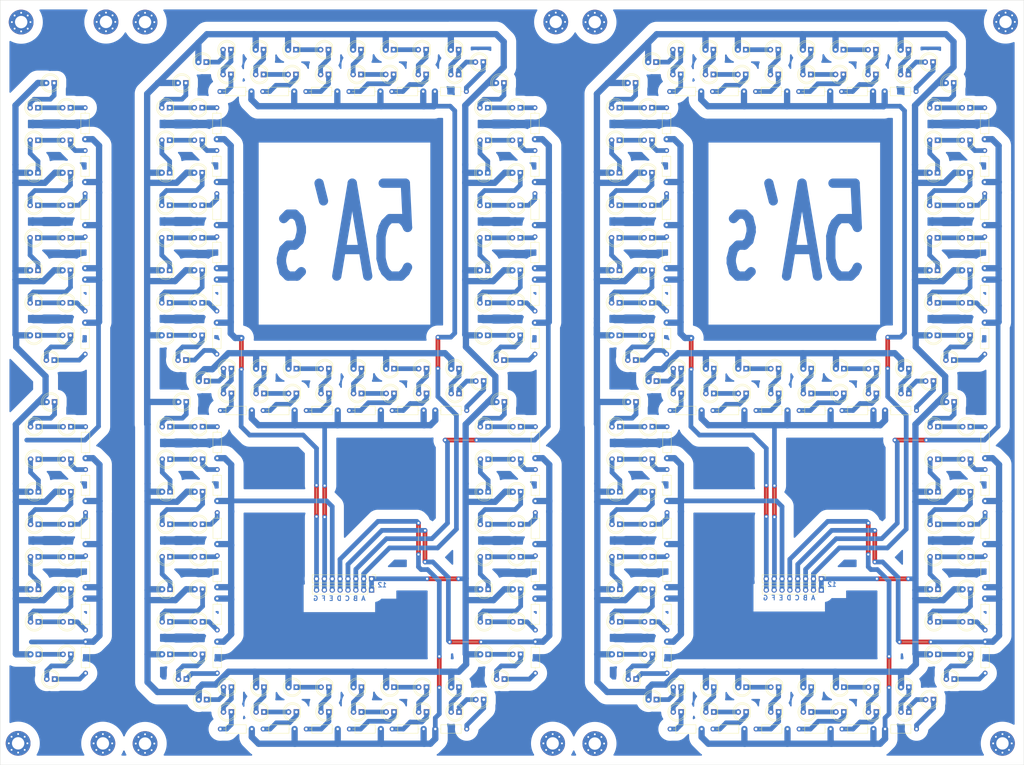
<source format=kicad_pcb>
(kicad_pcb (version 20211014) (generator pcbnew)
  (layers (0 "F.Cu" signal) (31 "B.Cu" signal) (34 "B.Paste" user) (35 "F.Paste" user) (36 "B.SilkS" user "B.Silkscreen") (37 "F.SilkS" user "F.Silkscreen") (38 "B.Mask" user) (39 "F.Mask" user) (44 "Edge.Cuts" user))
  (net 0 "")
  (footprint "LED_THT:LED_D5.0mm" (layer "F.Cu") (at 597.15 86.63 180)
    (fp_text reference "REF**" hide)
    (fp_text value "LED_D5.0mm" hide)
  )
  (footprint "Resistor_THT:R_Axial_DIN0207_L6.3mm_D2.5mm_P10.16mm_Horizontal" (layer "F.Cu") (at 644.555 60.39)
    (fp_text reference "REF**" hide)
    (fp_text value "R_Axial_DIN0207_L6.3mm_D2.5mm_P10.16mm_Horizontal" hide)
  )
  (footprint "LED_THT:LED_D5.0mm" (layer "F.Cu") (at 403.9575 -45.38 180)
    (fp_text reference "REF**" hide)
    (fp_text value "LED_D5.0mm" hide)
  )
  (footprint "Resistor_THT:R_Axial_DIN0207_L6.3mm_D2.5mm_P10.16mm_Horizontal" (layer "F.Cu") (at 601.875 121.13 -90)
    (fp_text reference "REF**" hide)
    (fp_text value "R_Axial_DIN0207_L6.3mm_D2.5mm_P10.16mm_Horizontal" hide)
  )
  (footprint "LED_THT:LED_D5.0mm" (layer "F.Cu") (at 409.35 107.64 180)
    (fp_text reference "REF**" hide)
    (fp_text value "LED_D5.0mm" hide)
  )
  (footprint "LED_THT:LED_D5.0mm" (layer "F.Cu") (at 451.875 139.13 180)
    (fp_text reference "REF**" hide)
    (fp_text value "LED_D5.0mm" hide)
  )
  (footprint "THTJumpers:Jumper_P10.16mm_D0.7mm" (layer "F.Cu") (at 636.5725 94.81 90)
    (fp_text reference "REF**" hide)
    (fp_text value "Jumper_P10.16mm_D0.7mm" hide)
  )
  (footprint "Resistor_THT:R_Axial_DIN0207_L6.3mm_D2.5mm_P10.16mm_Horizontal" (layer "F.Cu") (at 413.9575 -23.55 -90)
    (fp_text reference "REF**" hide)
    (fp_text value "R_Axial_DIN0207_L6.3mm_D2.5mm_P10.16mm_Horizontal" hide)
  )
  (footprint "LED_THT:LED_D5.0mm" (layer "F.Cu") (at 679.98 54.89 180)
    (fp_text reference "REF**" hide)
    (fp_text value "LED_D5.0mm" hide)
  )
  (footprint "LED_THT:LED_D5.0mm" (layer "F.Cu") (at 441.375 107.63 180)
    (fp_text reference "REF**" hide)
    (fp_text value "LED_D5.0mm" hide)
  )
  (footprint "LED_THT:LED_D5.0mm" (layer "F.Cu") (at 658.9775 157.76 180)
    (fp_text reference "REF**" hide)
    (fp_text value "LED_D5.0mm" hide)
  )
  (footprint "LED_THT:LED_D5.0mm" (layer "F.Cu") (at 597.0175 -16.39 180)
    (fp_text reference "REF**" hide)
    (fp_text value "LED_D5.0mm" hide)
  )
  (footprint "THTJumpers:Jumper_P10.16mm_D0.7mm" (layer "F.Cu") (at 673.5925 149.93 90)
    (fp_text reference "REF**" hide)
    (fp_text value "Jumper_P10.16mm_D0.7mm" hide)
  )
  (footprint "LED_THT:LED_D5.0mm" (layer "F.Cu") (at 451.7725 -26.89 180)
    (fp_text reference "REF**" hide)
    (fp_text value "LED_D5.0mm" hide)
  )
  (footprint "LED_THT:LED_D5.0mm" (layer "F.Cu") (at 658.9775 149.76 180)
    (fp_text reference "REF**" hide)
    (fp_text value "LED_D5.0mm" hide)
  )
  (footprint "LED_THT:LED_D5.0mm" (layer "F.Cu") (at 597.0175 -37.39 180)
    (fp_text reference "REF**" hide)
    (fp_text value "LED_D5.0mm" hide)
  )
  (footprint "LED_THT:LED_D5.0mm" (layer "F.Cu") (at 471.5875 -48.13 180)
    (fp_text reference "REF**" hide)
    (fp_text value "LED_D5.0mm" hide)
  )
  (footprint "MountingHole:MountingHole_4mm_Pad_Via" (layer "F.Cu") (at 564.9525 167.9)
    (fp_text reference "REF**" hide)
    (fp_text value "MountingHole_4mm_Pad_Via" hide)
  )
  (footprint "LED_THT:LED_D5.0mm" (layer "F.Cu") (at 534.5875 -48.13 180)
    (fp_text reference "REF**" hide)
    (fp_text value "LED_D5.0mm" hide)
  )
  (footprint "LED_THT:LED_D5.0mm" (layer "F.Cu") (at 451.905 76.13 180)
    (fp_text reference "REF**" hide)
    (fp_text value "LED_D5.0mm" hide)
  )
  (footprint "LED_THT:LED_D5.0mm" (layer "F.Cu") (at 451.7575 -5.89 180)
    (fp_text reference "REF**" hide)
    (fp_text value "LED_D5.0mm" hide)
  )
  (footprint "LED_THT:LED_D5.0mm" (layer "F.Cu") (at 544.125 97.14 180)
    (fp_text reference "REF**" hide)
    (fp_text value "LED_D5.0mm" hide)
  )
  (footprint "LED_THT:LED_D5.0mm" (layer "F.Cu") (at 627.44 54.89 180)
    (fp_text reference "REF**" hide)
    (fp_text value "LED_D5.0mm" hide)
  )
  (footprint "LED_THT:LED_D5.0mm" (layer "F.Cu") (at 616.9775 157.76 180)
    (fp_text reference "REF**" hide)
    (fp_text value "LED_D5.0mm" hide)
  )
  (footprint "Resistor_THT:R_Axial_DIN0207_L6.3mm_D2.5mm_P10.16mm_Horizontal" (layer "F.Cu") (at 601.875 93.38 -90)
    (fp_text reference "REF**" hide)
    (fp_text value "R_Axial_DIN0207_L6.3mm_D2.5mm_P10.16mm_Horizontal" hide)
  )
  (footprint "LED_THT:LED_D5.0mm" (layer "F.Cu") (at 679.8475 -56.13 180)
    (fp_text reference "REF**" hide)
    (fp_text value "LED_D5.0mm" hide)
  )
  (footprint "LED_THT:LED_D5.0mm" (layer "F.Cu") (at 591.7675 44.11 180)
    (fp_text reference "REF**" hide)
    (fp_text value "LED_D5.0mm" hide)
  )
  (footprint "LED_THT:LED_D5.0mm" (layer "F.Cu") (at 471.7175 149.76 180)
    (fp_text reference "REF**" hide)
    (fp_text value "LED_D5.0mm" hide)
  )
  (footprint "LED_THT:LED_D5.0mm" (layer "F.Cu") (at 554.625 65.64 180)
    (fp_text reference "REF**" hide)
    (fp_text value "LED_D5.0mm" hide)
  )
  (footprint "LED_THT:LED_D5.0mm" (layer "F.Cu") (at 554.4925 -37.38 180)
    (fp_text reference "REF**" hide)
    (fp_text value "LED_D5.0mm" hide)
  )
  (footprint "Resistor_THT:R_Axial_DIN0207_L6.3mm_D2.5mm_P10.16mm_Horizontal" (layer "F.Cu") (at 471.455 60.39)
    (fp_text reference "REF**" hide)
    (fp_text value "R_Axial_DIN0207_L6.3mm_D2.5mm_P10.16mm_Horizontal" hide)
  )
  (footprint "THTJumpers:Jumper_P10.16mm_D0.7mm" (layer "F.Cu") (at 633.9425 94.67 90)
    (fp_text reference "REF**" hide)
    (fp_text value "Jumper_P10.16mm_D0.7mm" hide)
  )
  (footprint "Resistor_THT:R_Axial_DIN0207_L6.3mm_D2.5mm_P10.16mm_Horizontal" (layer "F.Cu") (at 616.5825 -42.63)
    (fp_text reference "REF**" hide)
    (fp_text value "R_Axial_DIN0207_L6.3mm_D2.5mm_P10.16mm_Horizontal" hide)
  )
  (footprint "LED_THT:LED_D5.0mm" (layer "F.Cu") (at 471.72 46.89 180)
    (fp_text reference "REF**" hide)
    (fp_text value "LED_D5.0mm" hide)
  )
  (footprint "LED_THT:LED_D5.0mm" (layer "F.Cu") (at 627.3075 -56.13 180)
    (fp_text reference "REF**" hide)
    (fp_text value "LED_D5.0mm" hide)
  )
  (footprint "Resistor_THT:R_Axial_DIN0207_L6.3mm_D2.5mm_P10.16mm_Horizontal" (layer "F.Cu") (at 414.09 121.14 -90)
    (fp_text reference "REF**" hide)
    (fp_text value "R_Axial_DIN0207_L6.3mm_D2.5mm_P10.16mm_Horizontal" hide)
  )
  (footprint "LED_THT:LED_D5.0mm" (layer "F.Cu") (at 554.4775 4.62 180)
    (fp_text reference "REF**" hide)
    (fp_text value "LED_D5.0mm" hide)
  )
  (footprint "LED_THT:LED_D5.0mm" (layer "F.Cu") (at 554.4775 36.12 180)
    (fp_text reference "REF**" hide)
    (fp_text value "LED_D5.0mm" hide)
  )
  (footprint "LED_THT:LED_D5.0mm" (layer "F.Cu") (at 451.7575 -37.39 180)
    (fp_text reference "REF**" hide)
    (fp_text value "LED_D5.0mm" hide)
  )
  (footprint "LED_THT:LED_D5.0mm" (layer "F.Cu") (at 689.385 86.64 180)
    (fp_text reference "REF**" hide)
    (fp_text value "LED_D5.0mm" hide)
  )
  (footprint "LED_THT:LED_D5.0mm" (layer "F.Cu") (at 616.98 46.89 180)
    (fp_text reference "REF**" hide)
    (fp_text value "LED_D5.0mm" hide)
  )
  (footprint "Resistor_THT:R_Axial_DIN0207_L6.3mm_D2.5mm_P10.16mm_Horizontal" (layer "F.Cu") (at 644.4225 -42.63)
    (fp_text reference "REF**" hide)
    (fp_text value "R_Axial_DIN0207_L6.3mm_D2.5mm_P10.16mm_Horizontal" hide)
  )
  (footprint "LED_THT:LED_D5.0mm" (layer "F.Cu") (at 689.385 118.14 180)
    (fp_text reference "REF**" hide)
    (fp_text value "LED_D5.0mm" hide)
  )
  (footprint "LED_THT:LED_D5.0mm" (layer "F.Cu") (at 542.68 50.89 180)
    (fp_text reference "REF**" hide)
    (fp_text value "LED_D5.0mm" hide)
  )
  (footprint "LED_THT:LED_D5.0mm" (layer "F.Cu") (at 648.44 46.89 180)
    (fp_text reference "REF**" hide)
    (fp_text value "LED_D5.0mm" hide)
  )
  (footprint "LED_THT:LED_D5.0mm" (layer "F.Cu") (at 492.6775 157.76 180)
    (fp_text reference "REF**" hide)
    (fp_text value "LED_D5.0mm" hide)
  )
  (footprint "LED_THT:LED_D5.0mm" (layer "F.Cu") (at 534.72 54.89 180)
    (fp_text reference "REF**" hide)
    (fp_text value "LED_D5.0mm" hide)
  )
  (footprint "LED_THT:LED_D5.0mm" (layer "F.Cu") (at 597.15 128.63 180)
    (fp_text reference "REF**" hide)
    (fp_text value "LED_D5.0mm" hide)
  )
  (footprint "LED_THT:LED_D5.0mm" (layer "F.Cu") (at 689.2525 -37.38 180)
    (fp_text reference "REF**" hide)
    (fp_text value "LED_D5.0mm" hide)
  )
  (footprint "LED_THT:LED_D5.0mm" (layer "F.Cu") (at 461.1775 149.76 180)
    (fp_text reference "REF**" hide)
    (fp_text value "LED_D5.0mm" hide)
  )
  (footprint "THTJumpers:Jumper_P10.16mm_D0.7mm" (layer "F.Cu") (at 541.8325 135.14 180)
    (fp_text reference "REF**" hide)
    (fp_text value "Jumper_P10.16mm_D0.7mm" hide)
  )
  (footprint "Resistor_THT:R_Axial_DIN0207_L6.3mm_D2.5mm_P10.16mm_Horizontal" (layer "F.Cu") (at 704.61 79.47 -90)
    (fp_text reference "REF**" hide)
    (fp_text value "R_Axial_DIN0207_L6.3mm_D2.5mm_P10.16mm_Horizontal" hide)
  )
  (footprint "LED_THT:LED_D5.0mm" (layer "F.Cu") (at 409.35 139.14 180)
    (fp_text reference "REF**" hide)
    (fp_text value "LED_D5.0mm" hide)
  )
  (footprint "LED_THT:LED_D5.0mm" (layer "F.Cu") (at 441.2425 36.11 180)
    (fp_text reference "REF**" hide)
    (fp_text value "LED_D5.0mm" hide)
  )
  (footprint "LED_THT:LED_D5.0mm" (layer "F.Cu") (at 441.39 97.13 180)
    (fp_text reference "REF**" hide)
    (fp_text value "LED_D5.0mm" hide)
  )
  (footprint "Resistor_THT:R_Axial_DIN0207_L6.3mm_D2.5mm_P10.16mm_Horizontal" (layer "F.Cu") (at 414.09 65.64 -90)
    (fp_text reference "REF**" hide)
    (fp_text value "R_Axial_DIN0207_L6.3mm_D2.5mm_P10.16mm_Horizontal" hide)
  )
  (footprint "LED_THT:LED_D5.0mm" (layer "F.Cu") (at 586.65 65.63 180)
    (fp_text reference "REF**" hide)
    (fp_text value "LED_D5.0mm" hide)
  )
  (footprint "Resistor_THT:R_Axial_DIN0207_L6.3mm_D2.5mm_P10.16mm_Horizontal" (layer "F.Cu") (at 559.35 65.64 -90)
    (fp_text reference "REF**" hide)
    (fp_text value "R_Axial_DIN0207_L6.3mm_D2.5mm_P10.16mm_Horizontal" hide)
  )
  (footprint "THTJumpers:Jumper_P10.16mm_D0.7mm" (layer "F.Cu") (at 464.4325 47.14 90)
    (fp_text reference "REF**" hide)
    (fp_text value "Jumper_P10.16mm_D0.7mm" hide)
  )
  (footprint "LED_THT:LED_D5.0mm" (layer "F.Cu") (at 689.37 139.14 180)
    (fp_text reference "REF**" hide)
    (fp_text value "LED_D5.0mm" hide)
  )
  (footprint "Resistor_THT:R_Axial_DIN0207_L6.3mm_D2.5mm_P10.16mm_Horizontal" (layer "F.Cu") (at 601.875 65.63 -90)
    (fp_text reference "REF**" hide)
    (fp_text value "R_Axial_DIN0207_L6.3mm_D2.5mm_P10.16mm_Horizontal" hide)
  )
  (footprint "Resistor_THT:R_Axial_DIN0207_L6.3mm_D2.5mm_P10.16mm_Horizontal" (layer "F.Cu") (at 559.2175 4.29 -90)
    (fp_text reference "REF**" hide)
    (fp_text value "R_Axial_DIN0207_L6.3mm_D2.5mm_P10.16mm_Horizontal" hide)
  )
  (footprint "LED_THT:LED_D5.0mm" (layer "F.Cu") (at 658.98 46.89 180)
    (fp_text reference "REF**" hide)
    (fp_text value "LED_D5.0mm" hide)
  )
  (footprint "LED_THT:LED_D5.0mm" (layer "F.Cu") (at 453.205 50.89 180)
    (fp_text reference "REF**" hide)
    (fp_text value "LED_D5.0mm" hide)
  )
  (footprint "LED_THT:LED_D5.0mm" (layer "F.Cu") (at 554.4925 -5.88 180)
    (fp_text reference "REF**" hide)
    (fp_text value "LED_D5.0mm" hide)
  )
  (footprint "LED_THT:LED_D5.0mm" (layer "F.Cu") (at 398.85 139.14 180)
    (fp_text reference "REF**" hide)
    (fp_text value "LED_D5.0mm" hide)
  )
  (footprint "LED_THT:LED_D5.0mm" (layer "F.Cu") (at 398.7325 15.12 180)
    (fp_text reference "REF**" hide)
    (fp_text value "LED_D5.0mm" hide)
  )
  (footprint "LED_THT:LED_D5.0mm" (layer "F.Cu") (at 699.7525 -16.38 180)
    (fp_text reference "REF**" hide)
    (fp_text value "LED_D5.0mm" hide)
  )
  (footprint "LED_THT:LED_D5.0mm" (layer "F.Cu") (at 543.9775 36.12 180)
    (fp_text reference "REF**" hide)
    (fp_text value "LED_D5.0mm" hide)
  )
  (footprint "Resistor_THT:R_Axial_DIN0207_L6.3mm_D2.5mm_P10.16mm_Horizontal" (layer "F.Cu") (at 672.3025 163.26)
    (fp_text reference "REF**" hide)
    (fp_text value "R_Axial_DIN0207_L6.3mm_D2.5mm_P10.16mm_Horizontal" hide)
  )
  (footprint "LED_THT:LED_D5.0mm" (layer "F.Cu") (at 534.5875 -56.13 180)
    (fp_text reference "REF**" hide)
    (fp_text value "LED_D5.0mm" hide)
  )
  (footprint "Resistor_THT:R_Axial_DIN0207_L6.3mm_D2.5mm_P10.16mm_Horizontal" (layer "F.Cu") (at 456.615 135.05 -90)
    (fp_text reference "REF**" hide)
    (fp_text value "R_Axial_DIN0207_L6.3mm_D2.5mm_P10.16mm_Horizontal" hide)
  )
  (footprint "Resistor_THT:R_Axial_DIN0207_L6.3mm_D2.5mm_P10.16mm_Horizontal" (layer "F.Cu") (at 414.09 79.47 -90)
    (fp_text reference "REF**" hide)
    (fp_text value "R_Axial_DIN0207_L6.3mm_D2.5mm_P10.16mm_Horizontal" hide)
  )
  (footprint "LED_THT:LED_D5.0mm" (layer "F.Cu") (at 637.8075 -56.13 180)
    (fp_text reference "REF**" hide)
    (fp_text value "LED_D5.0mm" hide)
  )
  (footprint "LED_THT:LED_D5.0mm" (layer "F.Cu") (at 554.625 97.14 180)
    (fp_text reference "REF**" hide)
    (fp_text value "LED_D5.0mm" hide)
  )
  (footprint "LED_THT:LED_D5.0mm" (layer "F.Cu") (at 549.35 57.64 180)
    (fp_text reference "REF**" hide)
    (fp_text value "LED_D5.0mm" hide)
  )
  (footprint "LED_THT:LED_D5.0mm" (layer "F.Cu") (at 534.7175 157.76 180)
    (fp_text reference "REF**" hide)
    (fp_text value "LED_D5.0mm" hide)
  )
  (footprint "THTJumpers:Jumper_P10.16mm_D0.7mm" (layer "F.Cu") (at 673.1525 46.87 90)
    (fp_text reference "REF**" hide)
    (fp_text value "Jumper_P10.16mm_D0.7mm" hide)
  )
  (footprint "Resistor_THT:R_Axial_DIN0207_L6.3mm_D2.5mm_P10.16mm_Horizontal" (layer "F.Cu") (at 704.61 107.31 -90)
    (fp_text reference "REF**" hide)
    (fp_text value "R_Axial_DIN0207_L6.3mm_D2.5mm_P10.16mm_Horizontal" hide)
  )
  (footprint "LED_THT:LED_D5.0mm" (layer "F.Cu") (at 586.65 86.63 180)
    (fp_text reference "REF**" hide)
    (fp_text value "LED_D5.0mm" hide)
  )
  (footprint "LED_THT:LED_D5.0mm" (layer "F.Cu") (at 549.2425 44.12 180)
    (fp_text reference "REF**" hide)
    (fp_text value "LED_D5.0mm" hide)
  )
  (footprint "Resistor_THT:R_Axial_DIN0207_L6.3mm_D2.5mm_P10.16mm_Horizontal" (layer "F.Cu") (at 485.2425 -42.63)
    (fp_text reference "REF**" hide)
    (fp_text value "R_Axial_DIN0207_L6.3mm_D2.5mm_P10.16mm_Horizontal" hide)
  )
  (footprint "THTJumpers:Jumper_P10.16mm_D0.7mm" (layer "F.Cu") (at 523.7325 109.3 90)
    (fp_text reference "REF**" hide)
    (fp_text value "Jumper_P10.16mm_D0.7mm" hide)
  )
  (footprint "LED_THT:LED_D5.0mm" (layer "F.Cu") (at 699.7375 36.12 180)
    (fp_text reference "REF**" hide)
    (fp_text value "LED_D5.0mm" hide)
  )
  (footprint "LED_THT:LED_D5.0mm" (layer "F.Cu") (at 446.615 57.63 180)
    (fp_text reference "REF**" hide)
    (fp_text value "LED_D5.0mm" hide)
  )
  (footprint "LED_THT:LED_D5.0mm" (layer "F.Cu") (at 461.0475 -56.13 180)
    (fp_text reference "REF**" hide)
    (fp_text value "LED_D5.0mm" hide)
  )
  (footprint "THTJumpers:Jumper_P10.16mm_D0.7mm" (layer "F.Cu") (at 609.6925 47.14 90)
    (fp_text reference "REF**" hide)
    (fp_text value "Jumper_P10.16mm_D0.7mm" hide)
  )
  (footprint "Resistor_THT:R_Axial_DIN0207_L6.3mm_D2.5mm_P10.16mm_Horizontal" (layer "F.Cu") (at 527.0425 163.26)
    (fp_text reference "REF**" hide)
    (fp_text value "R_Axial_DIN0207_L6.3mm_D2.5mm_P10.16mm_Horizontal" hide)
  )
  (footprint "Resistor_THT:R_Axial_DIN0207_L6.3mm_D2.5mm_P10.16mm_Horizontal" (layer "F.Cu") (at 559.35 121.14 -90)
    (fp_text reference "REF**" hide)
    (fp_text value "R_Axial_DIN0207_L6.3mm_D2.5mm_P10.16mm_Horizontal" hide)
  )
  (footprint "Resistor_THT:R_Axial_DIN0207_L6.3mm_D2.5mm_P10.16mm_Horizontal" (layer "F.Cu") (at 485.375 60.39)
    (fp_text reference "REF**" hide)
    (fp_text value "R_Axial_DIN0207_L6.3mm_D2.5mm_P10.16mm_Horizontal" hide)
  )
  (footprint "Resistor_THT:R_Axial_DIN0207_L6.3mm_D2.5mm_P10.16mm_Horizontal" (layer "F.Cu") (at 704.4775 18.12 -90)
    (fp_text reference "REF**" hide)
    (fp_text value "R_Axial_DIN0207_L6.3mm_D2.5mm_P10.16mm_Horizontal" hide)
  )
  (footprint "Resistor_THT:R_Axial_DIN0207_L6.3mm_D2.5mm_P10.16mm_Horizontal" (layer "F.Cu") (at 672.1725 -42.63)
    (fp_text reference "REF**" hide)
    (fp_text value "R_Axial_DIN0207_L6.3mm_D2.5mm_P10.16mm_Horizontal" hide)
  )
  (footprint "Connector_PinHeader_2.54mm:PinHeader_1x08_P2.54mm_Vertical" (layer "F.Cu") (at 651.7225 114.76 -90)
    (fp_text reference "REF**" hide)
    (fp_text value "PinHeader_1x08_P2.54mm_Vertical" hide)
  )
  (footprint "LED_THT:LED_D5.0mm" (layer "F.Cu") (at 586.5175 -37.39 180)
    (fp_text reference "REF**" hide)
    (fp_text value "LED_D5.0mm" hide)
  )
  (footprint "LED_THT:LED_D5.0mm" (layer "F.Cu") (at 606.44 54.89 180)
    (fp_text reference "REF**" hide)
    (fp_text value "LED_D5.0mm" hide)
  )
  (footprint "LED_THT:LED_D5.0mm" (layer "F.Cu") (at 637.9375 149.76 180)
    (fp_text reference "REF**" hide)
    (fp_text value "LED_D5.0mm" hide)
  )
  (footprint "LED_THT:LED_D5.0mm" (layer "F.Cu") (at 503.0475 -48.13 180)
    (fp_text reference "REF**" hide)
    (fp_text value "LED_D5.0mm" hide)
  )
  (footprint "LED_THT:LED_D5.0mm" (layer "F.Cu") (at 597.135 107.63 180)
    (fp_text reference "REF**" hide)
    (fp_text value "LED_D5.0mm" hide)
  )
  (footprint "Resistor_THT:R_Axial_DIN0207_L6.3mm_D2.5mm_P10.16mm_Horizontal" (layer "F.Cu") (at 616.715 60.39)
    (fp_text reference "REF**" hide)
    (fp_text value "R_Axial_DIN0207_L6.3mm_D2.5mm_P10.16mm_Horizontal" hide)
  )
  (footprint "Resistor_THT:R_Axial_DIN0207_L6.3mm_D2.5mm_P10.16mm_Horizontal" (layer "F.Cu") (at 457.6225 163.26)
    (fp_text reference "REF**" hide)
    (fp_text value "R_Axial_DIN0207_L6.3mm_D2.5mm_P10.16mm_Horizontal" hide)
  )
  (footprint "LED_THT:LED_D5.0mm" (layer "F.Cu") (at 492.5475 -56.13 180)
    (fp_text reference "REF**" hide)
    (fp_text value "LED_D5.0mm" hide)
  )
  (footprint "Resistor_THT:R_Axial_DIN0207_L6.3mm_D2.5mm_P10.16mm_Horizontal" (layer "F.Cu") (at 616.7125 163.26)
    (fp_text reference "REF**" hide)
    (fp_text value "R_Axial_DIN0207_L6.3mm_D2.5mm_P10.16mm_Horizontal" hide)
  )
  (footprint "LED_THT:LED_D5.0mm" (layer "F.Cu") (at 492.5475 -48.13 180)
    (fp_text reference "REF**" hide)
    (fp_text value "LED_D5.0mm" hide)
  )
  (footprint "LED_THT:LED_D5.0mm" (layer "F.Cu") (at 586.5175 25.61 180)
    (fp_text reference "REF**" hide)
    (fp_text value "LED_D5.0mm" hide)
  )
  (footprint "LED_THT:LED_D5.0mm" (layer "F.Cu") (at 451.89 86.63 180)
    (fp_text reference "REF**" hide)
    (fp_text value "LED_D5.0mm" hide)
  )
  (footprint "LED_THT:LED_D5.0mm" (layer "F.Cu") (at 586.665 76.13 180)
    (fp_text reference "REF**" hide)
    (fp_text value "LED_D5.0mm" hide)
  )
  (footprint "LED_THT:LED_D5.0mm" (layer "F.Cu") (at 503.1775 149.76 180)
    (fp_text reference "REF**" hide)
    (fp_text value "LED_D5.0mm" hide)
  )
  (footprint "Resistor_THT:R_Axial_DIN0207_L6.3mm_D2.5mm_P10.16mm_Horizontal" (layer "F.Cu") (at 601.875 135.05 -90)
    (fp_text reference "REF**" hide)
    (fp_text value "R_Axial_DIN0207_L6.3mm_D2.5mm_P10.16mm_Horizontal" hide)
  )
  (footprint "LED_THT:LED_D5.0mm" (layer "F.Cu") (at 689.2675 -26.88 180)
    (fp_text reference "REF**" hide)
    (fp_text value "LED_D5.0mm" hide)
  )
  (footprint "LED_THT:LED_D5.0mm" (layer "F.Cu") (at 492.6775 149.76 180)
    (fp_text reference "REF**" hide)
    (fp_text value "LED_D5.0mm" hide)
  )
  (footprint "LED_THT:LED_D5.0mm" (layer "F.Cu") (at 398.85 107.64 180)
    (fp_text reference "REF**" hide)
    (fp_text value "LED_D5.0mm" hide)
  )
  (footprint "LED_THT:LED_D5.0mm" (layer "F.Cu") (at 441.2575 15.11 180)
    (fp_text reference "REF**" hide)
    (fp_text value "LED_D5.0mm" hide)
  )
  (footprint "Resistor_THT:R_Axial_DIN0207_L6.3mm_D2.5mm_P10.16mm_Horizontal" (layer "F.Cu") (at 602.8825 163.26)
    (fp_text reference "REF**" hide)
    (fp_text value "R_Axial_DIN0207_L6.3mm_D2.5mm_P10.16mm_Horizontal" hide)
  )
  (footprint "LED_THT:LED_D5.0mm" (layer "F.Cu") (at 689.2375 36.12 180)
    (fp_text reference "REF**" hide)
    (fp_text value "LED_D5.0mm" hide)
  )
  (footprint "LED_THT:LED_D5.0mm" (layer "F.Cu") (at 586.5325 -26.89 180)
    (fp_text reference "REF**" hide)
    (fp_text value "LED_D5.0mm" hide)
  )
  (footprint "LED_THT:LED_D5.0mm" (layer "F.Cu") (at 409.365 65.64 180)
    (fp_text reference "REF**" hide)
    (fp_text value "LED_D5.0mm" hide)
  )
  (footprint "Resistor_THT:R_Axial_DIN0207_L6.3mm_D2.5mm_P10.16mm_Horizontal" (layer "F.Cu") (at 456.4825 32.03 -90)
    (fp_text reference "REF**" hide)
    (fp_text value "R_Axial_DIN0207_L6.3mm_D2.5mm_P10.16mm_Horizontal" hide)
  )
  (footprint "LED_THT:LED_D5.0mm" (layer "F.Cu") (at 694.61 57.64 180)
    (fp_text reference "REF**" hide)
    (fp_text value "LED_D5.0mm" hide)
  )
  (footprint "Resistor_THT:R_Axial_DIN0207_L6.3mm_D2.5mm_P10.16mm_Horizontal" (layer "F.Cu") (at 499.1625 -42.63)
    (fp_text reference "REF**" hide)
    (fp_text value "R_Axial_DIN0207_L6.3mm_D2.5mm_P10.16mm_Horizontal" hide)
  )
  (footprint "LED_THT:LED_D5.0mm" (layer "F.Cu") (at 699.87 107.64 180)
    (fp_text reference "REF**" hide)
    (fp_text value "LED_D5.0mm" hide)
  )
  (footprint "LED_THT:LED_D5.0mm" (layer "F.Cu") (at 699.885 65.64 180)
    (fp_text reference "REF**" hide)
    (fp_text value "LED_D5.0mm" hide)
  )
  (footprint "LED_THT:LED_D5.0mm" (layer "F.Cu") (at 441.2575 -16.39 180)
    (fp_text reference "REF**" hide)
    (fp_text value "LED_D5.0mm" hide)
  )
  (footprint "LED_THT:LED_D5.0mm" (layer "F.Cu") (at 543.9925 15.12 180)
    (fp_text reference "REF**" hide)
    (fp_text value "LED_D5.0mm" hide)
  )
  (footprint "LED_THT:LED_D5.0mm" (layer "F.Cu") (at 503.1775 157.76 180)
    (fp_text reference "REF**" hide)
    (fp_text value "LED_D5.0mm" hide)
  )
  (footprint "LED_THT:LED_D5.0mm" (layer "F.Cu") (at 542.6775 153.76 180)
    (fp_text reference "REF**" hide)
    (fp_text value "LED_D5.0mm" hide)
  )
  (footprint "Resistor_THT:R_Axial_DIN0207_L6.3mm_D2.5mm_P10.16mm_Horizontal" (layer "F.Cu") (at 471.4525 163.26)
    (fp_text reference "REF**" hide)
    (fp_text value "R_Axial_DIN0207_L6.3mm_D2.5mm_P10.16mm_Horizontal" hide)
  )
  (footprint "Resistor_THT:R_Axial_DIN0207_L6.3mm_D2.5mm_P10.16mm_Horizontal" (layer "F.Cu") (at 644.5525 163.26)
    (fp_text reference "REF**" hide)
    (fp_text value "R_Axial_DIN0207_L6.3mm_D2.5mm_P10.16mm_Horizontal" hide)
  )
  (footprint "LED_THT:LED_D5.0mm" (layer "F.Cu") (at 543.9925 -37.38 180)
    (fp_text reference "REF**" hide)
    (fp_text value "LED_D5.0mm" hide)
  )
  (footprint "LED_THT:LED_D5.0mm" (layer "F.Cu") (at 544.125 118.14 180)
    (fp_text reference "REF**" hide)
    (fp_text value "LED_D5.0mm" hide)
  )
  (footprint "LED_THT:LED_D5.0mm" (layer "F.Cu") (at 679.9775 157.76 180)
    (fp_text reference "REF**" hide)
    (fp_text value "LED_D5.0mm" hide)
  )
  (footprint "Resistor_THT:R_Axial_DIN0207_L6.3mm_D2.5mm_P10.16mm_Horizontal" (layer "F.Cu") (at 704.4775 4.29 -90)
    (fp_text reference "REF**" hide)
    (fp_text value "R_Axial_DIN0207_L6.3mm_D2.5mm_P10.16mm_Horizontal" hide)
  )
  (footprint "Resistor_THT:R_Axial_DIN0207_L6.3mm_D2.5mm_P10.16mm_Horizontal" (layer "F.Cu") (at 601.875 107.3 -90)
    (fp_text reference "REF**" hide)
    (fp_text value "R_Axial_DIN0207_L6.3mm_D2.5mm_P10.16mm_Horizontal" hide)
  )
  (footprint "LED_THT:LED_D5.0mm" (layer "F.Cu") (at 513.72 46.89 180)
    (fp_text reference "REF**" hide)
    (fp_text value "LED_D5.0mm" hide)
  )
  (footprint "LED_THT:LED_D5.0mm" (layer "F.Cu") (at 461.18 54.89 180)
    (fp_text reference "REF**" hide)
    (fp_text value "LED_D5.0mm" hide)
  )
  (footprint "LED_THT:LED_D5.0mm" (layer "F.Cu") (at 689.2525 25.62 180)
    (fp_text reference "REF**" hide)
    (fp_text value "LED_D5.0mm" hide)
  )
  (footprint "LED_THT:LED_D5.0mm" (layer "F.Cu") (at 513.7175 157.76 180)
    (fp_text reference "REF**" hide)
    (fp_text value "LED_D5.0mm" hide)
  )
  (footprint "LED_THT:LED_D5.0mm" (layer "F.Cu") (at 598.465 50.89 180)
    (fp_text reference "REF**" hide)
    (fp_text value "LED_D5.0mm" hide)
  )
  (footprint "LED_THT:LED_D5.0mm" (layer "F.Cu") (at 679.8475 -48.13 180)
    (fp_text reference "REF**" hide)
    (fp_text value "LED_D5.0mm" hide)
  )
  (footprint "LED_THT:LED_D5.0mm" (layer "F.Cu") (at 409.365 86.64 180)
    (fp_text reference "REF**" hide)
    (fp_text value "LED_D5.0mm" hide)
  )
  (footprint "MountingHole:MountingHole_4mm_Pad_Via" (layer "F.Cu") (at 393.295 -65.05)
    (fp_text reference "REF**" hide)
    (fp_text value "MountingHole_4mm_Pad_Via" hide)
  )
  (footprint "Resistor_THT:R_Axial_DIN0207_L6.3mm_D2.5mm_P10.16mm_Horizontal" (layer "F.Cu") (at 559.35 135.06 -90)
    (fp_text reference "REF**" hide)
    (fp_text value "R_Axial_DIN0207_L6.3mm_D2.5mm_P10.16mm_Horizontal" hide)
  )
  (footprint "LED_THT:LED_D5.0mm" (layer "F.Cu") (at 597.15 118.13 180)
    (fp_text reference "REF**" hide)
    (fp_text value "LED_D5.0mm" hide)
  )
  (footprint "LED_THT:LED_D5.0mm" (layer "F.Cu") (at 524.2175 149.76 180)
    (fp_text reference "REF**" hide)
    (fp_text value "LED_D5.0mm" hide)
  )
  (footprint "LED_THT:LED_D5.0mm" (layer "F.Cu") (at 597.15 97.13 180)
    (fp_text reference "REF**" hide)
    (fp_text value "LED_D5.0mm" hide)
  )
  (footprint "LED_THT:LED_D5.0mm" (layer "F.Cu") (at 597.0025 4.61 180)
    (fp_text reference "REF**" hide)
    (fp_text value "LED_D5.0mm" hide)
  )
  (footprint "Resistor_THT:R_Axial_DIN0207_L6.3mm_D2.5mm_P10.16mm_Horizontal" (layer "F.Cu") (at 704.4775 -23.55 -90)
    (fp_text reference "REF**" hide)
    (fp_text value "R_Axial_DIN0207_L6.3mm_D2.5mm_P10.16mm_Horizontal" hide)
  )
  (footprint "THTJumpers:Jumper_P10.16mm_D0.7mm" (layer "F.Cu") (at 666.8725 106.89 90)
    (fp_text reference "REF**" hide)
    (fp_text value "Jumper_P10.16mm_D0.7mm" hide)
  )
  (footprint "LED_THT:LED_D5.0mm" (layer "F.Cu") (at 689.385 97.14 180)
    (fp_text reference "REF**" hide)
    (fp_text value "LED_D5.0mm" hide)
  )
  (footprint "LED_THT:LED_D5.0mm" (layer "F.Cu") (at 627.4375 149.76 180)
    (fp_text reference "REF**" hide)
    (fp_text value "LED_D5.0mm" hide)
  )
  (footprint "LED_THT:LED_D5.0mm" (layer "F.Cu") (at 637.8075 -48.13 180)
    (fp_text reference "REF**" hide)
    (fp_text value "LED_D5.0mm" hide)
  )
  (footprint "LED_THT:LED_D5.0mm" (layer "F.Cu") (at 689.2375 4.62 180)
    (fp_text reference "REF**" hide)
    (fp_text value "LED_D5.0mm" hide)
  )
  (footprint "LED_THT:LED_D5.0mm" (layer "F.Cu") (at 637.94 54.89 180)
    (fp_text reference "REF**" hide)
    (fp_text value "LED_D5.0mm" hide)
  )
  (footprint "LED_THT:LED_D5.0mm" (layer "F.Cu") (at 398.865 86.64 180)
    (fp_text reference "REF**" hide)
    (fp_text value "LED_D5.0mm" hide)
  )
  (footprint "LED_THT:LED_D5.0mm" (layer "F.Cu") (at 648.4375 149.76 180)
    (fp_text reference "REF**" hide)
    (fp_text value "LED_D5.0mm" hide)
  )
  (footprint "LED_THT:LED_D5.0mm" (layer "F.Cu") (at 689.2525 -5.88 180)
    (fp_text reference "REF**" hide)
    (fp_text value "LED_D5.0mm" hide)
  )
  (footprint "LED_THT:LED_D5.0mm" (layer "F.Cu") (at 669.48 54.89 180)
    (fp_text reference "REF**" hide)
    (fp_text value "LED_D5.0mm" hide)
  )
  (footprint "LED_THT:LED_D5.0mm" (layer "F.Cu") (at 409.2325 -37.38 180)
    (fp_text reference "REF**" hide)
    (fp_text value "LED_D5.0mm" hide)
  )
  (footprint "LED_THT:LED_D5.0mm" (layer "F.Cu") (at 549.2175 -45.38 180)
    (fp_text reference "REF**" hide)
    (fp_text value "LED_D5.0mm" hide)
  )
  (footprint "LED_THT:LED_D5.0mm" (layer "F.Cu") (at 482.18 54.89 180)
    (fp_text reference "REF**" hide)
    (fp_text value "LED_D5.0mm" hide)
  )
  (footprint "Resistor_THT:R_Axial_DIN0207_L6.3mm_D2.5mm_P10.16mm_Horizontal" (layer "F.Cu") (at 457.4925 -42.63)
    (fp_text reference "REF**" hide)
    (fp_text value "R_Axial_DIN0207_L6.3mm_D2.5mm_P10.16mm_Horizontal" hide)
  )
  (footprint "LED_THT:LED_D5.0mm" (layer "F.Cu") (at 658.98 54.89 180)
    (fp_text reference "REF**" hide)
    (fp_text value "LED_D5.0mm" hide)
  )
  (footprint "LED_THT:LED_D5.0mm" (layer "F.Cu") (at 403.9825 44.12 180)
    (fp_text reference "REF**" hide)
    (fp_text value "LED_D5.0mm" hide)
  )
  (footprint "Resistor_THT:R_Axial_DIN0207_L6.3mm_D2.5mm_P10.16mm_Horizontal" (layer "F.Cu") (at 526.9125 -42.63)
    (fp_text reference "REF**" hide)
    (fp_text value "R_Axial_DIN0207_L6.3mm_D2.5mm_P10.16mm_Horizontal" hide)
  )
  (footprint "MountingHole:MountingHole_4mm_Pad_Via" (layer "F.Cu") (at 419.6925 167.9)
    (fp_text reference "REF**" hide)
    (fp_text value "MountingHole_4mm_Pad_Via" hide)
  )
  (footprint "LED_THT:LED_D5.0mm" (layer "F.Cu") (at 606.44 46.89 180)
    (fp_text reference "REF**" hide)
    (fp_text value "LED_D5.0mm" hide)
  )
  (footprint "Resistor_THT:R_Axial_DIN0207_L6.3mm_D2.5mm_P10.16mm_Horizontal" (layer "F.Cu") (at 658.3825 163.26)
    (fp_text reference "REF**" hide)
    (fp_text value "R_Axial_DIN0207_L6.3mm_D2.5mm_P10.16mm_Horizontal" hide)
  )
  (footprint "LED_THT:LED_D5.0mm" (layer "F.Cu") (at 398.7325 -16.38 180)
    (fp_text reference "REF**" hide)
    (fp_text value "LED_D5.0mm" hide)
  )
  (footprint "LED_THT:LED_D5.0mm" (layer "F.Cu") (at 471.72 54.89 180)
    (fp_text reference "REF**" hide)
    (fp_text value "LED_D5.0mm" hide)
  )
  (footprint "LED_THT:LED_D5.0mm" (layer "F.Cu") (at 446.64 147.13 180)
    (fp_text reference "REF**" hide)
    (fp_text value "LED_D5.0mm" hide)
  )
  (footprint "LED_THT:LED_D5.0mm" (layer "F.Cu") (at 687.9375 153.76 180)
    (fp_text reference "REF**" hide)
    (fp_text value "LED_D5.0mm" hide)
  )
  (footprint "LED_THT:LED_D5.0mm" (layer "F.Cu") (at 586.65 128.63 180)
    (fp_text reference "REF**" hide)
    (fp_text value "LED_D5.0mm" hide)
  )
  (footprint "LED_THT:LED_D5.0mm" (layer "F.Cu") (at 398.7325 -37.38 180)
    (fp_text reference "REF**" hide)
    (fp_text value "LED_D5.0mm" hide)
  )
  (footprint "LED_THT:LED_D5.0mm" (layer "F.Cu") (at 598.4625 153.76 180)
    (fp_text reference "REF**" hide)
    (fp_text value "LED_D5.0mm" hide)
  )
  (footprint "LED_THT:LED_D5.0mm" (layer "F.Cu") (at 471.5875 -56.13 180)
    (fp_text reference "REF**" hide)
    (fp_text value "LED_D5.0mm" hide)
  )
  (footprint "Resistor_THT:R_Axial_DIN0207_L6.3mm_D2.5mm_P10.16mm_Horizontal" (layer "F.Cu") (at 704.4775 -9.63 -90)
    (fp_text reference "REF**" hide)
    (fp_text value "R_Axial_DIN0207_L6.3mm_D2.5mm_P10.16mm_Horizontal" hide)
  )
  (footprint "LED_THT:LED_D5.0mm" (layer "F.Cu") (at 398.865 128.64 180)
    (fp_text reference "REF**" hide)
    (fp_text value "LED_D5.0mm" hide)
  )
  (footprint "THTJumpers:Jumper_P10.16mm_D0.7mm" (layer "F.Cu") (at 534.5425 114.74 180)
    (fp_text reference "REF**" hide)
    (fp_text value "Jumper_P10.16mm_D0.7mm" hide)
  )
  (footprint "LED_THT:LED_D5.0mm" (layer "F.Cu") (at 554.64 76.14 180)
    (fp_text reference "REF**" hide)
    (fp_text value "LED_D5.0mm" hide)
  )
  (footprint "Resistor_THT:R_Axial_DIN0207_L6.3mm_D2.5mm_P10.16mm_Horizontal" (layer "F.Cu") (at 456.4825 -37.39 -90)
    (fp_text reference "REF**" hide)
    (fp_text value "R_Axial_DIN0207_L6.3mm_D2.5mm_P10.16mm_Horizontal" hide)
  )
  (footprint "LED_THT:LED_D5.0mm" (layer "F.Cu") (at 398.865 97.14 180)
    (fp_text reference "REF**" hide)
    (fp_text value "LED_D5.0mm" hide)
  )
  (footprint "THTJumpers:Jumper_P10.16mm_D0.7mm" (layer "F.Cu") (at 521.6125 106.89 90)
    (fp_text reference "REF**" hide)
    (fp_text value "Jumper_P10.16mm_D0.7mm" hide)
  )
  (footprint "LED_THT:LED_D5.0mm" (layer "F.Cu") (at 451.7425 4.61 180)
    (fp_text reference "REF**" hide)
    (fp_text value "LED_D5.0mm" hide)
  )
  (footprint "LED_THT:LED_D5.0mm" (layer "F.Cu") (at 441.39 86.63 180)
    (fp_text reference "REF**" hide)
    (fp_text value "LED_D5.0mm" hide)
  )
  (footprint "LED_THT:LED_D5.0mm" (layer "F.Cu") (at 648.3075 -48.13 180)
    (fp_text reference "REF**" hide)
    (fp_text value "LED_D5.0mm" hide)
  )
  (footprint "THTJumpers:Jumper_P10.16mm_D0.7mm" (layer "F.Cu") (at 528.3325 149.93 90)
    (fp_text reference "REF**" hide)
    (fp_text value "Jumper_P10.16mm_D0.7mm" hide)
  )
  (footprint "THTJumpers:Jumper_P10.16mm_D0.7mm" (layer "F.Cu") (at 540.3625 69.95 180)
    (fp_text reference "REF**" hide)
    (fp_text value "Jumper_P10.16mm_D0.7mm" hide)
  )
  (footprint "THTJumpers:Jumper_P10.16mm_D0.7mm" (layer "F.Cu") (at 687.0925 135.14 180)
    (fp_text reference "REF**" hide)
    (fp_text value "Jumper_P10.16mm_D0.7mm" hide)
  )
  (footprint "LED_THT:LED_D5.0mm" (layer "F.Cu") (at 597.0175 15.11 180)
    (fp_text reference "REF**" hide)
    (fp_text value "LED_D5.0mm" hide)
  )
  (footprint "LED_THT:LED_D5.0mm" (layer "F.Cu") (at 687.8075 -52.13 180)
    (fp_text reference "REF**" hide)
    (fp_text value "LED_D5.0mm" hide)
  )
  (footprint "LED_THT:LED_D5.0mm" (layer "F.Cu") (at 554.4925 25.62 180)
    (fp_text reference "REF**" hide)
    (fp_text value "LED_D5.0mm" hide)
  )
  (footprint "LED_THT:LED_D5.0mm" (layer "F.Cu") (at 446.4825 -45.39 180)
    (fp_text reference "REF**" hide)
    (fp_text value "LED_D5.0mm" hide)
  )
  (footprint "LED_THT:LED_D5.0mm" (layer "F.Cu") (at 627.4375 157.76 180)
    (fp_text reference "REF**" hide)
    (fp_text value "LED_D5.0mm" hide)
  )
  (footprint "LED_THT:LED_D5.0mm" (layer "F.Cu") (at 441.2725 -26.89 180)
    (fp_text reference "REF**" hide)
    (fp_text value "LED_D5.0mm" hide)
  )
  (footprint "LED_THT:LED_D5.0mm" (layer "F.Cu") (at 409.2175 36.12 180)
    (fp_text reference "REF**" hide)
    (fp_text value "LED_D5.0mm" hide)
  )
  (footprint "LED_THT:LED_D5.0mm" (layer "F.Cu") (at 699.7675 -26.88 180)
    (fp_text reference "REF**" hide)
    (fp_text value "LED_D5.0mm" hide)
  )
  (footprint "LED_THT:LED_D5.0mm" (layer "F.Cu") (at 658.8475 -56.13 180)
    (fp_text reference "REF**" hide)
    (fp_text value "LED_D5.0mm" hide)
  )
  (footprint "LED_THT:LED_D5.0mm" (layer "F.Cu") (at 586.5175 -16.39 180)
    (fp_text reference "REF**" hide)
    (fp_text value "LED_D5.0mm" hide)
  )
  (footprint "LED_THT:LED_D5.0mm" (layer "F.Cu") (at 591.7425 -45.39 180)
    (fp_text reference "REF**" hide)
    (fp_text value "LED_D5.0mm" hide)
  )
  (footprint "LED_THT:LED_D5.0mm" (layer "F.Cu") (at 689.2525 -16.38 180)
    (fp_text reference "REF**" hide)
    (fp_text value "LED_D5.0mm" hide)
  )
  (footprint "LED_THT:LED_D5.0mm" (layer "F.Cu") (at 534.7175 149.76 180)
    (fp_text reference "REF**" hide)
    (fp_text value "LED_D5.0mm" hide)
  )
  (footprint "MountingHole:MountingHole_4mm_Pad_Via" (layer "F.Cu") (at 433.3025 -65.04)
    (fp_text reference "REF**" hide)
    (fp_text value "MountingHole_4mm_Pad_Via" hide)
  )
  (footprint "LED_THT:LED_D5.0mm" (layer "F.Cu") (at 451.875 107.63 180)
    (fp_text reference "REF**" hide)
    (fp_text value "LED_D5.0mm" hide)
  )
  (footprint "LED_THT:LED_D5.0mm" (layer "F.Cu") (at 446.5075 44.11 180)
    (fp_text reference "REF**" hide)
    (fp_text value "LED_D5.0mm" hide)
  )
  (footprint "LED_THT:LED_D5.0mm" (layer "F.Cu") (at 409.2325 25.62 180)
    (fp_text reference "REF**" hide)
    (fp_text value "LED_D5.0mm" hide)
  )
  (footprint "LED_THT:LED_D5.0mm" (layer "F.Cu") (at 586.65 118.13 180)
    (fp_text reference "REF**" hide)
    (fp_text value "LED_D5.0mm" hide)
  )
  (footprint "Resistor_THT:R_Axial_DIN0207_L6.3mm_D2.5mm_P10.16mm_Horizontal" (layer "F.Cu") (at 471.3225 -42.63)
    (fp_text reference "REF**" hide)
    (fp_text value "R_Axial_DIN0207_L6.3mm_D2.5mm_P10.16mm_Horizontal" hide)
  )
  (footprint "Connector_PinHeader_2.54mm:PinHeader_1x08_P2.54mm_Vertical" (layer "F.Cu") (at 506.4675 118.37 -90)
    (fp_text reference "REF**" hide)
    (fp_text value "PinHeader_1x08_P2.54mm_Vertical" hide)
  )
  (footprint "LED_THT:LED_D5.0mm" (layer "F.Cu") (at 597.0025 36.11 180)
    (fp_text reference "REF**" hide)
    (fp_text value "LED_D5.0mm" hide)
  )
  (footprint "LED_THT:LED_D5.0mm" (layer "F.Cu") (at 409.365 128.64 180)
    (fp_text reference "REF**" hide)
    (fp_text value "LED_D5.0mm" hide)
  )
  (footprint "LED_THT:LED_D5.0mm" (layer "F.Cu") (at 544.11 107.64 180)
    (fp_text reference "REF**" hide)
    (fp_text value "LED_D5.0mm" hide)
  )
  (footprint "Resistor_THT:R_Axial_DIN0207_L6.3mm_D2.5mm_P10.16mm_Horizontal" (layer "F.Cu") (at 559.2175 -37.38 -90)
    (fp_text reference "REF**" hide)
    (fp_text value "R_Axial_DIN0207_L6.3mm_D2.5mm_P10.16mm_Horizontal" hide)
  )
  (footprint "Resistor_THT:R_Axial_DIN0207_L6.3mm_D2.5mm_P10.16mm_Horizontal" (layer "F.Cu") (at 456.615 107.3 -90)
    (fp_text reference "REF**" hide)
    (fp_text value "R_Axial_DIN0207_L6.3mm_D2.5mm_P10.16mm_Horizontal" hide)
  )
  (footprint "LED_THT:LED_D5.0mm" (layer "F.Cu") (at 554.625 128.64 180)
    (fp_text reference "REF**" hide)
    (fp_text value "LED_D5.0mm" hide)
  )
  (footprint "THTJumpers:Jumper_P10.16mm_D0.7mm" (layer "F.Cu") (at 491.3125 94.81 90)
    (fp_text reference "REF**" hide)
    (fp_text value "Jumper_P10.16mm_D0.7mm" hide)
  )
  (footprint "LED_THT:LED_D5.0mm" (layer "F.Cu") (at 492.68 46.89 180)
    (fp_text reference "REF**" hide)
    (fp_text value "LED_D5.0mm" hide)
  )
  (footprint "Resistor_THT:R_Axial_DIN0207_L6.3mm_D2.5mm_P10.16mm_Horizontal" (layer "F.Cu") (at 414.09 107.31 -90)
    (fp_text reference "REF**" hide)
    (fp_text value "R_Axial_DIN0207_L6.3mm_D2.5mm_P10.16mm_Horizontal" hide)
  )
  (footprint "LED_THT:LED_D5.0mm" (layer "F.Cu") (at 461.0475 -48.13 180)
    (fp_text reference "REF**" hide)
    (fp_text value "LED_D5.0mm" hide)
  )
  (footprint "LED_THT:LED_D5.0mm" (layer "F.Cu") (at 606.4375 149.76 180)
    (fp_text reference "REF**" hide)
    (fp_text value "LED_D5.0mm" hide)
  )
  (footprint "LED_THT:LED_D5.0mm" (layer "F.Cu") (at 648.44 54.89 180)
    (fp_text reference "REF**" hide)
    (fp_text value "LED_D5.0mm" hide)
  )
  (footprint "LED_THT:LED_D5.0mm" (layer "F.Cu") (at 669.48 46.89 180)
    (fp_text reference "REF**" hide)
    (fp_text value "LED_D5.0mm" hide)
  )
  (footprint "LED_THT:LED_D5.0mm" (layer "F.Cu") (at 503.18 54.89 180)
    (fp_text reference "REF**" hide)
    (fp_text value "LED_D5.0mm" hide)
  )
  (footprint "LED_THT:LED_D5.0mm" (layer "F.Cu") (at 503.0475 -56.13 180)
    (fp_text reference "REF**" hide)
    (fp_text value "LED_D5.0mm" hide)
  )
  (footprint "Resistor_THT:R_Axial_DIN0207_L6.3mm_D2.5mm_P10.16mm_Horizontal" (layer "F.Cu") (at 513.125 60.39)
    (fp_text reference "REF**" hide)
    (fp_text value "R_Axial_DIN0207_L6.3mm_D2.5mm_P10.16mm_Horizontal" hide)
  )
  (footprint "Resistor_THT:R_Axial_DIN0207_L6.3mm_D2.5mm_P10.16mm_Horizontal" (layer "F.Cu") (at 704.61 135.06 -90)
    (fp_text reference "REF**" hide)
    (fp_text value "R_Axial_DIN0207_L6.3mm_D2.5mm_P10.16mm_Horizontal" hide)
  )
  (footprint "Resistor_THT:R_Axial_DIN0207_L6.3mm_D2.5mm_P10.16mm_Horizontal" (layer "F.Cu") (at 456.4825 18.11 -90)
    (fp_text reference "REF**" hide)
    (fp_text value "R_Axial_DIN0207_L6.3mm_D2.5mm_P10.16mm_Horizontal" hide)
  )
  (footprint "LED_THT:LED_D5.0mm" (layer "F.Cu") (at 669.4775 149.76 180)
    (fp_text reference "REF**" hide)
    (fp_text value "LED_D5.0mm" hide)
  )
  (footprint "LED_THT:LED_D5.0mm" (layer "F.Cu") (at 482.0475 -48.13 180)
    (fp_text reference "REF**" hide)
    (fp_text value "LED_D5.0mm" hide)
  )
  (footprint "LED_THT:LED_D5.0mm" (layer "F.Cu") (at 554.625 86.64 180)
    (fp_text reference "REF**" hide)
    (fp_text value "LED_D5.0mm" hide)
  )
  (footprint "LED_THT:LED_D5.0mm" (layer "F.Cu") (at 699.885 97.14 180)
    (fp_text reference "REF**" hide)
    (fp_text value "LED_D5.0mm" hide)
  )
  (footprint "MountingHole:MountingHole_4mm_Pad_Via" (layer "F.Cu") (at 420.6925 -65.1)
    (fp_text reference "REF**" hide)
    (fp_text value "MountingHole_4mm_Pad_Via" hide)
  )
  (footprint "LED_THT:LED_D5.0mm" (layer "F.Cu") (at 699.7525 -37.38 180)
    (fp_text reference "REF**" hide)
    (fp_text value "LED_D5.0mm" hide)
  )
  (footprint "LED_THT:LED_D5.0mm" (layer "F.Cu") (at 543.9925 -16.38 180)
    (fp_text reference "REF**" hide)
    (fp_text value "LED_D5.0mm" hide)
  )
  (footprint "LED_THT:LED_D5.0mm" (layer "F.Cu") (at 524.22 46.89 180)
    (fp_text reference "REF**" hide)
    (fp_text value "LED_D5.0mm" hide)
  )
  (footprint "LED_THT:LED_D5.0mm" (layer "F.Cu") (at 694.635 147.14 180)
    (fp_text reference "REF**" hide)
    (fp_text value "LED_D5.0mm" hide)
  )
  (footprint "LED_THT:LED_D5.0mm" (layer "F.Cu") (at 398.7325 25.62 180)
    (fp_text reference "REF**" hide)
    (fp_text value "LED_D5.0mm" hide)
  )
  (footprint "LED_THT:LED_D5.0mm" (layer "F.Cu") (at 404.115 147.14 180)
    (fp_text reference "REF**" hide)
    (fp_text value "LED_D5.0mm" hide)
  )
  (footprint "LED_THT:LED_D5.0mm" (layer "F.Cu") (at 627.3075 -48.13 180)
    (fp_text reference "REF**" hide)
    (fp_text value "LED_D5.0mm" hide)
  )
  (footprint "LED_THT:LED_D5.0mm" (layer "F.Cu") (at 441.2575 -37.39 180)
    (fp_text reference "REF**" hide)
    (fp_text value "LED_D5.0mm" hide)
  )
  (footprint "LED_THT:LED_D5.0mm" (layer "F.Cu") (at 441.405 76.13 180)
    (fp_text reference "REF**" hide)
    (fp_text value "LED_D5.0mm" hide)
  )
  (footprint "LED_THT:LED_D5.0mm" (layer "F.Cu") (at 524.22 54.89 180)
    (fp_text reference "REF**" hide)
    (fp_text value "LED_D5.0mm" hide)
  )
  (footprint "Resistor_THT:R_Axial_DIN0207_L6.3mm_D2.5mm_P10.16mm_Horizontal" (layer "F.Cu") (at 527.045 60.39)
    (fp_text reference "REF**" hide)
    (fp_text value "R_Axial_DIN0207_L6.3mm_D2.5mm_P10.16mm_Horizontal" hide)
  )
  (footprint "LED_THT:LED_D5.0mm" (layer "F.Cu") (at 492.68 54.89 180)
    (fp_text reference "REF**" hide)
    (fp_text value "LED_D5.0mm" hide)
  )
  (footprint "LED_THT:LED_D5.0mm" (layer "F.Cu") (at 543.9925 25.62 180)
    (fp_text reference "REF**" hide)
    (fp_text value "LED_D5.0mm" hide)
  )
  (footprint "LED_THT:LED_D5.0mm" (layer "F.Cu") (at 482.18 46.89 180)
    (fp_text reference "REF**" hide)
    (fp_text value "LED_D5.0mm" hide)
  )
  (footprint "LED_THT:LED_D5.0mm" (layer "F.Cu") (at 699.7525 -5.88 180)
    (fp_text reference "REF**" hide)
    (fp_text value "LED_D5.0mm" hide)
  )
  (footprint "MountingHole:MountingHole_4mm_Pad_Via" (layer "F.Cu") (at 578.5625 -65.04)
    (fp_text reference "REF**" hide)
    (fp_text value "MountingHole_4mm_Pad_Via" hide)
  )
  (footprint "MountingHole:MountingHole_4mm_Pad_Via" (layer "F.Cu") (at 433.3025 167.96)
    (fp_text reference "REF**" hide)
    (fp_text value "MountingHole_4mm_Pad_Via" hide)
  )
  (footprint "LED_THT:LED_D5.0mm" (layer "F.Cu") (at 534.72 46.89 180)
    (fp_text reference "REF**" hide)
    (fp_text value "LED_D5.0mm" hide)
  )
  (footprint "Resistor_THT:R_Axial_DIN0207_L6.3mm_D2.5mm_P10.16mm_Horizontal" (layer "F.Cu") (at 601.7425 -37.39 -90)
    (fp_text reference "REF**" hide)
    (fp_text value "R_Axial_DIN0207_L6.3mm_D2.5mm_P10.16mm_Horizontal" hide)
  )
  (footprint "LED_THT:LED_D5.0mm" (layer "F.Cu") (at 482.1775 149.76 180)
    (fp_text reference "REF**" hide)
    (fp_text value "LED_D5.0mm" hide)
  )
  (footprint "LED_THT:LED_D5.0mm" (layer "F.Cu") (at 616.98 54.89 180)
    (fp_text reference "REF**" hide)
    (fp_text value "LED_D5.0mm" hide)
  )
  (footprint "Resistor_THT:R_Axial_DIN0207_L6.3mm_D2.5mm_P10.16mm_Horizontal" (layer "F.Cu") (at 704.4775 -37.38 -90)
    (fp_text reference "REF**" hide)
    (fp_text value "R_Axial_DIN0207_L6.3mm_D2.5mm_P10.16mm_Horizontal" hide)
  )
  (footprint "LED_THT:LED_D5.0mm" (layer "F.Cu") (at 451.7575 25.61 180)
    (fp_text reference "REF**" hide)
    (fp_text value "LED_D5.0mm" hide)
  )
  (footprint "LED_THT:LED_D5.0mm" (layer "F.Cu") (at 544.11 139.14 180)
    (fp_text reference "REF**" hide)
    (fp_text value "LED_D5.0mm" hide)
  )
  (footprint "LED_THT:LED_D5.0mm" (layer "F.Cu") (at 554.61 107.64 180)
    (fp_text reference "REF**" hide)
    (fp_text value "LED_D5.0mm" hide)
  )
  (footprint "LED_THT:LED_D5.0mm" (layer "F.Cu") (at 699.885 128.64 180)
    (fp_text reference "REF**" hide)
    (fp_text value "LED_D5.0mm" hide)
  )
  (footprint "LED_THT:LED_D5.0mm" (layer "F.Cu") (at 524.2175 157.76 180)
    (fp_text reference "REF**" hide)
    (fp_text value "LED_D5.0mm" hide)
  )
  (footprint "Resistor_THT:R_Axial_DIN0207_L6.3mm_D2.5mm_P10.16mm_Horizontal" (layer "F.Cu") (at 499.295 60.39)
    (fp_text reference "REF**" hide)
    (fp_text value "R_Axial_DIN0207_L6.3mm_D2.5mm_P10.16mm_Horizontal" hide)
  )
  (footprint "MountingHole:MountingHole_4mm_Pad_Via" (layer "F.Cu") (at 710.2125 167.9)
    (fp_text reference "REF**" hide)
    (fp_text value "MountingHole_4mm_Pad_Via" hide)
  )
  (footprint "LED_THT:LED_D5.0mm" (layer "F.Cu") (at 482.0475 -56.13 180)
    (fp_text reference "REF**" hide)
    (fp_text value "LED_D5.0mm" hide)
  )
  (footprint "Resistor_THT:R_Axial_DIN0207_L6.3mm_D2.5mm_P10.16mm_Horizontal" (layer "F.Cu") (at 602.7525 -42.63)
    (fp_text reference "REF**" hide)
    (fp_text value "R_Axial_DIN0207_L6.3mm_D2.5mm_P10.16mm_Horizontal" hide)
  )
  (footprint "Resistor_THT:R_Axial_DIN0207_L6.3mm_D2.5mm_P10.16mm_Horizontal" (layer "F.Cu") (at 704.61 93.39 -90)
    (fp_text reference "REF**" hide)
    (fp_text value "R_Axial_DIN0207_L6.3mm_D2.5mm_P10.16mm_Horizontal" hide)
  )
  (footprint "LED_THT:LED_D5.0mm" (layer "F.Cu") (at 597.135 139.13 180)
    (fp_text reference "REF**" hide)
    (fp_text value "LED_D5.0mm" hide)
  )
  (footprint "LED_THT:LED_D5.0mm" (layer "F.Cu") (at 648.4375 157.76 180)
    (fp_text reference "REF**" hide)
    (fp_text value "LED_D5.0mm" hide)
  )
  (footprint "Resistor_THT:R_Axial_DIN0207_L6.3mm_D2.5mm_P10.16mm_Horizontal" (layer "F.Cu") (at 413.9575 4.29 -90)
    (fp_text reference "REF**" hide)
    (fp_text value "R_Axial_DIN0207_L6.3mm_D2.5mm_P10.16mm_Horizontal" hide)
  )
  (footprint "LED_THT:LED_D5.0mm" (layer "F.Cu") (at 616.9775 149.76 180)
    (fp_text reference "REF**" hide)
    (fp_text value "LED_D5.0mm" hide)
  )
  (footprint "LED_THT:LED_D5.0mm" (layer "F.Cu") (at 409.2475 -26.88 180)
    (fp_text reference "REF**" hide)
    (fp_text value "LED_D5.0mm" hide)
  )
  (footprint "Resistor_THT:R_Axial_DIN0207_L6.3mm_D2.5mm_P10.16mm_Horizontal" (layer "F.Cu") (at 456.4825 4.28 -90)
    (fp_text reference "REF**" hide)
    (fp_text value "R_Axial_DIN0207_L6.3mm_D2.5mm_P10.16mm_Horizontal" hide)
  )
  (footprint "Resistor_THT:R_Axial_DIN0207_L6.3mm_D2.5mm_P10.16mm_Horizontal" (layer "F.Cu") (at 485.3725 163.26)
    (fp_text reference "REF**" hide)
    (fp_text value "R_Axial_DIN0207_L6.3mm_D2.5mm_P10.16mm_Horizontal" hide)
  )
  (footprint "LED_THT:LED_D5.0mm" (layer "F.Cu") (at 398.7175 4.62 180)
    (fp_text reference "REF**" hide)
    (fp_text value "LED_D5.0mm" hide)
  )
  (footprint "LED_THT:LED_D5.0mm" (layer "F.Cu") (at 598.3325 -52.13 180)
    (fp_text reference "REF**" hide)
    (fp_text value "LED_D5.0mm" hide)
  )
  (footprint "Resistor_THT:R_Axial_DIN0207_L6.3mm_D2.5mm_P10.16mm_Horizontal" (layer "F.Cu") (at 456.615 65.63 -90)
    (fp_text reference "REF**" hide)
    (fp_text value "R_Axial_DIN0207_L6.3mm_D2.5mm_P10.16mm_Horizontal" hide)
  )
  (footprint "LED_THT:LED_D5.0mm" (layer "F.Cu") (at 461.18 46.89 180)
    (fp_text reference "REF**" hide)
    (fp_text value "LED_D5.0mm" hide)
  )
  (footprint "LED_THT:LED_D5.0mm" (layer "F.Cu") (at 689.2525 15.12 180)
    (fp_text reference "REF**" hide)
    (fp_text value "LED_D5.0mm" hide)
  )
  (footprint "LED_THT:LED_D5.0mm" (layer "F.Cu") (at 441.39 118.13 180)
    (fp_text reference "REF**" hide)
    (fp_text value "LED_D5.0mm" hide)
  )
  (footprint "LED_THT:LED_D5.0mm" (layer "F.Cu") (at 398.7475 -26.88 180)
    (fp_text reference "REF**" hide)
    (fp_text value "LED_D5.0mm" hide)
  )
  (footprint "LED_THT:LED_D5.0mm" (layer "F.Cu") (at 699.7525 15.12 180)
    (fp_text reference "REF**" hide)
    (fp_text value "LED_D5.0mm" hide)
  )
  (footprint "LED_THT:LED_D5.0mm" (layer "F.Cu") (at 586.5175 15.11 180)
    (fp_text reference "REF**" hide)
    (fp_text value "LED_D5.0mm" hide)
  )
  (footprint "Resistor_THT:R_Axial_DIN0207_L6.3mm_D2.5mm_P10.16mm_Horizontal" (layer "F.Cu") (at 602.885 60.39)
    (fp_text reference "REF**" hide)
    (fp_text value "R_Axial_DIN0207_L6.3mm_D2.5mm_P10.16mm_Horizontal" hide)
  )
  (footprint "Resistor_THT:R_Axial_DIN0207_L6.3mm_D2.5mm_P10.16mm_Horizontal" (layer "F.Cu") (at 658.2525 -42.63)
    (fp_text reference "REF**" hide)
    (fp_text value "R_Axial_DIN0207_L6.3mm_D2.5mm_P10.16mm_Horizontal" hide)
  )
  (footprint "LED_THT:LED_D5.0mm" (layer "F.Cu") (at 586.635 107.63 180)
    (fp_text reference "REF**" hide)
    (fp_text value "LED_D5.0mm" hide)
  )
  (footprint "Connector_PinHeader_2.54mm:PinHeader_1x08_P2.54mm_Vertical" (layer "F.Cu") (at 506.4625 114.76 -90)
    (fp_text reference "REF**" hide)
    (fp_text value "PinHeader_1x08_P2.54mm_Vertical" hide)
  )
  (footprint "LED_THT:LED_D5.0mm" (layer "F.Cu") (at 398.865 65.64 180)
    (fp_text reference "REF**" hide)
    (fp_text value "LED_D5.0mm" hide)
  )
  (footprint "Resistor_THT:R_Axial_DIN0207_L6.3mm_D2.5mm_P10.16mm_Horizontal" (layer "F.Cu") (at 559.35 93.39 -90)
    (fp_text reference "REF**" hide)
    (fp_text value "R_Axial_DIN0207_L6.3mm_D2.5mm_P10.16mm_Horizontal" hide)
  )
  (footprint "Resistor_THT:R_Axial_DIN0207_L6.3mm_D2.5mm_P10.16mm_Horizontal" (layer "F.Cu") (at 559.2175 -9.63 -90)
    (fp_text reference "REF**" hide)
    (fp_text value "R_Axial_DIN0207_L6.3mm_D2.5mm_P10.16mm_Horizontal" hide)
  )
  (footprint "LED_THT:LED_D5.0mm" (layer "F.Cu") (at 554.4925 -16.38 180)
    (fp_text reference "REF**" hide)
    (fp_text value "LED_D5.0mm" hide)
  )
  (footprint "Resistor_THT:R_Axial_DIN0207_L6.3mm_D2.5mm_P10.16mm_Horizontal" (layer "F.Cu") (at 601.875 79.46 -90)
    (fp_text reference "REF**" hide)
    (fp_text value "R_Axial_DIN0207_L6.3mm_D2.5mm_P10.16mm_Horizontal" hide)
  )
  (footprint "LED_THT:LED_D5.0mm" (layer "F.Cu") (at 453.0725 -52.13 180)
    (fp_text reference "REF**" hide)
    (fp_text value "LED_D5.0mm" hide)
  )
  (footprint "LED_THT:LED_D5.0mm" (layer "F.Cu") (at 513.72 54.89 180)
    (fp_text reference "REF**" hide)
    (fp_text value "LED_D5.0mm" hide)
  )
  (footprint "Resistor_THT:R_Axial_DIN0207_L6.3mm_D2.5mm_P10.16mm_Horizontal" (layer "F.Cu") (at 512.9925 -42.63)
    (fp_text reference "REF**" hide)
    (fp_text value "R_Axial_DIN0207_L6.3mm_D2.5mm_P10.16mm_Horizontal" hide)
  )
  (footprint "LED_THT:LED_D5.0mm" (layer "F.Cu") (at 451.7575 15.11 180)
    (fp_text reference "REF**" hide)
    (fp_text value "LED_D5.0mm" hide)
  )
  (footprint "LED_THT:LED_D5.0mm" (layer "F.Cu") (at 409.38 76.14 180)
    (fp_text reference "REF**" hide)
    (fp_text value "LED_D5.0mm" hide)
  )
  (footprint "LED_THT:LED_D5.0mm" (layer "F.Cu") (at 441.2575 -5.89 180)
    (fp_text reference "REF**" hide)
    (fp_text value "LED_D5.0mm" hide)
  )
  (footprint "Resistor_THT:R_Axial_DIN0207_L6.3mm_D2.5mm_P10.16mm_Horizontal" (layer "F.Cu") (at 601.7425 32.03 -90)
    (fp_text reference "REF**" hide)
    (fp_text value "R_Axial_DIN0207_L6.3mm_D2.5mm_P10.16mm_Horizontal" hide)
  )
  (footprint "LED_THT:LED_D5.0mm" (layer "F.Cu") (at 409.2175 4.62 180)
    (fp_text reference "REF**" hide)
    (fp_text value "LED_D5.0mm" hide)
  )
  (footprint "LED_THT:LED_D5.0mm" (layer "F.Cu") (at 543.9775 4.62 180)
    (fp_text reference "REF**" hide)
    (fp_text value "LED_D5.0mm" hide)
  )
  (footprint "Resistor_THT:R_Axial_DIN0207_L6.3mm_D2.5mm_P10.16mm_Horizontal" (layer "F.Cu") (at 630.635 60.39)
    (fp_text reference "REF**" hide)
    (fp_text value "R_Axial_DIN0207_L6.3mm_D2.5mm_P10.16mm_Horizontal" hide)
  )
  (footprint "Resistor_THT:R_Axial_DIN0207_L6.3mm_D2.5mm_P10.16mm_Horizontal" (layer "F.Cu") (at 456.615 121.13 -90)
    (fp_text reference "REF**" hide)
    (fp_text value "R_Axial_DIN0207_L6.3mm_D2.5mm_P10.16mm_Horizontal" hide)
  )
  (footprint "LED_THT:LED_D5.0mm" (layer "F.Cu") (at 586.635 139.13 180)
    (fp_text reference "REF**" hide)
    (fp_text value "LED_D5.0mm" hide)
  )
  (footprint "Resistor_THT:R_Axial_DIN0207_L6.3mm_D2.5mm_P10.16mm_Horizontal" (layer "F.Cu") (at 456.4825 -23.56 -90)
    (fp_text reference "REF**" hide)
    (fp_text value "R_Axial_DIN0207_L6.3mm_D2.5mm_P10.16mm_Horizontal" hide)
  )
  (footprint "LED_THT:LED_D5.0mm" (layer "F.Cu") (at 409.2325 -16.38 180)
    (fp_text reference "REF**" hide)
    (fp_text value "LED_D5.0mm" hide)
  )
  (footprint "LED_THT:LED_D5.0mm" (layer "F.Cu") (at 398.865 118.14 180)
    (fp_text reference "REF**" hide)
    (fp_text value "LED_D5.0mm" hide)
  )
  (footprint "Resistor_THT:R_Axial_DIN0207_L6.3mm_D2.5mm_P10.16mm_Horizontal" (layer "F.Cu") (at 704.61 121.14 -90)
    (fp_text reference "REF**" hide)
    (fp_text value "R_Axial_DIN0207_L6.3mm_D2.5mm_P10.16mm_Horizontal" hide)
  )
  (footprint "LED_THT:LED_D5.0mm" (layer "F.Cu") (at 606.4375 157.76 180)
    (fp_text reference "REF**" hide)
    (fp_text value "LED_D5.0mm" hide)
  )
  (footprint "LED_THT:LED_D5.0mm" (layer "F.Cu") (at 554.4925 15.12 180)
    (fp_text reference "REF**" hide)
    (fp_text value "LED_D5.0mm" hide)
  )
  (footprint "Resistor_THT:R_Axial_DIN0207_L6.3mm_D2.5mm_P10.16mm_Horizontal" (layer "F.Cu") (at 672.305 60.39)
    (fp_text reference "REF**" hide)
    (fp_text value "R_Axial_DIN0207_L6.3mm_D2.5mm_P10.16mm_Horizontal" hide)
  )
  (footprint "LED_THT:LED_D5.0mm" (layer "F.Cu") (at 543.9925 -5.88 180)
    (fp_text reference "REF**" hide)
    (fp_text value "LED_D5.0mm" hide)
  )
  (footprint "LED_THT:LED_D5.0mm" (layer "F.Cu") (at 398.88 76.14 180)
    (fp_text reference "REF**" hide)
    (fp_text value "LED_D5.0mm" hide)
  )
  (footprint "LED_THT:LED_D5.0mm" (layer "F.Cu") (at 586.5025 4.61 180)
    (fp_text reference "REF**" hide)
    (fp_text value "LED_D5.0mm" hide)
  )
  (footprint "LED_THT:LED_D5.0mm" (layer "F.Cu") (at 606.3075 -48.13 180)
    (fp_text reference "REF**" hide)
    (fp_text value "LED_D5.0mm" hide)
  )
  (footprint "LED_THT:LED_D5.0mm" (layer "F.Cu") (at 451.89 65.63 180)
    (fp_text reference "REF**" hide)
    (fp_text value "LED_D5.0mm" hide)
  )
  (footprint "LED_THT:LED_D5.0mm" (layer "F.Cu") (at 699.7525 25.62 180)
    (fp_text reference "REF**" hide)
    (fp_text value "LED_D5.0mm" hide)
  )
  (footprint "Resistor_THT:R_Axial_DIN0207_L6.3mm_D2.5mm_P10.16mm_Horizontal" (layer "F.Cu") (at 601.7425 18.11 -90)
    (fp_text reference "REF**" hide)
    (fp_text value "R_Axial_DIN0207_L6.3mm_D2.5mm_P10.16mm_Horizontal" hide)
  )
  (footprint "LED_THT:LED_D5.0mm" (layer "F.Cu") (at 554.5075 -26.88 180)
    (fp_text reference "REF**" hide)
    (fp_text value "LED_D5.0mm" hide)
  )
  (footprint "Resistor_THT:R_Axial_DIN0207_L6.3mm_D2.5mm_P10.16mm_Horizontal" (layer "F.Cu") (at 413.9575 32.04 -90)
    (fp_text reference "REF**" hide)
    (fp_text value "R_Axial_DIN0207_L6.3mm_D2.5mm_P10.16mm_Horizontal" hide)
  )
  (footprint "LED_THT:LED_D5.0mm" (layer "F.Cu") (at 669.3475 -56.13 180)
    (fp_text reference "REF**" hide)
    (fp_text value "LED_D5.0mm" hide)
  )
  (footprint "LED_THT:LED_D5.0mm" (layer "F.Cu") (at 441.2425 4.61 180)
    (fp_text reference "REF**" hide)
    (fp_text value "LED_D5.0mm" hide)
  )
  (footprint "LED_THT:LED_D5.0mm" (layer "F.Cu") (at 524.0875 -56.13 180)
    (fp_text reference "REF**" hide)
    (fp_text value "LED_D5.0mm" hide)
  )
  (footprint "LED_THT:LED_D5.0mm" (layer "F.Cu") (at 544.125 128.64 180)
    (fp_text reference "REF**" hide)
    (fp_text value "LED_D5.0mm" hide)
  )
  (footprint "Resistor_THT:R_Axial_DIN0207_L6.3mm_D2.5mm_P10.16mm_Horizontal" (layer "F.Cu") (at 456.4825 -9.64 -90)
    (fp_text reference "REF**" hide)
    (fp_text value "R_Axial_DIN0207_L6.3mm_D2.5mm_P10.16mm_Horizontal" hide)
  )
  (footprint "LED_THT:LED_D5.0mm" (layer "F.Cu") (at 441.375 139.13 180)
    (fp_text reference "REF**" hide)
    (fp_text value "LED_D5.0mm" hide)
  )
  (footprint "Resistor_THT:R_Axial_DIN0207_L6.3mm_D2.5mm_P10.16mm_Horizontal" (layer "F.Cu") (at 499.2925 163.26)
    (fp_text reference "REF**" hide)
    (fp_text value "R_Axial_DIN0207_L6.3mm_D2.5mm_P10.16mm_Horizontal" hide)
  )
  (footprint "LED_THT:LED_D5.0mm" (layer "F.Cu") (at 441.2575 25.61 180)
    (fp_text reference "REF**" hide)
    (fp_text value "LED_D5.0mm" hide)
  )
  (footprint "MountingHole:MountingHole_4mm_Pad_Via" (layer "F.Cu") (at 392.315 167.88)
    (fp_text reference "REF**" hide)
    (fp_text value "MountingHole_4mm_Pad_Via" hide)
  )
  (footprint "Resistor_THT:R_Axial_DIN0207_L6.3mm_D2.5mm_P10.16mm_Horizontal" (layer "F.Cu") (at 413.9575 18.12 -90)
    (fp_text reference "REF**" hide)
    (fp_text value "R_Axial_DIN0207_L6.3mm_D2.5mm_P10.16mm_Horizontal" hide)
  )
  (footprint "LED_THT:LED_D5.0mm" (layer "F.Cu") (at 694.4775 -45.38 180)
    (fp_text reference "REF**" hide)
    (fp_text value "LED_D5.0mm" hide)
  )
  (footprint "LED_THT:LED_D5.0mm" (layer "F.Cu") (at 409.365 97.14 180)
    (fp_text reference "REF**" hide)
    (fp_text value "LED_D5.0mm" hide)
  )
  (footprint "LED_THT:LED_D5.0mm" (layer "F.Cu") (at 616.8475 -56.13 180)
    (fp_text reference "REF**" hide)
    (fp_text value "LED_D5.0mm" hide)
  )
  (footprint "Resistor_THT:R_Axial_DIN0207_L6.3mm_D2.5mm_P10.16mm_Horizontal" (layer "F.Cu") (at 414.09 135.06 -90)
    (fp_text reference "REF**" hide)
    (fp_text value "R_Axial_DIN0207_L6.3mm_D2.5mm_P10.16mm_Horizontal" hide)
  )
  (footprint "LED_THT:LED_D5.0mm" (layer "F.Cu") (at 699.7375 4.62 180)
    (fp_text reference "REF**" hide)
    (fp_text value "LED_D5.0mm" hide)
  )
  (footprint "LED_THT:LED_D5.0mm" (layer "F.Cu") (at 616.8475 -48.13 180)
    (fp_text reference "REF**" hide)
    (fp_text value "LED_D5.0mm" hide)
  )
  (footprint "LED_THT:LED_D5.0mm" (layer "F.Cu") (at 404.09 57.64 180)
    (fp_text reference "REF**" hide)
    (fp_text value "LED_D5.0mm" hide)
  )
  (footprint "MountingHole:MountingHole_4mm_Pad_Via" (layer "F.Cu") (at 711.2125 -65.1)
    (fp_text reference "REF**" hide)
    (fp_text value "MountingHole_4mm_Pad_Via" hide)
  )
  (footprint "Resistor_THT:R_Axial_DIN0207_L6.3mm_D2.5mm_P10.16mm_Horizontal" (layer "F.Cu") (at 414.09 93.39 -90)
    (fp_text reference "REF**" hide)
    (fp_text value "R_Axial_DIN0207_L6.3mm_D2.5mm_P10.16mm_Horizontal" hide)
  )
  (footprint "LED_THT:LED_D5.0mm" (layer "F.Cu") (at 513.5875 -48.13 180)
    (fp_text reference "REF**" hide)
    (fp_text value "LED_D5.0mm" hide)
  )
  (footprint "LED_THT:LED_D5.0mm" (layer "F.Cu") (at 679.98 46.89 180)
    (fp_text reference "REF**" hide)
    (fp_text value "LED_D5.0mm" hide)
  )
  (footprint "Resistor_THT:R_Axial_DIN0207_L6.3mm_D2.5mm_P10.16mm_Horizontal" (layer "F.Cu") (at 559.2175 18.12 -90)
    (fp_text reference "REF**" hide)
    (fp_text value "R_Axial_DIN0207_L6.3mm_D2.5mm_P10.16mm_Horizontal" hide)
  )
  (footprint "LED_THT:LED_D5.0mm" (layer "F.Cu") (at 554.61 139.14 180)
    (fp_text reference "REF**" hide)
    (fp_text value "LED_D5.0mm" hide)
  )
  (footprint "LED_THT:LED_D5.0mm" (layer "F.Cu") (at 453.2025 153.76 180)
    (fp_text reference "REF**" hide)
    (fp_text value "LED_D5.0mm" hide)
  )
  (footprint "Resistor_THT:R_Axial_DIN0207_L6.3mm_D2.5mm_P10.16mm_Horizontal" (layer "F.Cu") (at 630.5025 -42.63)
    (fp_text reference "REF**" hide)
    (fp_text value "R_Axial_DIN0207_L6.3mm_D2.5mm_P10.16mm_Horizontal" hide)
  )
  (footprint "THTJumpers:Jumper_P10.16mm_D0.7mm" (layer "F.Cu") (at 685.6225 69.95 180)
    (fp_text reference "REF**" hide)
    (fp_text value "Jumper_P10.16mm_D0.7mm" hide)
  )
  (footprint "LED_THT:LED_D5.0mm" (layer "F.Cu") (at 524.0875 -48.13 180)
    (fp_text reference "REF**" hide)
    (fp_text value "LED_D5.0mm" hide)
  )
  (footprint "LED_THT:LED_D5.0mm" (layer "F.Cu") (at 689.385 128.64 180)
    (fp_text reference "REF**" hide)
    (fp_text value "LED_D5.0mm" hide)
  )
  (footprint "LED_THT:LED_D5.0mm" (layer "F.Cu") (at 409.2325 15.12 180)
    (fp_text reference "REF**" hide)
    (fp_text value "LED_D5.0mm" hide)
  )
  (footprint "MountingHole:MountingHole_4mm_Pad_Via" (layer "F.Cu") (at 578.5625 167.96)
    (fp_text reference "REF**" hide)
    (fp_text value "MountingHole_4mm_Pad_Via" hide)
  )
  (footprint "LED_THT:LED_D5.0mm" (layer "F.Cu") (at 597.0175 25.61 180)
    (fp_text reference "REF**" hide)
    (fp_text value "LED_D5.0mm" hide)
  )
  (footprint "LED_THT:LED_D5.0mm" (layer "F.Cu") (at 451.7575 -16.39 180)
    (fp_text reference "REF**" hide)
    (fp_text value "LED_D5.0mm" hide)
  )
  (footprint "LED_THT:LED_D5.0mm" (layer "F.Cu") (at 503.18 46.89 180)
    (fp_text reference "REF**" hide)
    (fp_text value "LED_D5.0mm" hide)
  )
  (footprint "LED_THT:LED_D5.0mm" (layer "F.Cu") (at 544.14 76.14 180)
    (fp_text reference "REF**" hide)
    (fp_text value "LED_D5.0mm" hide)
  )
  (footprint "LED_THT:LED_D5.0mm" (layer "F.Cu") (at 591.875 57.63 180)
    (fp_text reference "REF**" hide)
    (fp_text value "LED_D5.0mm" hide)
  )
  (footprint "LED_THT:LED_D5.0mm" (layer "F.Cu") (at 409.365 118.14 180)
    (fp_text reference "REF**" hide)
    (fp_text value "LED_D5.0mm" hide)
  )
  (footprint "LED_THT:LED_D5.0mm" (layer "F.Cu") (at 554.625 118.14 180)
    (fp_text reference "REF**" hide)
    (fp_text value "LED_D5.0mm" hide)
  )
  (footprint "LED_THT:LED_D5.0mm" (layer "F.Cu") (at 689.37 107.64 180)
    (fp_text reference "REF**" hide)
    (fp_text value "LED_D5.0mm" hide)
  )
  (footprint "LED_THT:LED_D5.0mm" (layer "F.Cu") (at 542.5475 -52.13 180)
    (fp_text reference "REF**" hide)
    (fp_text value "LED_D5.0mm" hide)
  )
  (footprint "LED_THT:LED_D5.0mm" (layer "F.Cu") (at 441.39 128.63 180)
    (fp_text reference "REF**" hide)
    (fp_text value "LED_D5.0mm" hide)
  )
  (footprint "Resistor_THT:R_Axial_DIN0207_L6.3mm_D2.5mm_P10.16mm_Horizontal" (layer "F.Cu") (at 559.35 79.47 -90)
    (fp_text reference "REF**" hide)
    (fp_text value "R_Axial_DIN0207_L6.3mm_D2.5mm_P10.16mm_Horizontal" hide)
  )
  (footprint "LED_THT:LED_D5.0mm" (layer "F.Cu") (at 637.94 46.89 180)
    (fp_text reference "REF**" hide)
    (fp_text value "LED_D5.0mm" hide)
  )
  (footprint "Resistor_THT:R_Axial_DIN0207_L6.3mm_D2.5mm_P10.16mm_Horizontal" (layer "F.Cu") (at 413.9575 -9.63 -90)
    (fp_text reference "REF**" hide)
    (fp_text value "R_Axial_DIN0207_L6.3mm_D2.5mm_P10.16mm_Horizontal" hide)
  )
  (footprint "LED_THT:LED_D5.0mm" (layer "F.Cu") (at 398.7175 36.12 180)
    (fp_text reference "REF**" hide)
    (fp_text value "LED_D5.0mm" hide)
  )
  (footprint "LED_THT:LED_D5.0mm" (layer "F.Cu") (at 699.885 86.64 180)
    (fp_text reference "REF**" hide)
    (fp_text value "LED_D5.0mm" hide)
  )
  (footprint "LED_THT:LED_D5.0mm" (layer "F.Cu") (at 586.65 97.13 180)
    (fp_text reference "REF**" hide)
    (fp_text value "LED_D5.0mm" hide)
  )
  (footprint "LED_THT:LED_D5.0mm" (layer "F.Cu") (at 679.9775 149.76 180)
    (fp_text reference "REF**" hide)
    (fp_text value "LED_D5.0mm" hide)
  )
  (footprint "LED_THT:LED_D5.0mm" (layer "F.Cu") (at 461.1775 157.76 180)
    (fp_text reference "REF**" hide)
    (fp_text value "LED_D5.0mm" hide)
  )
  (footprint "LED_THT:LED_D5.0mm" (layer "F.Cu") (at 694.5025 44.12 180)
    (fp_text reference "REF**" hide)
    (fp_text value "LED_D5.0mm" hide)
  )
  (footprint "LED_THT:LED_D5.0mm" (layer "F.Cu") (at 544.125 65.64 180)
    (fp_text reference "REF**" hide)
    (fp_text value "LED_D5.0mm" hide)
  )
  (footprint "LED_THT:LED_D5.0mm" (layer "F.Cu") (at 658.8475 -48.13 180)
    (fp_text reference "REF**" hide)
    (fp_text value "LED_D5.0mm" hide)
  )
  (footprint "LED_THT:LED_D5.0mm" (layer "F.Cu") (at 669.4775 157.76 180)
    (fp_text reference "REF**" hide)
    (fp_text value "LED_D5.0mm" hide)
  )
  (footprint "LED_THT:LED_D5.0mm" (layer "F.Cu") (at 586.5175 -5.89 180)
    (fp_text reference "REF**" hide)
    (fp_text value "LED_D5.0mm" hide)
  )
  (footprint "LED_THT:LED_D5.0mm" (layer "F.Cu") (at 597.15 65.63 180)
    (fp_text reference "REF**" hide)
    (fp_text value "LED_D5.0mm" hide)
  )
  (footprint "Resistor_THT:R_Axial_DIN0207_L6.3mm_D2.5mm_P10.16mm_Horizontal" (layer "F.Cu") (at 704.4775 32.04 -90)
    (fp_text reference "REF**" hide)
    (fp_text value "R_Axial_DIN0207_L6.3mm_D2.5mm_P10.16mm_Horizontal" hide)
  )
  (footprint "LED_THT:LED_D5.0mm" (layer "F.Cu") (at 699.87 139.14 180)
    (fp_text reference "REF**" hide)
    (fp_text value "LED_D5.0mm" hide)
  )
  (footprint "LED_THT:LED_D5.0mm" (layer "F.Cu") (at 451.89 118.13 180)
    (fp_text reference "REF**" hide)
    (fp_text value "LED_D5.0mm" hide)
  )
  (footprint "Resistor_THT:R_Axial_DIN0207_L6.3mm_D2.5mm_P10.16mm_Horizontal" (layer "F.Cu") (at 601.7425 -23.56 -90)
    (fp_text reference "REF**" hide)
    (fp_text value "R_Axial_DIN0207_L6.3mm_D2.5mm_P10.16mm_Horizontal" hide)
  )
  (footprint "LED_THT:LED_D5.0mm" (layer "F.Cu") (at 586.5025 36.11 180)
    (fp_text reference "REF**" hide)
    (fp_text value "LED_D5.0mm" hide)
  )
  (footprint "LED_THT:LED_D5.0mm" (layer "F.Cu") (at 669.3475 -48.13 180)
    (fp_text reference "REF**" hide)
    (fp_text value "LED_D5.0mm" hide)
  )
  (footprint "LED_THT:LED_D5.0mm" (layer "F.Cu") (at 513.5875 -56.13 180)
    (fp_text reference "REF**" hide)
    (fp_text value "LED_D5.0mm" hide)
  )
  (footprint "Resistor_THT:R_Axial_DIN0207_L6.3mm_D2.5mm_P10.16mm_Horizontal" (layer "F.Cu") (at 704.61 65.64 -90)
    (fp_text reference "REF**" hide)
    (fp_text value "R_Axial_DIN0207_L6.3mm_D2.5mm_P10.16mm_Horizontal" hide)
  )
  (footprint "Resistor_THT:R_Axial_DIN0207_L6.3mm_D2.5mm_P10.16mm_Horizontal" (layer "F.Cu") (at 601.7425 -9.64 -90)
    (fp_text reference "REF**" hide)
    (fp_text value "R_Axial_DIN0207_L6.3mm_D2.5mm_P10.16mm_Horizontal" hide)
  )
  (footprint "LED_THT:LED_D5.0mm" (layer "F.Cu") (at 513.7175 149.76 180)
    (fp_text reference "REF**" hide)
    (fp_text value "LED_D5.0mm" hide)
  )
  (footprint "THTJumpers:Jumper_P10.16mm_D0.7mm" (layer "F.Cu") (at 527.8925 46.87 90)
    (fp_text reference "REF**" hide)
    (fp_text value "Jumper_P10.16mm_D0.7mm" hide)
  )
  (footprint "LED_THT:LED_D5.0mm" (layer "F.Cu") (at 398.7325 -5.88 180)
    (fp_text reference "REF**" hide)
    (fp_text value "LED_D5.0mm" hide)
  )
  (footprint "LED_THT:LED_D5.0mm" (layer "F.Cu") (at 451.89 97.13 180)
    (fp_text reference "REF**" hide)
    (fp_text value "LED_D5.0mm" hide)
  )
  (footprint "LED_THT:LED_D5.0mm" (layer "F.Cu") (at 482.1775 157.76 180)
    (fp_text reference "REF**" hide)
    (fp_text value "LED_D5.0mm" hide)
  )
  (footprint "Connector_PinHeader_2.54mm:PinHeader_1x08_P2.54mm_Vertical" (layer "F.Cu") (at 651.7275 118.37 -90)
    (fp_text reference "REF**" hide)
    (fp_text value "PinHeader_1x08_P2.54mm_Vertical" hide)
  )
  (footprint "Resistor_THT:R_Axial_DIN0207_L6.3mm_D2.5mm_P10.16mm_Horizontal" (layer "F.Cu") (at 559.35 107.31 -90)
    (fp_text reference "REF**" hide)
    (fp_text value "R_Axial_DIN0207_L6.3mm_D2.5mm_P10.16mm_Horizontal" hide)
  )
  (footprint "LED_THT:LED_D5.0mm" (layer "F.Cu") (at 549.375 147.14 180)
    (fp_text reference "REF**" hide)
    (fp_text value "LED_D5.0mm" hide)
  )
  (footprint "LED_THT:LED_D5.0mm" (layer "F.Cu") (at 451.7425 36.11 180)
    (fp_text reference "REF**" hide)
    (fp_text value "LED_D5.0mm" hide)
  )
  (footprint "Resistor_THT:R_Axial_DIN0207_L6.3mm_D2.5mm_P10.16mm_Horizontal" (layer "F.Cu") (at 456.615 93.38 -90)
    (fp_text reference "REF**" hide)
    (fp_text value "R_Axial_DIN0207_L6.3mm_D2.5mm_P10.16mm_Horizontal" hide)
  )
  (footprint "MountingHole:MountingHole_4mm_Pad_Via" (layer "F.Cu") (at 565.9525 -65.1)
    (fp_text reference "REF**" hide)
    (fp_text value "MountingHole_4mm_Pad_Via" hide)
  )
  (footprint "LED_THT:LED_D5.0mm" (layer "F.Cu") (at 689.385 65.64 180)
    (fp_text reference "REF**" hide)
    (fp_text value "LED_D5.0mm" hide)
  )
  (footprint "LED_THT:LED_D5.0mm" (layer "F.Cu") (at 471.7175 157.76 180)
    (fp_text reference "REF**" hide)
    (fp_text value "LED_D5.0mm" hide)
  )
  (footprint "LED_THT:LED_D5.0mm" (layer "F.Cu") (at 544.0075 -26.88 180)
    (fp_text reference "REF**" hide)
    (fp_text value "LED_D5.0mm" hide)
  )
  (footprint "LED_THT:LED_D5.0mm" (layer "F.Cu") (at 451.89 128.63 180)
    (fp_text reference "REF**" hide)
    (fp_text value "LED_D5.0mm" hide)
  )
  (footprint "Resistor_THT:R_Axial_DIN0207_L6.3mm_D2.5mm_P10.16mm_Horizontal" (layer "F.Cu") (at 513.1225 163.26)
    (fp_text reference "REF**" hide)
    (fp_text value "R_Axial_DIN0207_L6.3mm_D2.5mm_P10.16mm_Horizontal" hide)
  )
  (footprint "LED_THT:LED_D5.0mm" (layer "F.Cu") (at 441.39 65.63 180)
    (fp_text reference "REF**" hide)
    (fp_text value "LED_D5.0mm" hide)
  )
  (footprint "THTJumpers:Jumper_P10.16mm_D0.7mm" (layer "F.Cu") (at 679.8025 114.74 180)
    (fp_text reference "REF**" hide)
    (fp_text value "Jumper_P10.16mm_D0.7mm" hide)
  )
  (footprint "LED_THT:LED_D5.0mm" (layer "F.Cu") (at 699.9 76.14 180)
    (fp_text reference "REF**" hide)
    (fp_text value "LED_D5.0mm" hide)
  )
  (footprint "Resistor_THT:R_Axial_DIN0207_L6.3mm_D2.5mm_P10.16mm_Horizontal" (layer "F.Cu") (at 559.2175 -23.55 -90)
    (fp_text reference "REF**" hide)
    (fp_text value "R_Axial_DIN0207_L6.3mm_D2.5mm_P10.16mm_Horizontal" hide)
  )
  (footprint "Resistor_THT:R_Axial_DIN0207_L6.3mm_D2.5mm_P10.16mm_Horizontal" (layer "F.Cu") (at 601.7425 4.28 -90)
    (fp_text reference "REF**" hide)
    (fp_text value "R_Axial_DIN0207_L6.3mm_D2.5mm_P10.16mm_Horizontal" hide)
  )
  (footprint "LED_THT:LED_D5.0mm" (layer "F.Cu") (at 699.885 118.14 180)
    (fp_text reference "REF**" hide)
    (fp_text value "LED_D5.0mm" hide)
  )
  (footprint "Resistor_THT:R_Axial_DIN0207_L6.3mm_D2.5mm_P10.16mm_Horizontal" (layer "F.Cu") (at 658.385 60.39)
    (fp_text reference "REF**" hide)
    (fp_text value "R_Axial_DIN0207_L6.3mm_D2.5mm_P10.16mm_Horizontal" hide)
  )
  (footprint "THTJumpers:Jumper_P10.16mm_D0.7mm" (layer "F.Cu") (at 668.9925 109.3 90)
    (fp_text reference "REF**" hide)
    (fp_text value "Jumper_P10.16mm_D0.7mm" hide)
  )
  (footprint "Resistor_THT:R_Axial_DIN0207_L6.3mm_D2.5mm_P10.16mm_Horizontal" (layer "F.Cu") (at 456.615 79.46 -90)
    (fp_text reference "REF**" hide)
    (fp_text value "R_Axial_DIN0207_L6.3mm_D2.5mm_P10.16mm_Horizontal" hide)
  )
  (footprint "Resistor_THT:R_Axial_DIN0207_L6.3mm_D2.5mm_P10.16mm_Horizontal" (layer "F.Cu") (at 559.2175 32.04 -90)
    (fp_text reference "REF**" hide)
    (fp_text value "R_Axial_DIN0207_L6.3mm_D2.5mm_P10.16mm_Horizontal" hide)
  )
  (footprint "LED_THT:LED_D5.0mm" (layer "F.Cu") (at 627.44 46.89 180)
    (fp_text reference "REF**" hide)
    (fp_text value "LED_D5.0mm" hide)
  )
  (footprint "Resistor_THT:R_Axial_DIN0207_L6.3mm_D2.5mm_P10.16mm_Horizontal" (layer "F.Cu") (at 630.6325 163.26)
    (fp_text reference "REF**" hide)
    (fp_text value "R_Axial_DIN0207_L6.3mm_D2.5mm_P10.16mm_Horizontal" hide)
  )
  (footprint "LED_THT:LED_D5.0mm" (layer "F.Cu") (at 597.0175 -5.89 180)
    (fp_text reference "REF**" hide)
    (fp_text value "LED_D5.0mm" hide)
  )
  (footprint "LED_THT:LED_D5.0mm" (layer "F.Cu") (at 591.9 147.13 180)
    (fp_text reference "REF**" hide)
    (fp_text value "LED_D5.0mm" hide)
  )
  (footprint "LED_THT:LED_D5.0mm" (layer "F.Cu") (at 689.4 76.14 180)
    (fp_text reference "REF**" hide)
    (fp_text value "LED_D5.0mm" hide)
  )
  (footprint "LED_THT:LED_D5.0mm" (layer "F.Cu") (at 637.9375 157.76 180)
    (fp_text reference "REF**" hide)
    (fp_text value "LED_D5.0mm" hide)
  )
  (footprint "LED_THT:LED_D5.0mm" (layer "F.Cu") (at 606.3075 -56.13 180)
    (fp_text reference "REF**" hide)
    (fp_text value "LED_D5.0mm" hide)
  )
  (footprint "LED_THT:LED_D5.0mm" (layer "F.Cu") (at 409.2325 -5.88 180)
    (fp_text reference "REF**" hide)
    (fp_text value "LED_D5.0mm" hide)
  )
  (footprint "Resistor_THT:R_Axial_DIN0207_L6.3mm_D2.5mm_P10.16mm_Horizontal" (layer "F.Cu") (at 457.625 60.39)
    (fp_text reference "REF**" hide)
    (fp_text value "R_Axial_DIN0207_L6.3mm_D2.5mm_P10.16mm_Horizontal" hide)
  )
  (footprint "THTJumpers:Jumper_P10.16mm_D0.7mm" (layer "F.Cu") (at 488.6825 94.67 90)
    (fp_text reference "REF**" hide)
    (fp_text value "Jumper_P10.16mm_D0.7mm" hide)
  )
  (footprint "LED_THT:LED_D5.0mm" (layer "F.Cu") (at 597.0325 -26.89 180)
    (fp_text reference "REF**" hide)
    (fp_text value "LED_D5.0mm" hide)
  )
  (footprint "Resistor_THT:R_Axial_DIN0207_L6.3mm_D2.5mm_P10.16mm_Horizontal" (layer "F.Cu") (at 413.9575 -37.38 -90)
    (fp_text reference "REF**" hide)
    (fp_text value "R_Axial_DIN0207_L6.3mm_D2.5mm_P10.16mm_Horizontal" hide)
  )
  (footprint "LED_THT:LED_D5.0mm" (layer "F.Cu") (at 544.125 86.64 180)
    (fp_text reference "REF**" hide)
    (fp_text value "LED_D5.0mm" hide)
  )
  (footprint "LED_THT:LED_D5.0mm" (layer "F.Cu") (at 687.94 50.89 180)
    (fp_text reference "REF**" hide)
    (fp_text value "LED_D5.0mm" hide)
  )
  (footprint "LED_THT:LED_D5.0mm" (layer "F.Cu") (at 597.165 76.13 180)
    (fp_text reference "REF**" hide)
    (fp_text value "LED_D5.0mm" hide)
  )
  (footprint "LED_THT:LED_D5.0mm" (layer "F.Cu") (at 648.3075 -56.13 180)
    (fp_text reference "REF**" hide)
    (fp_text value "LED_D5.0mm" hide)
  )
  (gr_rect (start 717.1425 -72.13) (end 386.5125 174.87) (layer "Edge.Cuts") (width 0.1) (fill none))
  (gr_text "A B C D E F G" (at 641.34 120.89) (layer "B.Cu") (effects (font (size 1.5 1.5) (thickness 0.3)) (justify mirror)))
  (gr_text "5A's" (at 497.7225 3.26) (layer "B.Cu") (effects (font (size 30 15) (thickness 3)) (justify mirror)))
  (gr_text "5A's" (at 642.9825 3.26) (layer "B.Cu") (effects (font (size 30 15) (thickness 3)) (justify mirror)))
  (gr_text "A B C D E F G" (at 496.07 121.08) (layer "B.Cu") (effects (font (size 1.5 1.5) (thickness 0.3)) (justify mirror)))
  (gr_text "12" (at 509.87 116.73) (layer "B.Cu") (effects (font (size 1.5 1.5) (thickness 0.3)) (justify mirror)))
  (gr_text "12" (at 655.14 116.54) (layer "B.Cu") (effects (font (size 1.5 1.5) (thickness 0.3)) (justify mirror)))
  (segment (start 523.7125 109.28) (end 523.7125 99.16) (width 1.524) (layer "F.Cu") (net 0))
  (segment (start 527.8925 46.87) (end 527.8925 36.71) (width 1.524) (layer "F.Cu") (net 0))
  (segment (start 609.6925 47.14) (end 609.6925 36.98) (width 1.524) (layer "F.Cu") (net 0))
  (segment (start 523.7125 99.16) (end 523.7325 99.14) (width 1.524) (layer "F.Cu") (net 0))
  (segment (start 668.9725 109.28) (end 668.9725 99.16) (width 1.524) (layer "F.Cu") (net 0))
  (segment (start 666.8725 106.89) (end 666.8725 96.73) (width 1.524) (layer "F.Cu") (net 0))
  (segment (start 673.5925 149.93) (end 673.5925 139.77) (width 1.524) (layer "F.Cu") (net 0))
  (segment (start 528.3325 149.93) (end 528.3325 139.77) (width 1.524) (layer "F.Cu") (net 0))
  (segment (start 524.3825 114.74) (end 534.5425 114.74) (width 1.524) (layer "F.Cu") (net 0))
  (segment (start 673.1525 46.87) (end 673.1525 36.71) (width 1.524) (layer "F.Cu") (net 0))
  (segment (start 633.9425 94.67) (end 633.9425 84.51) (width 1.524) (layer "F.Cu") (net 0))
  (segment (start 540.3625 69.95) (end 530.2025 69.95) (width 1.524) (layer "F.Cu") (net 0))
  (segment (start 464.4325 47.14) (end 464.4325 36.98) (width 1.524) (layer "F.Cu") (net 0))
  (segment (start 685.6225 69.95) (end 675.4625 69.95) (width 1.524) (layer "F.Cu") (net 0))
  (segment (start 491.3125 94.81) (end 491.3125 84.65) (width 1.524) (layer "F.Cu") (net 0))
  (segment (start 523.7325 109.3) (end 523.7125 109.28) (width 1.524) (layer "F.Cu") (net 0))
  (segment (start 488.6825 94.67) (end 488.6825 84.51) (width 1.524) (layer "F.Cu") (net 0))
  (segment (start 676.9325 135.14) (end 687.0925 135.14) (width 1.524) (layer "F.Cu") (net 0))
  (segment (start 521.6125 106.89) (end 521.6125 96.73) (width 1.524) (layer "F.Cu") (net 0))
  (segment (start 669.6425 114.74) (end 679.8025 114.74) (width 1.524) (layer "F.Cu") (net 0))
  (segment (start 531.6725 135.14) (end 541.8325 135.14) (width 1.524) (layer "F.Cu") (net 0))
  (segment (start 636.5725 94.81) (end 636.5725 84.65) (width 1.524) (layer "F.Cu") (net 0))
  (segment (start 668.9725 99.16) (end 668.9925 99.14) (width 1.524) (layer "F.Cu") (net 0))
  (segment (start 668.9925 109.3) (end 668.9725 109.28) (width 1.524) (layer "F.Cu") (net 0))
  (segment (start 460.9825 26.505) (end 460.9825 31.86) (width 2.032) (layer "B.Cu") (net 0))
  (segment (start 606.4375 149.76) (end 606.4375 153.535) (width 1.524) (layer "B.Cu") (net 0))
  (segment (start 601.875 75.79) (end 604.285 75.79) (width 2.032) (layer "B.Cu") (net 0))
  (segment (start 491.9425 89.59) (end 461.135 89.59) (width 1.524) (layer "B.Cu") (net 0))
  (segment (start 559.2175 14.45) (end 563.5475 14.45) (width 2.032) (layer "B.Cu") (net 0))
  (segment (start 645.7675 -60.945) (end 645.5825 -61.13) (width 2.032) (layer "B.Cu") (net 0))
  (segment (start 597.6725 41) (end 600.5525 41) (width 1.524) (layer "B.Cu") (net 0))
  (segment (start 591.875 57.63) (end 591.875 61.63) (width 1.524) (layer "B.Cu") (net 0))
  (segment (start 522.4825 111.77) (end 521.6125 110.9) (width 1.524) (layer "B.Cu") (net 0))
  (segment (start 649.1825 114.76) (end 649.1825 113.11) (width 1.524) (layer "B.Cu") (net 0))
  (segment (start 579.875 121.63) (end 579.375 121.13) (width 2.032) (layer "B.Cu") (net 0))
  (segment (start 451.7575 -5.89) (end 454.4825 -5.89) (width 1.524) (layer "B.Cu") (net 0))
  (segment (start 448.42 145.35) (end 456.475 145.35) (width 1.524) (layer "B.Cu") (net 0))
  (segment (start 548.35 142.89) (end 546.835 144.405) (width 1.524) (layer "B.Cu") (net 0))
  (segment (start 446.4825 -45.39) (end 446.4825 -41.39) (width 1.524) (layer "B.Cu") (net 0))
  (segment (start 658.8475 -46.645) (end 657.3325 -45.13) (width 1.524) (layer "B.Cu") (net 0))
  (segment (start 450.665 48.9275) (end 452.5425 47.05) (width 2.032) (layer "B.Cu") (net 0))
  (segment (start 438.7025 4.61) (end 438.7025 10.225) (width 1.524) (layer "B.Cu") (net 0))
  (segment (start 699.885 65.64) (end 704.61 65.64) (width 1.524) (layer "B.Cu") (net 0))
  (segment (start 542.6775 156.535) (end 537.2025 162.01) (width 1.524) (layer "B.Cu") (net 0))
  (segment (start 559.27 135.14) (end 559.35 135.06) (width 1.524) (layer "B.Cu") (net 0))
  (segment (start 542.68 50.89) (end 542.68 53.665) (width 1.524) (layer "B.Cu") (net 0))
  (segment (start 689.2525 -37.38) (end 697.2125 -37.38) (width 1.524) (layer "B.Cu") (net 0))
  (segment (start 395.1025 69.95) (end 413.8625 69.95) (width 1.524) (layer "B.Cu") (net 0))
  (segment (start 496.2725 108.45) (end 496.2725 114.73) (width 1.524) (layer "B.Cu") (net 0))
  (segment (start 637.8075 -48.13) (end 637.8075 -45.105) (width 1.524) (layer "B.Cu") (net 0))
  (segment (start 433.9825 33.61) (end 433.9825 35.88) (width 2.032) (layer "B.Cu") (net 0))
  (segment (start 594.5625 44.11) (end 597.6725 41) (width 1.524) (layer "B.Cu") (net 0))
  (segment (start 656.4375 144.985) (end 656.2125 144.76) (width 2.032) (layer "B.Cu") (net 0))
  (segment (start 469.0475 -60.655) (end 468.5725 -61.13) (width 2.032) (layer "B.Cu") (net 0))
  (segment (start 416.5 75.8) (end 418.59 77.89) (width 2.032) (layer "B.Cu") (net 0))
  (segment (start 679.98 53.375) (end 682.465 50.89) (width 1.524) (layer "B.Cu") (net 0))
  (segment (start 549.6 86.64) (end 546.35 89.89) (width 2.032) (layer "B.Cu") (net 0))
  (segment (start 391.59 89.89) (end 391.59 114.6225) (width 2.032) (layer "B.Cu") (net 0))
  (segment (start 449.35 118.13) (end 446.615 118.13) (width 2.032) (layer "B.Cu") (net 0))
  (segment (start 626.9625 168.01) (end 640.7125 168.01) (width 2.032) (layer "B.Cu") (net 0))
  (segment (start 396.1775 4.62) (end 396.1775 10.235) (width 1.524) (layer "B.Cu") (net 0))
  (segment (start 699.87 141.13) (end 698.11 142.89) (width 1.524) (layer "B.Cu") (net 0))
  (segment (start 441.405 76.13) (end 449.365 76.13) (width 1.524) (layer "B.Cu") (net 0))
  (segment (start 438.835 107.63) (end 438.835 113.245) (width 1.524) (layer "B.Cu") (net 0))
  (segment (start 534.5875 -48.13) (end 534.5875 -49.645) (width 1.524) (layer "B.Cu") (net 0))
  (segment (start 704.61 95.14) (end 704.61 93.39) (width 1.524) (layer "B.Cu") (net 0))
  (segment (start 418.59 93.035) (end 418.59 103.89) (width 2.032) (layer "B.Cu") (net 0))
  (segment (start 589.2025 -45.39) (end 582.7725 -45.39) (width 2.032) (layer "B.Cu") (net 0))
  (segment (start 481.4825 -42.63) (end 481.4825 -37.97) (width 2.032) (layer "B.Cu") (net 0))
  (segment (start 679.1225 61.9) (end 673.1525 55.93) (width 1.524) (layer "B.Cu") (net 0))
  (segment (start 689.385 115.81) (end 689.385 118.14) (width 1.524) (layer "B.Cu") (net 0))
  (segment (start 616.8475 -56.13) (end 616.8475 -53.145) (width 1.524) (layer "B.Cu") (net 0))
  (segment (start 551.9525 -16.38) (end 549.4675 -16.38) (width 2.032) (layer "B.Cu") (net 0))
  (segment (start 626.8725 167.92) (end 626.9625 168.01) (width 2.032) (layer "B.Cu") (net 0))
  (segment (start 409.2325 25.62) (end 411.2975 25.62) (width 1.524) (layer "B.Cu") (net 0))
  (segment (start 699.7675 -25.09) (end 701.3075 -23.55) (width 1.524) (layer "B.Cu") (net 0))
  (segment (start 644.1025 110.07) (end 644.1025 114.76) (width 1.524) (layer "B.Cu") (net 0))
  (segment (start 590.4925 -40.14) (end 585.2425 -40.14) (width 1.524) (layer "B.Cu") (net 0))
  (segment (start 434.115 139.13) (end 438.835 139.13) (width 2.032) (layer "B.Cu") (net 0))
  (segment (start 556.69 128.64) (end 559.35 131.3) (width 1.524) (layer "B.Cu") (net 0))
  (segment (start 640.5825 -37.88) (end 654.8325 -37.88) (width 2.032) (layer "B.Cu") (net 0))
  (segment (start 509.455 60.39) (end 509.455 64.14) (width 2.032) (layer "B.Cu") (net 0))
  (segment (start 512.2025 160.76) (end 505.4525 160.76) (width 1.524) (layer "B.Cu") (net 0))
  (segment (start 510.8225 -61.13) (end 531.7625 -61.13) (width 2.032) (layer "B.Cu") (net 0))
  (segment (start 682.11 64.89) (end 682.11 84.035) (width 2.032) (layer "B.Cu") (net 0))
  (segment (start 559.35 117.47) (end 563.68 117.47) (width 2.032) (layer "B.Cu") (net 0))
  (segment (start 559.02 107.64) (end 559.35 107.31) (width 1.524) (layer "B.Cu") (net 0))
  (segment (start 536.85 89.89) (end 536.85 114.6225) (width 2.032) (layer "B.Cu") (net 0))
  (segment (start 648.4375 157.76) (end 656.4375 157.76) (width 1.524) (layer "B.Cu") (net 0))
  (segment (start 699.9 76.14) (end 699.9 77.93) (width 1.524) (layer "B.Cu") (net 0))
  (segment (start 552.85 142.89) (end 548.35 142.89) (width 1.524) (layer "B.Cu") (net 0))
  (segment (start 533.3325 35.42) (end 533.3325 -36.41) (width 1.524) (layer "B.Cu") (net 0))
  (segment (start 686.6975 4.62) (end 686.6975 10.235) (width 1.524) (layer "B.Cu") (net 0))
  (segment (start 479.9525 161.26) (end 475.7025 161.26) (width 1.524) (layer "B.Cu") (net 0))
  (segment (start 449.35 128.63) (end 441.39 128.63) (width 1.524) (layer "B.Cu") (net 0))
  (segment (start 677.4625 149.735) (end 677.4375 149.76) (width 2.032) (layer "B.Cu") (net 0))
  (segment (start 637.94 49.915) (end 635.4 52.455) (width 1.524) (layer "B.Cu") (net 0))
  (segment (start 615.215 65.14) (end 626.965 65.14) (width 2.032) (layer "B.Cu") (net 0))
  (segment (start 676.5325 114.33) (end 671.5225 109.32) (width 1.524) (layer "B.Cu") (net 0))
  (segment (start 542.4675 22.12) (end 541.4525 23.135) (width 1.524) (layer "B.Cu") (net 0))
  (segment (start 534.72 49.375) (end 532.18 51.915) (width 1.524) (layer "B.Cu") (net 0))
  (segment (start 656.3075 -56.13) (end 656.3075 -60.905) (width 2.032) (layer "B.Cu") (net 0))
  (segment (start 413.76 107.64) (end 414.09 107.31) (width 1.524) (layer "B.Cu") (net 0))
  (segment (start 591.7675 44.11) (end 594.5625 44.11) (width 1.524) (layer "B.Cu") (net 0))
  (segment (start 709.11 89.64) (end 709.11 93.035) (width 2.032) (layer "B.Cu") (net 0))
  (segment (start 679.8625 144.76) (end 677.4625 144.76) (width 2.032) (layer "B.Cu") (net 0))
  (segment (start 461.115 129.525) (end 461.115 132.63) (width 2.032) (layer "B.Cu") (net 0))
  (segment (start 708.9775 31.785) (end 708.7225 32.04) (width 2.032) (layer "B.Cu") (net 0))
  (segment (start 624.8975 145.075) (end 625.2125 144.76) (width 2.032) (layer "B.Cu") (net 0))
  (segment (start 446.865 86.63) (end 443.615 89.88) (width 2.032) (layer "B.Cu") (net 0))
  (segment (start 554.4925 -5.88) (end 557.2175 -5.88) (width 1.524) (layer "B.Cu") (net 0))
  (segment (start 461.0475 -52.355) (end 458.5075 -49.815) (width 1.524) (layer "B.Cu") (net 0))
  (segment (start 586.5025 4.61) (end 594.4625 4.61) (width 1.524) (layer "B.Cu") (net 0))
  (segment (start 418.4575 31.785) (end 418.2025 32.04) (width 2.032) (layer "B.Cu") (net 0))
  (segment (start 688.36 92.39) (end 698.11 92.39) (width 1.524) (layer "B.Cu") (net 0))
  (segment (start 537.0725 -43.88) (end 537.0725 -42.63) (width 1.524) (layer "B.Cu") (net 0))
  (segment (start 521.68 51.915) (end 521.68 54.89) (width 1.524) (layer "B.Cu") (net 0))
  (segment (start 391.4575 18.12) (end 391.4575 35.895) (width 2.032) (layer "B.Cu") (net 0))
  (segment (start 403.9575 -45.38) (end 403.9575 -41.38) (width 1.524) (layer "B.Cu") (net 0))
  (segment (start 418.4575 -9.985) (end 418.4775 -10.005) (width 2.032) (layer "B.Cu") (net 0))
  (segment (start 606.44 54.89) (end 606.44 58.915) (width 1.524) (layer "B.Cu") (net 0))
  (segment (start 673.0525 104.78) (end 679.1225 98.71) (width 1.524) (layer "B.Cu") (net 0))
  (segment (start 699.7525 20.595) (end 698.2275 22.12) (width 1.524) (layer "B.Cu") (net 0))
  (segment (start 699.885 128.64) (end 701.95 128.64) (width 1.524) (layer "B.Cu") (net 0))
  (segment (start 518.8225 -44.88) (end 516.5725 -42.63) (width 1.524) (layer "B.Cu") (net 0))
  (segment (start 521.0825 96.2) (end 508.5225 96.2) (width 1.524) (layer "B.Cu") (net 0))
  (segment (start 563.7075 -13.39) (end 563.7175 -13.38) (width 2.032) (layer "B.Cu") (net 0))
  (segment (start 656.44 42.115) (end 656.215 41.89) (width 2.032) (layer "B.Cu") (net 0))
  (segment (start 591.7425 -45.39) (end 591.7425 -41.39) (width 1.524) (layer "B.Cu") (net 0))
  (segment (start 409.2325 15.12) (end 409.2325 20.595) (width 1.524) (layer "B.Cu") (net 0))
  (segment (start 509.455 64.14) (end 509.455 64.89) (width 2.032) (layer "B.Cu") (net 0))
  (segment (start 459.7025 163.26) (end 457.6225 163.26) (width 1.524) (layer "B.Cu") (net 0))
  (segment (start 669.48 54.89) (end 669.48 56.625) (width 1.524) (layer "B.Cu") (net 0))
  (segment (start 541.4525 -16.38) (end 536.9675 -16.38) (width 2.032) (layer "B.Cu") (net 0))
  (segment (start 557.35 97.14) (end 559.35 95.14) (width 1.524) (layer "B.Cu") (net 0))
  (segment (start 509.3225 -38.13) (end 509.5725 -37.88) (width 2.032) (layer "B.Cu") (net 0))
  (segment (start 612.9125 -40.05) (end 615.0825 -37.88) (width 2.032) (layer "B.Cu") (net 0))
  (segment (start 597.0175 15.11) (end 597.0175 20.585) (width 1.524) (layer "B.Cu") (net 0))
  (segment (start 686.7125 -38.865) (end 686.7125 -37.38) (width 1.524) (layer "B.Cu") (net 0))
  (segment (start 563.6 121.14) (end 563.85 121.39) (width 2.032) (layer "B.Cu") (net 0))
  (segment (start 597.8025 47.05) (end 600.3125 47.05) (width 2.032) (layer "B.Cu") (net 0))
  (segment (start 406.825 128.64) (end 398.865 128.64) (width 1.524) (layer "B.Cu") (net 0))
  (segment (start 407.4575 -10.63) (end 409.2325 -12.405) (width 1.524) (layer "B.Cu") (net 0))
  (segment (start 614.44 52.415) (end 614.44 54.89) (width 1.524) (layer "B.Cu") (net 0))
  (segment (start 689.37 107.64) (end 697.33 107.64) (width 1.524) (layer "B.Cu") (net 0))
  (segment (start 396.34 80.39) (end 398.865 82.915) (width 1.524) (layer "B.Cu") (net 0))
  (segment (start 414.09 103.55) (end 418.25 103.55) (width 2.032) (layer "B.Cu") (net 0))
  (segment (start 606.44 46.89) (end 606.44 50.665) (width 1.524) (layer "B.Cu") (net 0))
  (segment (start 475.5725 -44.63) (end 473.5725 -42.63) (width 1.524) (layer "B.Cu") (net 0))
  (segment (start 537.205 59.14) (end 537.205 60.39) (width 1.524) (layer "B.Cu") (net 0))
  (segment (start 613.8325 -61.13) (end 625.0825 -61.13) (width 2.032) (layer "B.Cu") (net 0))
  (segment (start 451.89 128.63) (end 453.955 128.63) (width 1.524) (layer "B.Cu") (net 0))
  (segment (start 563.7175 -13.38) (end 563.7175 -9.985) (width 2.032) (layer "B.Cu") (net 0))
  (segment (start 627.44 46.89) (end 635.4 46.89) (width 1.524) (layer "B.Cu") (net 0))
  (segment (start 559.1225 69.95) (end 563.5425 65.53) (width 1.524) (layer "B.Cu") (net 0))
  (segment (start 527.7925 104.78) (end 533.8625 98.71) (width 1.524) (layer "B.Cu") (net 0))
  (segment (start 694.5025 44.12) (end 702.5575 44.12) (width 1.524) (layer "B.Cu") (net 0))
  (segment (start 554.4925 -37.38) (end 559.2175 -37.38) (width 1.524) (layer "B.Cu") (net 0))
  (segment (start 391.59 114.6225) (end 391.59 118.39) (width 2.032) (layer "B.Cu") (net 0))
  (segment (start 541.8325 135.14) (end 559.27 135.14) (width 1.524) (layer "B.Cu") (net 0))
  (segment (start 533.8625 98.71) (end 533.8625 61.9) (width 1.524) (layer "B.Cu") (net 0))
  (segment (start 407.59 92.39) (end 409.365 90.615) (width 1.524) (layer "B.Cu") (net 0))
  (segment (start 637.94 54.89) (end 637.94 57.915) (width 1.524) (layer "B.Cu") (net 0))
  (segment (start 443.115 121.63) (end 434.615 121.63) (width 2.032) (layer "B.Cu") (net 0))
  (segment (start 689.2375 4.62) (end 697.1975 4.62) (width 1.524) (layer "B.Cu") (net 0))
  (segment (start 543.9925 -20.105) (end 543.9925 -16.38) (width 1.524) (layer "B.Cu") (net 0))
  (segment (start 625.0825 -44.63) (end 620.8325 -44.63) (width 1.524) (layer "B.Cu") (net 0))
  (segment (start 691.11 121.64) (end 682.61 121.64) (width 2.032) (layer "B.Cu") (net 0))
  (segment (start 398.7075 -45.38) (end 391.4575 -38.13) (width 2.032) (layer "B.Cu") (net 0))
  (segment (start 406.825 97.14) (end 398.865 97.14) (width 1.524) (layer "B.Cu") (net 0))
  (segment (start 492.6775 160.785) (end 490.2025 163.26) (width 1.524) (layer "B.Cu") (net 0))
  (segment (start 669.4775 149.76) (end 669.4775 152.245) (width 1.524) (layer "B.Cu") (net 0))
  (segment (start 414.09 95.14) (end 414.09 93.39) (width 1.524) (layer "B.Cu") (net 0))
  (segment (start 441.39 82.905) (end 441.39 86.63) (width 1.524) (layer "B.Cu") (net 0))
  (segment (start 446.615 61.63) (end 445.365 62.88) (width 1.524) (layer "B.Cu") (net 0))
  (segment (start 601.3625 148.9) (end 605.5025 144.76) (width 2.032) (layer "B.Cu") (net 0))
  (segment (start 546.81 57.64) (end 545.455 57.64) (width 2.032) (layer "B.Cu") (net 0))
  (segment (start 544.0075 -26.88) (end 551.9675 -26.88) (width 1.524) (layer "B.Cu") (net 0))
  (segment (start 584.11 118.13) (end 579.625 118.13) (width 2.032) (layer "B.Cu") (net 0))
  (segment (start 637.8075 -56.13) (end 637.8075 -53.105) (width 1.524) (layer "B.Cu") (net 0))
  (segment (start 654.7125 163.26) (end 654.7125 167.01) (width 2.032) (layer "B.Cu") (net 0))
  (segment (start 651.7425 114.74) (end 651.7225 114.76) (width 1.524) (layer "B.Cu") (net 0))
  (segment (start 500.4525 144.76) (end 510.9525 144.76) (width 2.032) (layer "B.Cu") (net 0))
  (segment (start 585.125 125.13) (end 584.11 126.145) (width 1.524) (layer "B.Cu") (net 0))
  (segment (start 666.3425 96.2) (end 653.7825 96.2) (width 1.524) (layer "B.Cu") (net 0))
  (segment (start 391.4725 114.74) (end 391.59 114.6225) (width 1.524) (layer "B.Cu") (net 0))
  (segment (start 687.8075 -52.13) (end 687.8075 -49.355) (width 1.524) (layer "B.Cu") (net 0))
  (segment (start 687.8075 -49.355) (end 682.3325 -43.88) (width 1.524) (layer "B.Cu") (net 0))
  (segment (start 526.5725 -37.88) (end 526.9125 -38.22) (width 2.032) (layer "B.Cu") (net 0))
  (segment (start 704.4775 18.12) (end 708.7275 18.12) (width 2.032) (layer "B.Cu") (net 0))
  (segment (start 554.625 128.64) (end 556.69 128.64) (width 1.524) (layer "B.Cu") (net 0))
  (segment (start 511.18 42.115) (end 510.955 41.89) (width 2.032) (layer "B.Cu") (net 0))
  (segment (start 443.9425 -45.39) (end 437.5125 -45.39) (width 2.032) (layer "B.Cu") (net 0))
  (segment (start 601.875 117.46) (end 606.205 117.46) (width 2.032) (layer "B.Cu") (net 0))
  (segment (start 668.715 65.14) (end 670.715 65.14) (width 2.032) (layer "B.Cu") (net 0))
  (segment (start 559.19 103.39) (end 559.35 103.55) (width 1.016) (layer "B.Cu") (net 0))
  (segment (start 534.72 46.89) (end 534.72 49.375) (width 1.524) (layer "B.Cu") (net 0))
  (segment (start 523.3225 -37.88) (end 526.5725 -37.88) (width 2.032) (layer "B.Cu") (net 0))
  (segment (start 654.5825 -42.63) (end 654.5825 -38.88) (width 2.032) (layer "B.Cu") (net 0))
  (segment (start 699.7375 36.12) (end 699.7375 38.11) (width 1.524) (layer "B.Cu") (net 0))
  (segment (start 595.9225 153.76) (end 595.9225 151.3) (width 2.032) (layer "B.Cu") (net 0))
  (segment (start 458.695 135.05) (end 456.615 135.05) (width 2.032) (layer "B.Cu") (net 0))
  (segment (start 673.1525 36.71) (end 677.3025 36.71) (width 1.524) (layer "B.Cu") (net 0))
  (segment (start 456.1525 4.61) (end 456.4825 4.28) (width 1.524) (layer "B.Cu") (net 0))
  (segment (start 464.3325 47.24) (end 464.4325 47.14) (width 1.524) (layer "B.Cu") (net 0))
  (segment (start 396.1925 23.135) (end 396.1925 25.62) (width 1.524) (layer "B.Cu") (net 0))
  (segment (start 412.0375 44.12) (end 413.9575 42.2) (width 1.524) (layer "B.Cu") (net 0))
  (segment (start 640.6625 -42.63) (end 640.6625 -37.96) (width 2.032) (layer "B.Cu") (net 0))
  (segment (start 679.98 46.89) (end 679.98 49.375) (width 1.524) (layer "B.Cu") (net 0))
  (segment (start 557.43 147.14) (end 559.35 145.22) (width 1.524) (layer "B.Cu") (net 0))
  (segment (start 604.285 75.79) (end 606.375 77.88) (width 2.032) (layer "B.Cu") (net 0))
  (segment (start 542.6775 153.76) (end 542.6775 156.535) (width 1.524) (layer "B.Cu") (net 0))
  (segment (start 579.375 121.13) (end 579.375 139.13) (width 2.032) (layer "B.Cu") (net 0))
  (segment (start 602.4625 153.76) (end 603.8975 152.325) (width 1.524) (layer "B.Cu") (net 0))
  (segment (start 536.85 84.035) (end 536.85 86.39) (width 2.032) (layer "B.Cu") (net 0))
  (segment (start 599.7425 -5.89) (end 601.7425 -7.89) (width 1.524) (layer "B.Cu") (net 0))
  (segment (start 616.98 49.875) (end 614.44 52.415) (width 1.524) (layer "B.Cu") (net 0))
  (segment (start 524.0875 -48.13) (end 524.0875 -46.395) (width 1.524) (layer "B.Cu") (net 0))
  (segment (start 525.4525 168.01) (end 527.0425 166.42) (width 2.032) (layer "B.Cu") (net 0))
  (segment (start 616.98 46.89) (end 616.98 49.875) (width 1.524) (layer "B.Cu") (net 0))
  (segment (start 586.65 115.8) (end 586.65 118.13) (width 1.524) (layer "B.Cu") (net 0))
  (segment (start 563.5425 65.53) (end 563.5425 32.12) (width 1.524) (layer "B.Cu") (net 0))
  (segment (start 554.5075 -26.88) (end 554.5075 -25.09) (width 1.524) (layer "B.Cu") (net 0))
  (segment (start 451.89 90.605) (end 451.89 86.63) (width 1.524) (layer "B.Cu") (net 0))
  (segment (start 513.72 54.89) (end 513.72 56.375) (width 1.524) (layer "B.Cu") (net 0))
  (segment (start 460.9825 18.36) (end 460.9825 26.505) (width 2.032) (layer "B.Cu") (net 0))
  (segment (start 461.18 54.89) (end 461.18 58.915) (width 1.524) (layer "B.Cu") (net 0))
  (segment (start 694.635 147.14) (end 702.69 147.14) (width 1.524) (layer "B.Cu") (net 0))
  (segment (start 534.5425 114.74) (end 536.7325 114.74) (width 1.524) (layer "B.Cu") (net 0))
  (segment (start 637.94 57.915) (end 635.465 60.39) (width 1.524) (layer "B.Cu") (net 0))
  (segment (start 579.2425 -13.14) (end 579.2425 15.36) (width 2.032) (layer "B.Cu") (net 0))
  (segment (start 534.7175 149.76) (end 534.7175 152.245) (width 1.524) (layer "B.Cu") (net 0))
  (segment (start 438.865 76.13) (end 438.865 80.38) (width 1.524) (layer "B.Cu") (net 0))
  (segment (start 554.64 77.93) (end 556.18 79.47) (width 1.524) (layer "B.Cu") (net 0))
  (segment (start 524.0875 -56.13) (end 524.0875 -53.645) (width 1.524) (layer "B.Cu") (net 0))
  (segment (start 618.9625 163.26) (end 616.7125 163.26) (width 1.524) (layer "B.Cu") (net 0))
  (segment (start 679.8475 -49.645) (end 682.3325 -52.13) (width 1.524) (layer "B.Cu") (net 0))
  (segment (start 625.2125 161.26) (end 620.9625 161.26) (width 1.524) (layer "B.Cu") (net 0))
  (segment (start 450.665 50.89) (end 450.665 48.9275) (width 2.032) (layer "B.Cu") (net 0))
  (segment (start 708.9675 -13.39) (end 708.9775 -13.38) (width 2.032) (layer "B.Cu") (net 0))
  (segment (start 418.2825 65.53) (end 418.2825 32.12) (width 1.524) (layer "B.Cu") (net 0))
  (segment (start 542.68 53.665) (end 537.205 59.14) (width 1.524) (layer "B.Cu") (net 0))
  (segment (start 451.89 97.13) (end 454.615 97.13) (width 1.524) (layer "B.Cu") (net 0))
  (segment (start 541.585 86.64) (end 537.1 86.64) (width 2.032) (layer "B.Cu") (net 0))
  (segment (start 606.035 103.54) (end 606.375 103.88) (width 2.032) (layer "B.Cu") (net 0))
  (segment (start 544.125 82.915) (end 544.125 86.64) (width 1.524) (layer "B.Cu") (net 0))
  (segment (start 403.9575 15.12) (end 400.4575 18.62) (width 2.032) (layer "B.Cu") (net 0))
  (segment (start 689.2675 -26.88) (end 697.2275 -26.88) (width 1.524) (layer "B.Cu") (net 0))
  (segment (start 496.2725 114.73) (end 496.3025 114.76) (width 1.524) (layer "B.Cu") (net 0))
  (segment (start 706.8875 -27.22) (end 708.9775 -25.13) (width 2.032) (layer "B.Cu") (net 0))
  (segment (start 471.5875 -56.13) (end 471.5875 -53.145) (width 1.524) (layer "B.Cu") (net 0))
  (segment (start 690.715 57.64) (end 689.36 57.64) (width 2.032) (layer "B.Cu") (net 0))
  (segment (start 606.52 129.38) (end 606.375 129.525) (width 1.016) (layer "B.Cu") (net 0))
  (segment (start 594.61 118.13) (end 591.875 118.13) (width 2.032) (layer "B.Cu") (net 0))
  (segment (start 467.0825 68.33) (end 464.3325 65.58) (width 1.524) (layer "B.Cu") (net 0))
  (segment (start 396.2075 -26.88) (end 396.2075 -22.63) (width 1.524) (layer "B.Cu") (net 0))
  (segment (start 627.3075 -46.855) (end 625.0825 -44.63) (width 1.524) (layer "B.Cu") (net 0))
  (segment (start 686.86 76.14) (end 686.86 80.39) (width 1.524) (layer "B.Cu") (net 0))
  (segment (start 613.045 60.39) (end 613.045 62.97) (width 2.032) (layer "B.Cu") (net 0))
  (segment (start 449.9825 39.86) (end 445.4825 39.86) (width 1.524) (layer "B.Cu") (net 0))
  (segment (start 450.115 92.38) (end 451.89 90.605) (width 1.524) (layer "B.Cu") (net 0))
  (segment (start 457.205 50.89) (end 458.64 49.455) (width 1.524) (layer "B.Cu") (net 0))
  (segment (start 675.4625 69.95) (end 676.2425 70.73) (width 1.524) (layer "B.Cu") (net 0))
  (segment (start 584.11 86.63) (end 579.625 86.63) (width 2.032) (layer "B.Cu") (net 0))
  (segment (start 438.85 118.13) (end 434.365 118.13) (width 2.032) (layer "B.Cu") (net 0))
  (segment (start 687.94 50.89) (end 687.94 53.665) (width 1.524) (layer "B.Cu") (net 0))
  (segment (start 453.8225 25.61) (end 456.4825 28.27) (width 1.524) (layer "B.Cu") (net 0))
  (segment (start 533.8625 61.9) (end 527.8925 55.93) (width 1.524) (layer "B.Cu") (net 0))
  (segment (start 536.9675 15.12) (end 536.7175 15.37) (width 2.032) (layer "B.Cu") (net 0))
  (segment (start 434.115 148.1225) (end 437.2925 151.3) (width 2.032) (layer "B.Cu") (net 0))
  (segment (start 682.2025 36.12) (end 686.6975 36.12) (width 2.032) (layer "B.Cu") (net 0))
  (segment (start 391.59 86.39) (end 391.59 89.89) (width 2.032) (layer "B.Cu") (net 0))
  (segment (start 588.7425 -13.14) (end 579.2425 -13.14) (width 2.032) (layer "B.Cu") (net 0))
  (segment (start 532.2025 144.76) (end 532.2025 149.735) (width 2.032) (layer "B.Cu") (net 0))
  (segment (start 614.3075 -56.13) (end 614.3075 -60.655) (width 2.032) (layer "B.Cu") (net 0))
  (segment (start 641.5625 114.76) (end 641.5625 118.365) (width 1.524) (layer "B.Cu") (net 0))
  (segment (start 531.2725 114.33) (end 526.2625 109.32) (width 1.524) (layer "B.Cu") (net 0))
  (segment (start 493.7625 114.76) (end 493.7625 118.365) (width 1.524) (layer "B.Cu") (net 0))
  (segment (start 438.835 113.245) (end 441.39 115.8) (width 1.524) (layer "B.Cu") (net 0))
  (segment (start 657.5125 104.78) (end 673.0525 104.78) (width 1.524) (layer "B.Cu") (net 0))
  (segment (start 563.85 77.89) (end 563.85 89.64) (width 2.032) (layer "B.Cu") (net 0))
  (segment (start 673.5925 115.54) (end 669.8225 111.77) (width 1.524) (layer "B.Cu") (net 0))
  (segment (start 398.88 76.14) (end 406.84 76.14) (width 1.524) (layer "B.Cu") (net 0))
  (segment (start 554.4775 4.62) (end 558.8875 4.62) (width 1.524) (layer "B.Cu") (net 0))
  (segment (start 471.7175 149.76) (end 471.7175 152.745) (width 1.524) (layer "B.Cu") (net 0))
  (segment (start 590.625 62.88) (end 585.375 62.88) (width 1.524) (layer "B.Cu") (net 0))
  (segment (start 533.3325 -36.41) (end 531.8625 -37.88) (width 1.524) (layer "B.Cu") (net 0))
  (segment (start 532.0725 -60.82) (end 532.0725 -56.155) (width 2.032) (layer "B.Cu") (net 0))
  (segment (start 586.65 82.905) (end 586.65 86.63) (width 1.524) (layer "B.Cu") (net 0))
  (segment (start 527.8925 36.71) (end 532.0425 36.71) (width 1.524) (layer "B.Cu") (net 0))
  (segment (start 409.38 77.93) (end 410.92 79.47) (width 1.524) (layer "B.Cu") (net 0))
  (segment (start 591.875 118.13) (end 588.375 121.63) (width 2.032) (layer "B.Cu") (net 0))
  (segment (start 620.8325 -44.63) (end 618.8325 -42.63) (width 1.524) (layer "B.Cu") (net 0))
  (segment (start 704.4775 0.53) (end 708.6375 0.53) (width 2.032) (layer "B.Cu") (net 0))
  (segment (start 708.7275 18.12) (end 708.9775 18.37) (width 2.032) (layer "B.Cu") (net 0))
  (segment (start 409.2325 -12.405) (end 409.2325 -16.38) (width 1.524) (layer "B.Cu") (net 0))
  (segment (start 579.2425 30.715) (end 579.2425 32.005) (width 2.032) (layer "B.Cu") (net 0))
  (segment (start 668.9925 99.14) (end 668.9525 99.1) (width 1.524) (layer "B.Cu") (net 0))
  (segment (start 479.9525 144.76) (end 500.4525 144.76) (width 2.032) (layer "B.Cu") (net 0))
  (segment (start 536.9425 39.86) (end 546.4425 49.36) (width 2.032) (layer "B.Cu") (net 0))
  (segment (start 664.215 58.14) (end 661.965 60.39) (width 1.524) (layer "B.Cu") (net 0))
  (segment (start 658.8475 -56.13) (end 666.8075 -56.13) (width 1.524) (layer "B.Cu") (net 0))
  (segment (start 418.34 121.14) (end 418.59 121.39) (width 2.032) (layer "B.Cu") (net 0))
  (segment (start 588.375 121.63) (end 579.875 121.63) (width 2.032) (layer "B.Cu") (net 0))
  (segment (start 490.2025 163.26) (end 485.3725 163.26) (width 1.524) (layer "B.Cu") (net 0))
  (segment (start 467.6525 -40.05) (end 469.8225 -37.88) (width 2.032) (layer "B.Cu") (net 0))
  (segment (start 418.4575 -9.985) (end 418.4575 0.87) (width 2.032) (layer "B.Cu") (net 0))
  (segment (start 438.865 80.38) (end 441.39 82.905) (width 1.524) (layer "B.Cu") (net 0))
  (segment (start 677.0525 -61.16) (end 691.9525 -61.16) (width 2.032) (layer "B.Cu") (net 0))
  (segment (start 526.2625 109.32) (end 523.7525 109.32) (width 1.524) (layer "B.Cu") (net 0))
  (segment (start 396.5725 135.14) (end 414.01 135.14) (width 1.524) (layer "B.Cu") (net 0))
  (segment (start 503.9225 114.76) (end 503.9225 113.11) (width 1.524) (layer "B.Cu") (net 0))
  (segment (start 679.98 54.89) (end 679.98 53.375) (width 1.524) (layer "B.Cu") (net 0))
  (segment (start 411.43 128.64) (end 414.09 131.3) (width 1.524) (layer "B.Cu") (net 0))
  (segment (start 528.3325 139.77) (end 528.3325 115.54) (width 1.524) (layer "B.Cu") (net 0))
  (segment (start 406.6925 -5.88) (end 398.7325 -5.88) (width 1.524) (layer "B.Cu") (net 0))
  (segment (start 697.2125 -5.88) (end 689.2525 -5.88) (width 1.524) (layer "B.Cu") (net 0))
  (segment (start 668.4125 -38.05) (end 668.5825 -37.88) (width 2.032) (layer "B.Cu") (net 0))
  (segment (start 669.4775 159.495) (end 667.9625 161.01) (width 1.524) (layer "B.Cu") (net 0))
  (segment (start 681.9775 -13.13) (end 681.9775 15.37) (width 2.032) (layer "B.Cu") (net 0))
  (segment (start 591.9 147.13) (end 593.68 145.35) (width 1.524) (layer "B.Cu") (net 0))
  (segment (start 398.84 57.64) (end 391.59 64.89) (width 2.032) (layer "B.Cu") (net 0))
  (segment (start 493.7625 118.365) (end 493.7675 118.37) (width 1.524) (layer "B.Cu") (net 0))
  (segment (start 598.5725 -23.56) (end 601.7425 -23.56) (width 1.524) (layer "B.Cu") (net 0))
  (segment (start 641.5325 108.45) (end 641.5325 114.73) (width 1.524) (layer "B.Cu") (net 0))
  (segment (start 404.115 147.14) (end 412.17 147.14) (width 1.524) (layer "B.Cu") (net 0))
  (segment (start 500.5075 -51.315) (end 500.5075 -48.13) (width 1.524) (layer "B.Cu") (net 0))
  (segment (start 627.3075 -56.13) (end 635.2675 -56.13) (width 1.524) (layer "B.Cu") (net 0))
  (segment (start 521.6125 110.9) (end 521.6125 106.89) (width 1.524) (layer "B.Cu") (net 0))
  (segment (start 656.5225 101.79) (end 646.6425 111.67) (width 1.524) (layer "B.Cu") (net 0))
  (segment (start 418.2075 18.12) (end 418.4575 18.37) (width 2.032) (layer "B.Cu") (net 0))
  (segment (start 648.215 60.39) (end 644.555 60.39) (width 1.524) (layer "B.Cu") (net 0))
  (segment (start 699.7675 -26.88) (end 699.7675 -25.09) (width 1.524) (layer "B.Cu") (net 0))
  (segment (start 549.2425 44.12) (end 557.2975 44.12) (width 1.524) (layer "B.Cu") (net 0))
  (segment (start 391.59 64.89) (end 391.59 84.035) (width 2.032) (layer "B.Cu") (net 0))
  (segment (start 534.5875 -49.645) (end 537.0725 -52.13) (width 1.524) (layer "B.Cu") (net 0))
  (segment (start 545.455 57.64) (end 544.1 57.64) (width 2.032) (layer "B.Cu") (net 0))
  (segment (start 701.8175 25.62) (end 704.4775 28.28) (width 1.524) (layer "B.Cu") (net 0))
  (segment (start 626.8325 -37.88) (end 640.5825 -37.88) (width 2.032) (layer "B.Cu") (net 0))
  (segment (start 697.345 118.14) (end 694.61 118.14) (width 2.032) (layer "B.Cu") (net 0))
  (segment (start 552.7175 -10.63) (end 554.4925 -12.405) (width 1.524) (layer "B.Cu") (net 0))
  (segment (start 541.4525 -9.115) (end 542.9675 -10.63) (width 1.524) (layer "B.Cu") (net 0))
  (segment (start 401.55 57.64) (end 400.195 57.64) (width 2.032) (layer "B.Cu") (net 0))
  (segment (start 542.85 62.89) (end 541.585 64.155) (width 1.524) (layer "B.Cu") (net 0))
  (segment (start 676.2425 96.77) (end 671.2225 101.79) (width 1.524) (layer "B.Cu") (net 0))
  (segment (start 471.5875 -48.13) (end 479.5075 -48.13) (width 1.524) (layer "B.Cu") (net 0))
  (segment (start 708.9775 0.87) (end 708.9775 14.62) (width 2.032) (layer "B.Cu") (net 0))
  (segment (start 559.2175 18.12) (end 563.4675 18.12) (width 2.032) (layer "B.Cu") (net 0))
  (segment (start 409.35 107.64) (end 413.76 107.64) (width 1.524) (layer "B.Cu") (net 0))
  (segment (start 639.0225 114.76) (end 639.0225 91.41) (width 1.524) (layer "B.Cu") (net 0))
  (segment (start 626.7425 -42.63) (end 626.7425 -37.97) (width 2.032) (layer "B.Cu") (net 0))
  (segment (start 603.8975 156.075) (end 603.8975 157.76) (width 1.524) (layer "B.Cu") (net 0))
  (segment (start 594.61 86.63) (end 592.125 86.63) (width 2.032) (layer "B.Cu") (net 0))
  (segment (start 400.4575 18.62) (end 391.9575 18.62) (width 2.032) (layer "B.Cu") (net 0))
  (segment (start 597.0925 148.9) (end 601.3625 148.9) (width 2.032) (layer "B.Cu") (net 0))
  (segment (start 461.115 89.63) (end 461.115 93.025) (width 2.032) (layer "B.Cu") (net 0))
  (segment (start 682.2275 15.12) (end 681.9775 15.37) (width 2.032) (layer "B.Cu") (net 0))
  (segment (start 524.22 49.375) (end 521.68 51.915) (width 1.524) (layer "B.Cu") (net 0))
  (segment (start 452.5425 47.05) (end 455.0525 47.05) (width 2.032) (layer "B.Cu") (net 0))
  (segment (start 461.115 93.025) (end 461.115 103.88) (width 2.032) (layer "B.Cu") (net 0))
  (segment (start 413.93 103.39) (end 414.09 103.55) (width 1.016) (layer "B.Cu") (net 0))
  (segment (start 459.5725 -42.63) (end 457.4925 -42.63) (width 1.524) (layer "B.Cu") (net 0))
  (segment (start 669.4775 157.76) (end 669.4775 159.495) (width 1.524) (layer "B.Cu") (net 0))
  (segment (start 561.8425 135.06) (end 559.35 135.06) (width 2.032) (layer "B.Cu") (net 0))
  (segment (start 605.4725 41.89) (end 613.965 41.89) (width 2.032) (layer "B.Cu") (net 0))
  (segment (start 479.64 46.89) (end 479.64 42.205) (width 2.032) (layer "B.Cu") (net 0))
  (segment (start 461.115 77.88) (end 461.115 89.63) (width 2.032) (layer "B.Cu") (net 0))
  (segment (start 549.2175 -41.38) (end 547.9675 -40.13) (width 1.524) (layer "B.Cu") (net 0))
  (segment (start 686.6975 10.235) (end 689.2525 12.79) (width 1.524) (layer "B.Cu") (net 0))
  (segment (start 655.0725 99.1) (end 644.1025 110.07) (width 1.524) (layer "B.Cu") (net 0))
  (segment (start 545.85 121.64) (end 537.35 121.64) (width 2.032) (layer "B.Cu") (net 0))
  (segment (start 595.375 142.88) (end 590.875 142.88) (width 1.524) (layer "B.Cu") (net 0))
  (segment (start 532.1775 154.785) (end 532.1775 157.76) (width 1.524) (layer "B.Cu") (net 0))
  (segment (start 398.85 107.64) (end 406.81 107.64) (width 1.524) (layer "B.Cu") (net 0))
  (segment (start 418.59 103.89) (end 418.59 117.64) (width 2.032) (layer "B.Cu") (net 0))
  (segment (start 461.115 121.38) (end 461.115 129.525) (width 2.032) (layer "B.Cu") (net 0))
  (segment (start 604.8325 -42.63) (end 602.7525 -42.63) (width 1.524) (layer "B.Cu") (net 0))
  (segment (start 704.61 117.47) (end 708.94 117.47) (width 2.032) (layer "B.Cu") (net 0))
  (segment (start 500.6375 144.945) (end 500.4525 144.76) (width 2.032) (layer "B.Cu") (net 0))
  (segment (start 693.36 62.89) (end 688.11 62.89) (width 1.524) (layer "B.Cu") (net 0))
  (segment (start 648.44 49.165) (end 645.9 51.705) (width 1.524) (layer "B.Cu") (net 0))
  (segment (start 597.15 65.63) (end 601.875 65.63) (width 1.524) (layer "B.Cu") (net 0))
  (segment (start 601.875 89.62) (end 606.365 89.62) (width 2.032) (layer "B.Cu") (net 0))
  (segment (start 407.4575 39.87) (end 402.9575 39.87) (width 1.524) (layer "B.Cu") (net 0))
  (segment (start 536.85 114.6225) (end 536.85 118.39) (width 2.032) (layer "B.Cu") (net 0))
  (segment (start 667.965 58.14) (end 664.215 58.14) (width 1.524) (layer "B.Cu") (net 0))
  (segment (start 554.625 118.14) (end 554.625 123.615) (width 1.524) (layer "B.Cu") (net 0))
  (segment (start 531.7625 -61.13) (end 531.7925 -61.16) (width 2.032) (layer "B.Cu") (net 0))
  (segment (start 633.9425 114.76) (end 633.9425 118.365) (width 1.524) (layer "B.Cu") (net 0))
  (segment (start 492.68 57.915) (end 490.205 60.39) (width 1.524) (layer "B.Cu") (net 0))
  (segment (start 559.35 95.14) (end 559.35 93.39) (width 1.524) (layer "B.Cu") (net 0))
  (segment (start 685.6225 69.95) (end 704.3825 69.95) (width 1.524) (layer "B.Cu") (net 0))
  (segment (start 409.2175 4.62) (end 413.6275 4.62) (width 1.524) (layer "B.Cu") (net 0))
  (segment (start 481.6125 163.26) (end 481.6125 167.92) (width 2.032) (layer "B.Cu") (net 0))
  (segment (start 492.6775 149.76) (end 492.6775 152.785) (width 1.524) (layer "B.Cu") (net 0))
  (segment (start 509.705 65.14) (end 523.455 65.14) (width 2.032) (layer "B.Cu") (net 0))
  (segment (start 615.2125 168.01) (end 626.9625 168.01) (width 2.032) (layer "B.Cu") (net 0))
  (segment (start 639.0225 118.365) (end 639.0275 118.37) (width 1.524) (layer "B.Cu") (net 0))
  (segment (start 601.875 121.13) (end 606.125 121.13) (width 2.032) (layer "B.Cu") (net 0))
  (segment (start 402.7075 -40.13) (end 397.4575 -40.13) (width 1.524) (layer "B.Cu") (net 0))
  (segment (start 694.61 57.64) (end 694.61 61.64) (width 1.524) (layer "B.Cu") (net 0))
  (segment (start 534.7175 152.245) (end 532.1775 154.785) (width 1.524) (layer "B.Cu") (net 0))
  (segment (start 525.9625 101.79) (end 511.2625 101.79) (width 1.524) (layer "B.Cu") (net 0))
  (segment (start 461.26 129.38) (end 461.115 129.525) (width 1.016) (layer "B.Cu") (net 0))
  (segment (start 637.8075 -45.105) (end 635.3325 -42.63) (width 1.524) (layer "B.Cu") (net 0))
  (segment (start 510.9525 144.76) (end 532.2025 144.76) (width 2.032) (layer "B.Cu") (net 0))
  (segment (start 404.34 86.64) (end 401.09 89.89) (width 2.032) (layer "B.Cu") (net 0))
  (segment (start 443.9675 41.375) (end 443.9675 44.11) (width 1.524) (layer "B.Cu") (net 0))
  (segment (start 595.7925 -58.37) (end 598.5525 -61.13) (width 2.032) (layer "B.Cu") (net 0))
  (segment (start 434.2325 -16.39) (end 433.9825 -16.64) (width 2.032) (layer "B.Cu") (net 0))
  (segment (start 516.705 60.39) (end 513.125 60.39) (width 1.524) (layer "B.Cu") (net 0))
  (segment (start 582.5525 151.3) (end 595.9225 151.3) (width 2.032) (layer "B.Cu") (net 0))
  (segment (start 460.775 103.54) (end 461.115 103.88) (width 2.032) (layer "B.Cu") (net 0))
  (segment (start 413.7975 0.37) (end 413.9575 0.53) (width 1.016) (layer "B.Cu") (net 0))
  (segment (start 548.2175 39.87) (end 546.7025 41.385) (width 1.524) (layer "B.Cu") (net 0))
  (segment (start 597.0325 -26.89) (end 597.0325 -25.1) (width 1.524) (layer "B.Cu") (net 0))
  (segment (start 542.7175 -40.13) (end 541.4525 -38.865) (width 1.524) (layer "B.Cu") (net 0))
  (segment (start 693.2275 -40.13) (end 687.9775 -40.13) (width 1.524) (layer "B.Cu") (net 0))
  (segment (start 404.09 61.64) (end 402.84 62.89) (width 1.524) (layer "B.Cu") (net 0))
  (segment (start 398.865 82.915) (end 398.865 86.64) (width 1.524) (layer "B.Cu") (net 0))
  (segment (start 509.3225 -38.88) (end 509.3225 -38.13) (width 2.032) (layer "B.Cu") (net 0))
  (segment (start 641.5325 114.73) (end 641.5625 114.76) (width 1.524) (layer "B.Cu") (net 0))
  (segment (start 702.69 147.14) (end 704.61 145.22) (width 1.524) (layer "B.Cu") (net 0))
  (segment (start 455.0525 47.05) (end 460.2125 41.89) (width 2.032) (layer "B.Cu") (net 0))
  (segment (start 627.44 56.165) (end 625.215 58.39) (width 1.524) (layer "B.Cu") (net 0))
  (segment (start 398.7175 4.62) (end 406.6775 4.62) (width 1.524) (layer "B.Cu") (net 0))
  (segment (start 458.64 53.205) (end 458.64 54.89) (width 1.524) (layer "B.Cu") (net 0))
  (segment (start 397.84 92.39) (end 407.59 92.39) (width 1.524) (layer "B.Cu") (net 0))
  (segment (start 559.2175 -7.88) (end 559.2175 -9.63) (width 1.524) (layer "B.Cu") (net 0))
  (segment (start 418.59 77.89) (end 418.59 89.64) (width 2.032) (layer "B.Cu") (net 0))
  (segment (start 409.35 139.14) (end 409.35 141.13) (width 1.524) (layer "B.Cu") (net 0))
  (segment (start 543.9925 -37.38) (end 551.9525 -37.38) (width 1.524) (layer "B.Cu") (net 0))
  (segment (start 541.585 126.155) (end 541.585 128.64) (width 1.524) (layer "B.Cu") (net 0))
  (segment (start 451.7725 -26.89) (end 451.7725 -25.1) (width 1.524) (layer "B.Cu") (net 0))
  (segment (start 708.86 121.14) (end 709.11 121.39) (width 2.032) (layer "B.Cu") (net 0))
  (segment (start 618.8325 -42.63) (end 616.5825 -42.63) (width 1.524) (layer "B.Cu") (net 0))
  (segment (start 675.435 41.89) (end 677.465 43.92) (width 2.032) (layer "B.Cu") (net 0))
  (segment (start 509.5725 -37.88) (end 523.3225 -37.88) (width 2.032) (layer "B.Cu") (net 0))
  (segment (start 702.5575 44.12) (end 704.4775 42.2) (width 1.524) (layer "B.Cu") (net 0))
  (segment (start 524.5625 111.77) (end 522.4825 111.77) (width 1.524) (layer "B.Cu") (net 0))
  (segment (start 473.7025 163.26) (end 471.4525 163.26) (width 1.524) (layer "B.Cu") (net 0))
  (segment (start 557.2175 -5.88) (end 559.2175 -7.88) (width 1.524) (layer "B.Cu") (net 0))
  (segment (start 396.325 126.155) (end 396.325 128.64) (width 1.524) (layer "B.Cu") (net 0))
  (segment (start 595.7925 -52.13) (end 595.7925 -58.37) (width 2.032) (layer "B.Cu") (net 0))
  (segment (start 434.2125 36.11) (end 438.7025 36.11) (width 2.032) (layer "B.Cu") (net 0))
  (segment (start 586.5025 36.11) (end 594.4625 36.11) (width 1.524) (layer "B.Cu") (net 0))
  (segment (start 552.085 128.64) (end 544.125 128.64) (width 1.524) (layer "B.Cu") (net 0))
  (segment (start 616.98 54.89) (end 624.9 54.89) (width 1.524) (layer "B.Cu") (net 0))
  (segment (start 559.35 89.63) (end 563.84 89.63) (width 2.032) (layer "B.Cu") (net 0))
  (segment (start 597.15 123.605) (end 595.625 125.13) (width 1.524) (layer "B.Cu") (net 0))
  (segment (start 402.9575 39.87) (end 401.4425 41.385) (width 1.524) (layer "B.Cu") (net 0))
  (segment (start 671.5225 109.32) (end 669.0125 109.32) (width 1.524) (layer "B.Cu") (net 0))
  (segment (start 677.4375 154.785) (end 677.4375 157.76) (width 1.524) (layer "B.Cu") (net 0))
  (segment (start 536.7175 -38.13) (end 536.7175 -18.985) (width 2.032) (layer "B.Cu") (net 0))
  (segment (start 445.2325 -40.14) (end 439.9825 -40.14) (width 1.524) (layer "B.Cu") (net 0))
  (segment (start 697.2125 -16.38) (end 694.7275 -16.38) (width 2.032) (layer "B.Cu") (net 0))
  (segment (start 614.3075 -50.605) (end 614.3075 -48.13) (width 1.524) (layer "B.Cu") (net 0))
  (segment (start 501.3825 111.67) (end 501.3825 114.76) (width 1.524) (layer "B.Cu") (net 0))
  (segment (start 542.9675 -10.63) (end 552.7175 -10.63) (width 1.524) (layer "B.Cu") (net 0))
  (segment (start 579.2425 33.61) (end 579.2425 35.88) (width 2.032) (layer "B.Cu") (net 0))
  (segment (start 523.6925 99.1) (end 509.8125 99.1) (width 1.524) (layer "B.Cu") (net 0))
  (segment (start 704.4775 14.45) (end 708.8075 14.45) (width 2.032) (layer "B.Cu") (net 0))
  (segment (start 691.9525 -61.16) (end 694.4125 -58.7) (width 2.032) (layer "B.Cu") (net 0))
  (segment (start 391.9575 18.62) (end 391.4575 18.12) (width 2.032) (layer "B.Cu") (net 0))
  (segment (start 460.9825 -9.995) (end 460.9825 0.86) (width 2.032) (layer "B.Cu") (net 0))
  (segment (start 537.35 121.64) (end 536.85 121.14) (width 2.032) (layer "B.Cu") (net 0))
  (segment (start 668.5425 167.84) (end 668.7125 168.01) (width 2.032) (layer "B.Cu") (net 0))
  (segment (start 613.045 62.97) (end 615.215 65.14) (width 2.032) (layer "B.Cu") (net 0))
  (segment (start 682.2275 -16.38) (end 681.9775 -16.63) (width 2.032) (layer "B.Cu") (net 0))
  (segment (start 601.7425 -13.4) (end 606.2325 -13.4) (width 2.032) (layer "B.Cu") (net 0))
  (segment (start 456.475 145.35) (end 456.615 145.21) (width 1.524) (layer "B.Cu") (net 0))
  (segment (start 694.4775 15.12) (end 690.9775 18.62) (width 2.032) (layer "B.Cu") (net 0))
  (segment (start 453.2925 -61.13) (end 468.5725 -61.13) (width 2.032) (layer "B.Cu") (net 0))
  (segment (start 521.6775 154.785) (end 521.6775 157.76) (width 1.524) (layer "B.Cu") (net 0))
  (segment (start 467.7825 163.26) (end 467.7825 165.84) (width 2.032) (layer "B.Cu") (net 0))
  (segment (start 616.9775 152.745) (end 614.4375 155.285) (width 1.524) (layer "B.Cu") (net 0))
  (segment (start 579.375 139.13) (end 579.375 148.1225) (width 2.032) (layer "B.Cu") (net 0))
  (segment (start 552.9675 22.12) (end 542.4675 22.12) (width 1.524) (layer "B.Cu") (net 0))
  (segment (start 691.7025 55.2975) (end 689.36 57.64) (width 2.032) (layer "B.Cu") (net 0))
  (segment (start 468.705 41.89) (end 479.955 41.89) (width 2.032) (layer "B.Cu") (net 0))
  (segment (start 667.7425 111.77) (end 666.8725 110.9) (width 1.524) (layer "B.Cu") (net 0))
  (segment (start 601.545 107.63) (end 601.875 107.3) (width 1.524) (layer "B.Cu") (net 0))
  (segment (start 542.6 125.14) (end 541.585 126.155) (width 1.524) (layer "B.Cu") (net 0))
  (segment (start 704.4775 -13.39) (end 708.9675 -13.39) (width 2.032) (layer "B.Cu") (net 0))
  (segment (start 521.5475 -51.105) (end 521.5475 -48.13) (width 1.524) (layer "B.Cu") (net 0))
  (segment (start 584.9925 22.11) (end 583.9775 23.125) (width 1.524) (layer "B.Cu") (net 0))
  (segment (start 708.9775 -13.38) (end 708.9775 -9.985) (width 2.032) (layer "B.Cu") (net 0))
  (segment (start 414.01 135.14) (end 414.09 135.06) (width 1.524) (layer "B.Cu") (net 0))
  (segment (start 554.4925 -12.405) (end 554.4925 -16.38) (width 1.524) (layer "B.Cu") (net 0))
  (segment (start 402.84 62.89) (end 397.59 62.89) (width 1.524) (layer "B.Cu") (net 0))
  (segment (start 457.0725 -52.13) (end 458.5075 -53.565) (width 1.524) (layer "B.Cu") (net 0))
  (segment (start 513.5875 -48.13) (end 513.5875 -46.645) (width 1.524) (layer "B.Cu") (net 0))
  (segment (start 606.2425 14.61) (end 606.2425 18.36) (width 2.032) (layer "B.Cu") (net 0))
  (segment (start 491.3125 65.24) (end 491.4125 65.14) (width 1.524) (layer "B.Cu") (net 0))
  (segment (start 681.9775 -38.13) (end 681.9775 -18.985) (width 2.032) (layer "B.Cu") (net 0))
  (segment (start 433.9825 15.36) (end 433.9825 18.11) (width 2.032) (layer "B.Cu") (net 0))
  (segment (start 606.375 117.63) (end 606.375 121.38) (width 2.032) (layer "B.Cu") (net 0))
  (segment (start 503.18 46.89) (end 503.18 49.165) (width 1.524) (layer "B.Cu") (net 0))
  (segment (start 584.125 80.38) (end 586.65 82.905) (width 1.524) (layer "B.Cu") (net 0))
  (segment (start 682.3325 -43.88) (end 682.3325 -42.63) (width 1.524) (layer "B.Cu") (net 0))
  (segment (start 554.4775 36.12) (end 554.4775 38.11) (width 1.524) (layer "B.Cu") (net 0))
  (segment (start 475.705 58.39) (end 473.705 60.39) (width 1.524) (layer "B.Cu") (net 0))
  (segment (start 541.57 113.255) (end 544.125 115.81) (width 1.524) (layer "B.Cu") (net 0))
  (segment (start 668.4125 -42.63) (end 668.4125 -38.05) (width 2.032) (layer "B.Cu") (net 0))
  (segment (start 441.2725 -26.89) (end 449.2325 -26.89) (width 1.524) (layer "B.Cu") (net 0))
  (segment (start 551.9525 15.12) (end 549.2175 15.12) (width 2.032) (layer "B.Cu") (net 0))
  (segment (start 563.3775 0.53) (end 563.7175 0.87) (width 2.032) (layer "B.Cu") (net 0))
  (segment (start 656.215 41.89) (end 675.435 41.89) (width 2.032) (layer "B.Cu") (net 0))
  (segment (start 614.4375 149.76) (end 614.4375 145.235) (width 2.032) (layer "B.Cu") (net 0))
  (segment (start 456.615 95.13) (end 456.615 93.38) (width 1.524) (layer "B.Cu") (net 0))
  (segment (start 563.85 129.535) (end 563.85 133.0525) (width 2.032) (layer "B.Cu") (net 0))
  (segment (start 682.11 118.39) (end 682.11 121.14) (width 2.032) (layer "B.Cu") (net 0))
  (segment (start 391.4575 35.895) (end 391.6825 36.12) (width 2.032) (layer "B.Cu") (net 0))
  (segment (start 495.4525 168.01) (end 509.7025 168.01) (width 2.032) (layer "B.Cu") (net 0))
  (segment (start 495.5325 163.26) (end 495.5325 167.93) (width 2.032) (layer "B.Cu") (net 0))
  (segment (start 434.615 121.63) (end 434.115 121.13) (width 2.032) (layer "B.Cu") (net 0))
  (segment (start 492.68 54.89) (end 492.68 57.915) (width 1.524) (layer "B.Cu") (net 0))
  (segment (start 398.865 115.81) (end 398.865 118.14) (width 1.524) (layer "B.Cu") (net 0))
  (segment (start 585.375 62.88) (end 584.11 64.145) (width 1.524) (layer "B.Cu") (net 0))
  (segment (start 682.36 118.14) (end 682.11 118.39) (width 2.032) (layer "B.Cu") (net 0))
  (segment (start 669.48 46.89) (end 669.48 49.375) (width 1.524) (layer "B.Cu") (net 0))
  (segment (start 709.11 121.39) (end 709.11 129.535) (width 2.032) (layer "B.Cu") (net 0))
  (segment (start 398.865 65.64) (end 406.825 65.64) (width 1.524) (layer "B.Cu") (net 0))
  (segment (start 401.09 89.89) (end 391.59 89.89) (width 2.032) (layer "B.Cu") (net 0))
  (segment (start 438.85 126.145) (end 438.85 128.63) (width 1.524) (layer "B.Cu") (net 0))
  (segment (start 451.7725 -25.1) (end 453.3125 -23.56) (width 1.524) (layer "B.Cu") (net 0))
  (segment (start 645.9 46.89) (end 645.9 42.075) (width 2.032) (layer "B.Cu") (net 0))
  (segment (start 579.2425 18.11) (end 579.2425 30.715) (width 2.032) (layer "B.Cu") (net 0))
  (segment (start 495.4025 -42.63) (end 495.4025 -37.96) (width 2.032) (layer "B.Cu") (net 0))
  (segment (start 537.1 86.64) (end 536.85 86.39) (width 2.032) (layer "B.Cu") (net 0))
  (segment (start 682.11 86.39) (end 682.11 89.89) (width 2.032) (layer "B.Cu") (net 0))
  (segment (start 414.09 89.63) (end 418.58 89.63) (width 2.032) (layer "B.Cu") (net 0))
  (segment (start 582.7725 -45.39) (end 579.2425 -41.86) (width 2.032) (layer "B.Cu") (net 0))
  (segment (start 601.5825 0.36) (end 601.7425 0.52) (width 1.016) (layer "B.Cu") (net 0))
  (segment (start 645.7675 -56.13) (end 645.7675 -60.945) (width 2.032) (layer "B.Cu") (net 0))
  (segment (start 704.61 89.63) (end 709.1 89.63) (width 2.032) (layer "B.Cu") (net 0))
  (segment (start 451.7575 -12.415) (end 451.7575 -16.39) (width 1.524) (layer "B.Cu") (net 0))
  (segment (start 656.0825 -61.13) (end 677.0225 -61.13) (width 2.032) (layer "B.Cu") (net 0))
  (segment (start 451.7575 -37.39) (end 456.4825 -37.39) (width 1.524) (layer "B.Cu") (net 0))
  (segment (start 709.11 77.89) (end 709.11 89.64) (width 2.032) (layer "B.Cu") (net 0))
  (segment (start 563.7175 14.62) (end 563.7175 18.37) (width 2.032) (layer "B.Cu") (net 0))
  (segment (start 511.18 46.89) (end 511.18 42.115) (width 2.032) (layer "B.Cu") (net 0))
  (segment (start 694.4125 -58.7) (end 694.4125 -50.565) (width 2.032) (layer "B.Cu") (net 0))
  (segment (start 469.8225 -37.88) (end 481.5725 -37.88) (width 2.032) (layer "B.Cu") (net 0))
  (segment (start 586.665 76.13) (end 594.625 76.13) (width 1.524) (layer "B.Cu") (net 0))
  (segment (start 549.2175 15.12) (end 545.7175 18.62) (width 2.032) (layer "B.Cu") (net 0))
  (segment (start 544.1 57.64) (end 536.85 64.89) (width 2.032) (layer "B.Cu") (net 0))
  (segment (start 585.4925 -10.64) (end 595.2425 -10.64) (width 1.524) (layer "B.Cu") (net 0))
  (segment (start 691.61 89.89) (end 682.11 89.89) (width 2.032) (layer "B.Cu") (net 0))
  (segment (start 532.0475 -51.105) (end 532.0475 -48.13) (width 1.524) (layer "B.Cu") (net 0))
  (segment (start 681.9775 -18.985) (end 681.9775 -16.63) (width 2.032) (layer "B.Cu") (net 0))
  (segment (start 583.9925 -26.89) (end 583.9925 -22.64) (width 1.524) (layer "B.Cu") (net 0))
  (segment (start 697.2125 15.12) (end 694.4775 15.12) (width 2.032) (layer "B.Cu") (net 0))
  (segment (start 460.2425 144.76) (end 468.7025 144.76) (width 2.032) (layer "B.Cu") (net 0))
  (segment (start 495.5325 167.93) (end 495.4525 168.01) (width 2.032) (layer "B.Cu") (net 0))
  (segment (start 441.2425 36.11) (end 449.2025 36.11) (width 1.524) (layer "B.Cu") (net 0))
  (segment (start 636.5725 84.65) (end 636.5725 65.24) (width 1.524) (layer "B.Cu") (net 0))
  (segment (start 704.1475 4.62) (end 704.4775 4.29) (width 1.524) (layer "B.Cu") (net 0))
  (segment (start 502.8225 -42.63) (end 499.1625 -42.63) (width 1.524) (layer "B.Cu") (net 0))
  (segment (start 536.85 138.9875) (end 537.0025 139.14) (width 2.032) (layer "B.Cu") (net 0))
  (segment (start 473.705 60.39) (end 471.455 60.39) (width 1.524) (layer "B.Cu") (net 0))
  (segment (start 401.575 144.405) (end 401.575 147.14) (width 1.524) (layer "B.Cu") (net 0))
  (segment (start 606.4375 161.785) (end 604.9625 163.26) (width 1.524) (layer "B.Cu") (net 0))
  (segment (start 502.9525 163.26) (end 499.2925 163.26) (width 1.524) (layer "B.Cu") (net 0))
  (segment (start 639.0225 91.41) (end 637.2025 89.59) (width 1.524) (layer "B.Cu") (net 0))
  (segment (start 672.305 63.55) (end 672.305 60.39) (width 2.032) (layer "B.Cu") (net 0))
  (segment (start 541.4525 -38.865) (end 541.4525 -37.38) (width 1.524) (layer "B.Cu") (net 0))
  (segment (start 544.14 76.14) (end 552.1 76.14) (width 1.524) (layer "B.Cu") (net 0))
  (segment (start 536.85 118.39) (end 536.85 121.14) (width 2.032) (layer "B.Cu") (net 0))
  (segment (start 546.2175 -13.13) (end 536.7175 -13.13) (width 2.032) (layer "B.Cu") (net 0))
  (segment (start 398.7475 -26.88) (end 406.7075 -26.88) (width 1.524) (layer "B.Cu") (net 0))
  (segment (start 549.35 118.14) (end 545.85 121.64) (width 2.032) (layer "B.Cu") (net 0))
  (segment (start 553.1 125.14) (end 542.6 125.14) (width 1.524) (layer "B.Cu") (net 0))
  (segment (start 418.59 89.64) (end 418.59 93.035) (width 2.032) (layer "B.Cu") (net 0))
  (segment (start 492.68 49.915) (end 490.14 52.455) (width 1.524) (layer "B.Cu") (net 0))
  (segment (start 503.9225 113.11) (end 512.2525 104.78) (width 1.524) (layer "B.Cu") (net 0))
  (segment (start 668.545 60.39) (end 668.545 64.97) (width 2.032) (layer "B.Cu") (net 0))
  (segment (start 606.375 103.88) (end 606.375 117.63) (width 2.032) (layer "B.Cu") (net 0))
  (segment (start 449.2175 -5.89) (end 441.2575 -5.89) (width 1.524) (layer "B.Cu") (net 0))
  (segment (start 409.2325 20.595) (end 407.7075 22.12) (width 1.524) (layer "B.Cu") (net 0))
  (segment (start 658.98 46.89) (end 666.94 46.89) (width 1.524) (layer "B.Cu") (net 0))
  (segment (start 579.2425 -41.86) (end 579.2425 -16.64) (width 2.032) (layer "B.Cu") (net 0))
  (segment (start 523.7525 109.32) (end 523.7325 109.3) (width 1.524) (layer "B.Cu") (net 0))
  (segment (start 597.135 139.13) (end 597.135 141.12) (width 1.524) (layer "B.Cu") (net 0))
  (segment (start 490.0075 -50.565) (end 490.0075 -48.13) (width 1.524) (layer "B.Cu") (net 0))
  (segment (start 563.7175 0.87) (end 563.7175 14.62) (width 2.032) (layer "B.Cu") (net 0))
  (segment (start 414.09 117.47) (end 418.42 117.47) (width 2.032) (layer "B.Cu") (net 0))
  (segment (start 591.9925 -16.39) (end 588.7425 -13.14) (width 2.032) (layer "B.Cu") (net 0))
  (segment (start 708.8025 65.53) (end 708.8025 32.12) (width 1.524) (layer "B.Cu") (net 0))
  (segment (start 654.8325 -37.88) (end 668.5825 -37.88) (width 2.032) (layer "B.Cu") (net 0))
  (segment (start 503.18 49.165) (end 500.64 51.705) (width 1.524) (layer "B.Cu") (net 0))
  (segment (start 479.6375 149.76) (end 479.6375 145.075) (width 2.032) (layer "B.Cu") (net 0))
  (segment (start 409.365 97.14) (end 412.09 97.14) (width 1.524) (layer "B.Cu") (net 0))
  (segment (start 523.2825 163.26) (end 523.2825 167.84) (width 2.032) (layer "B.Cu") (net 0))
  (segment (start 586.5325 -26.89) (end 594.4925 -26.89) (width 1.524) (layer "B.Cu") (net 0))
  (segment (start 491.3125 84.65) (end 491.3125 65.24) (width 1.524) (layer "B.Cu") (net 0))
  (segment (start 439.865 125.13) (end 438.85 126.145) (width 1.524) (layer "B.Cu") (net 0))
  (segment (start 583.9775 -9.125) (end 585.4925 -10.64) (width 1.524) (layer "B.Cu") (net 0))
  (segment (start 493.7625 114.76) (end 493.7625 91.41) (width 1.524) (layer "B.Cu") (net 0))
  (segment (start 511.1775 149.76) (end 511.1775 144.985) (width 2.032) (layer "B.Cu") (net 0))
  (segment (start 689.2275 -45.38) (end 681.9775 -38.13) (width 2.032) (layer "B.Cu") (net 0))
  (segment (start 690.5825 -45.38) (end 689.2275 -45.38) (width 2.032) (layer "B.Cu") (net 0))
  (segment (start 537.0725 -52.13) (end 540.0075 -52.13) (width 1.524) (layer "B.Cu") (net 0))
  (segment (start 709.11 129.535) (end 709.11 133.0525) (width 2.032) (layer "B.Cu") (net 0))
  (segment (start 682.4625 153.76) (end 685.3975 153.76) (width 1.524) (layer "B.Cu") (net 0))
  (segment (start 479.5075 -60.815) (end 479.8225 -61.13) (width 2.032) (layer "B.Cu") (net 0))
  (segment (start 391.84 118.14) (end 391.59 118.39) (width 2.032) (layer "B.Cu") (net 0))
  (segment (start 450.5325 -52.13) (end 450.5325 -58.37) (width 2.032) (layer "B.Cu") (net 0))
  (segment (start 396.1925 -9.115) (end 397.7075 -10.63) (width 1.524) (layer "B.Cu") (net 0))
  (segment (start 460.9825 -9.995) (end 461.0025 -10.015) (width 2.032) (layer "B.Cu") (net 0))
  (segment (start 413.9575 -27.22) (end 416.3675 -27.22) (width 2.032) (layer "B.Cu") (net 0))
  (segment (start 461.18 46.89) (end 461.18 50.665) (width 1.524) (layer "B.Cu") (net 0))
  (segment (start 400.59 121.64) (end 392.09 121.64) (width 2.032) (layer "B.Cu") (net 0))
  (segment (start 686.7125 23.135) (end 686.7125 25.62) (width 1.524) (layer "B.Cu") (net 0))
  (segment (start 579.375 64.88) (end 579.375 84.025) (width 2.032) (layer "B.Cu") (net 0))
  (segment (start 461.1775 153.535) (end 458.6375 156.075) (width 1.524) (layer "B.Cu") (net 0))
  (segment (start 433.9825 -16.64) (end 433.9825 -13.14) (width 2.032) (layer "B.Cu") (net 0))
  (segment (start 552.85 92.39) (end 554.625 90.615) (width 1.524) (layer "B.Cu") (net 0))
  (segment (start 434.115 86.38) (end 434.115 89.88) (width 2.032) (layer "B.Cu") (net 0))
  (segment (start 500.64 46.89) (end 500.64 42.075) (width 2.032) (layer "B.Cu") (net 0))
  (segment (start 554.5075 -25.09) (end 556.0475 -23.55) (width 1.524) (layer "B.Cu") (net 0))
  (segment (start 524.2175 157.76) (end 524.2175 159.495) (width 1.524) (layer "B.Cu") (net 0))
  (segment (start 461.105 89.62) (end 461.115 89.63) (width 2.032) (layer "B.Cu") (net 0))
  (segment (start 490.205 60.39) (end 485.375 60.39) (width 1.524) (layer "B.Cu") (net 0))
  (segment (start 682.4625 162.01) (end 682.4625 163.26) (width 1.524) (layer "B.Cu") (net 0))
  (segment (start 451.89 118.13) (end 451.89 123.605) (width 1.524) (layer "B.Cu") (net 0))
  (segment (start 637.94 46.89) (end 637.94 49.915) (width 1.524) (layer "B.Cu") (net 0))
  (segment (start 503.9225 118.365) (end 503.9275 118.37) (width 1.524) (layer "B.Cu") (net 0))
  (segment (start 438.7175 15.11) (end 434.2325 15.11) (width 2.032) (layer "B.Cu") (net 0))
  (segment (start 709.11 133.0525) (end 707.1025 135.06) (width 2.032) (layer "B.Cu") (net 0))
  (segment (start 658.9775 149.76) (end 666.9375 149.76) (width 1.524) (layer "B.Cu") (net 0))
  (segment (start 618.965 60.39) (end 616.715 60.39) (width 1.524) (layer "B.Cu") (net 0))
  (segment (start 418.59 117.64) (end 418.59 121.39) (width 2.032) (layer "B.Cu") (net 0))
  (segment (start 606.44 58.915) (end 604.965 60.39) (width 1.524) (layer "B.Cu") (net 0))
  (segment (start 541.4675 -26.88) (end 541.4675 -22.63) (width 1.524) (layer "B.Cu") (net 0))
  (segment (start 532.205 46.865) (end 532.18 46.89) (width 2.032) (layer "B.Cu") (net 0))
  (segment (start 603.955 135.05) (end 601.875 135.05) (width 2.032) (layer "B.Cu") (net 0))
  (segment (start 583.9775 23.125) (end 583.9775 25.61) (width 1.524) (layer "B.Cu") (net 0))
  (segment (start 418.2825 32.12) (end 418.2025 32.04) (width 1.524) (layer "B.Cu") (net 0))
  (segment (start 579.4725 36.11) (end 583.9625 36.11) (width 2.032) (layer "B.Cu") (net 0))
  (segment (start 650.5825 -45.13) (end 648.0825 -42.63) (width 1.524) (layer "B.Cu") (net 0))
  (segment (start 699.7525 -5.88) (end 702.4775 -5.88) (width 1.524) (layer "B.Cu") (net 0))
  (segment (start 597.0175 -12.415) (end 597.0175 -16.39) (width 1.524) (layer "B.Cu") (net 0))
  (segment (start 437.2925 151.3) (end 450.6625 151.3) (width 2.032) (layer "B.Cu") (net 0))
  (segment (start 458.5075 -53.565) (end 458.5075 -56.13) (width 1.524) (layer "B.Cu") (net 0))
  (segment (start 584.095 113.245) (end 586.65 115.8) (width 1.524) (layer "B.Cu") (net 0))
  (segment (start 645.5825 -61.13) (end 656.0825 -61.13) (width 2.032) (layer "B.Cu") (net 0))
  (segment (start 668.5425 163.26) (end 668.5425 167.84) (width 2.032) (layer "B.Cu") (net 0))
  (segment (start 503.0475 -53.855) (end 500.5075 -51.315) (width 1.524) (layer "B.Cu") (net 0))
  (segment (start 446.5075 44.11) (end 449.3025 44.11) (width 1.524) (layer "B.Cu") (net 0))
  (segment (start 563.85 89.64) (end 563.85 93.035) (width 2.032) (layer "B.Cu") (net 0))
  (segment (start 451.89 65.63) (end 456.615 65.63) (width 1.524) (layer "B.Cu") (net 0))
  (segment (start 549.4675 -16.38) (end 546.2175 -13.13) (width 2.032) (layer "B.Cu") (net 0))
  (segment (start 534.72 53.375) (end 537.205 50.89) (width 1.524) (layer "B.Cu") (net 0))
  (segment (start 545.7175 18.62) (end 537.2175 18.62) (width 2.032) (layer "B.Cu") (net 0))
  (segment (start 603.7675 -53.565) (end 603.7675 -56.13) (width 1.524) (layer "B.Cu") (net 0))
  (segment (start 493.7625 91.41) (end 491.9425 89.59) (width 1.524) (layer "B.Cu") (net 0))
  (segment (start 594.4775 15.11) (end 591.7425 15.11) (width 2.032) (layer "B.Cu") (net 0))
  (segment (start 461.1775 149.76) (end 461.1775 153.535) (width 1.524) (layer "B.Cu") (net 0))
  (segment (start 409.365 90.615) (end 409.365 86.64) (width 1.524) (layer "B.Cu") (net 0))
  (segment (start 516.7025 163.26) (end 513.1225 163.26) (width 1.524) (layer "B.Cu") (net 0))
  (segment (start 686.86 80.39) (end 689.385 82.915) (width 1.524) (layer "B.Cu") (net 0))
  (segment (start 545.3225 -45.38) (end 543.9675 -45.38) (width 2.032) (layer "B.Cu") (net 0))
  (segment (start 598.705 79.46) (end 601.875 79.46) (width 1.524) (layer "B.Cu") (net 0))
  (segment (start 461.115 103.88) (end 461.115 117.63) (width 2.032) (layer "B.Cu") (net 0))
  (segment (start 658.9775 159.245) (end 657.4625 160.76) (width 1.524) (layer "B.Cu") (net 0))
  (segment (start 606.2425 35.52) (end 607.7025 36.98) (width 2.032) (layer "B.Cu") (net 0))
  (segment (start 541.4375 10.235) (end 543.9925 12.79) (width 1.524) (layer "B.Cu") (net 0))
  (segment (start 613.965 41.89) (end 625.215 41.89) (width 2.032) (layer "B.Cu") (net 0))
  (segment (start 635.3325 -42.63) (end 630.5025 -42.63) (width 1.524) (layer "B.Cu") (net 0))
  (segment (start 677.3325 -56.155) (end 677.3075 -56.13) (width 2.032) (layer "B.Cu") (net 0))
  (segment (start 509.4525 167.76) (end 509.7025 168.01) (width 2.032) (layer "B.Cu") (net 0))
  (segment (start 481.6125 167.92) (end 481.7025 168.01) (width 2.032) (layer "B.Cu") (net 0))
  (segment (start 708.9775 -25.13) (end 708.9775 -13.38) (width 2.032) (layer "B.Cu") (net 0))
  (segment (start 639.0225 114.76) (end 639.0225 118.365) (width 1.524) (layer "B.Cu") (net 0))
  (segment (start 709.11 93.035) (end 709.13 93.015) (width 2.032) (layer "B.Cu") (net 0))
  (segment (start 601.875 95.13) (end 601.875 93.38) (width 1.524) (layer "B.Cu") (net 0))
  (segment (start 554.4775 38.11) (end 552.7175 39.87) (width 1.524) (layer "B.Cu") (net 0))
  (segment (start 391.4575 -16.63) (end 391.4575 -13.13) (width 2.032) (layer "B.Cu") (net 0))
  (segment (start 456.615 121.13) (end 460.865 121.13) (width 2.032) (layer "B.Cu") (net 0))
  (segment (start 704.4775 -27.22) (end 706.8875 -27.22) (width 2.032) (layer "B.Cu") (net 0))
  (segment (start 418.2025 32.04) (end 413.9575 32.04) (width 2.032) (layer "B.Cu") (net 0))
  (segment (start 411.2975 25.62) (end 413.9575 28.28) (width 1.524) (layer "B.Cu") (net 0))
  (segment (start 556.0475 -23.55) (end 559.2175 -23.55) (width 1.524) (layer "B.Cu") (net 0))
  (segment (start 473.5725 -42.63) (end 471.3225 -42.63) (width 1.524) (layer "B.Cu") (net 0))
  (segment (start 527.0425 166.42) (end 527.0425 163.26) (width 2.032) (layer "B.Cu") (net 0))
  (segment (start 682.4775 18.62) (end 681.9775 18.12) (width 2.032) (layer "B.Cu") (net 0))
  (segment (start 677.3325 -60.82) (end 677.3325 -56.155) (width 2.032) (layer "B.Cu") (net 0))
  (segment (start 461.115 117.63) (end 461.115 121.38) (width 2.032) (layer "B.Cu") (net 0))
  (segment (start 556.5575 25.62) (end 559.2175 28.28) (width 1.524) (layer "B.Cu") (net 0))
  (segment (start 438.7325 -22.64) (end 441.2575 -20.115) (width 1.524) (layer "B.Cu") (net 0))
  (segment (start 605.5025 144.76) (end 613.9625 144.76) (width 2.032) (layer "B.Cu") (net 0))
  (segment (start 446.4825 -41.39) (end 445.2325 -40.14) (width 1.524) (layer "B.Cu") (net 0))
  (segment (start 551.9525 25.62) (end 543.9925 25.62) (width 1.524) (layer "B.Cu") (net 0))
  (segment (start 686.7275 -26.88) (end 686.7275 -22.63) (width 1.524) (layer "B.Cu") (net 0))
  (segment (start 460.9825 -13.39) (end 460.9825 -9.995) (width 2.032) (layer "B.Cu") (net 0))
  (segment (start 413.8625 69.95) (end 418.2825 65.53) (width 1.524) (layer "B.Cu") (net 0))
  (segment (start 458.6375 156.075) (end 458.6375 157.76) (width 1.524) (layer "B.Cu") (net 0))
  (segment (start 597.15 118.13) (end 597.15 123.605) (width 1.524) (layer "B.Cu") (net 0))
  (segment (start 672.3025 159.66) (end 672.3025 163.26) (width 1.524) (layer "B.Cu") (net 0))
  (segment (start 709.11 117.64) (end 709.11 121.39) (width 2.032) (layer "B.Cu") (net 0))
  (segment (start 597.15 90.605) (end 597.15 86.63) (width 1.524) (layer "B.Cu") (net 0))
  (segment (start 536.7175 -16.63) (end 536.7175 -13.13) (width 2.032) (layer "B.Cu") (net 0))
  (segment (start 620.965 58.39) (end 618.965 60.39) (width 1.524) (layer "B.Cu") (net 0))
  (segment (start 449.2175 25.61) (end 441.2575 25.61) (width 1.524) (layer "B.Cu") (net 0))
  (segment (start 579.625 118.13) (end 579.375 118.38) (width 2.032) (layer "B.Cu") (net 0))
  (segment (start 451.7425 4.61) (end 456.1525 4.61) (width 1.524) (layer "B.Cu") (net 0))
  (segment (start 440.2325 -10.64) (end 449.9825 -10.64) (width 1.524) (layer "B.Cu") (net 0))
  (segment (start 687.9775 -40.13) (end 686.7125 -38.865) (width 1.524) (layer "B.Cu") (net 0))
  (segment (start 410.92 79.47) (end 414.09 79.47) (width 1.524) (layer "B.Cu") (net 0))
  (segment (start 455.2925 41) (end 456.4825 42.19) (width 1.524) (layer "B.Cu") (net 0))
  (segment (start 397.59 62.89) (end 396.325 64.155) (width 1.524) (layer "B.Cu") (net 0))
  (segment (start 583.9775 -38.875) (end 583.9775 -37.39) (width 1.524) (layer "B.Cu") (net 0))
  (segment (start 461.1775 157.76) (end 461.1775 161.785) (width 1.524) (layer "B.Cu") (net 0))
  (segment (start 601.7425 -27.23) (end 604.1525 -27.23) (width 2.032) (layer "B.Cu") (net 0))
  (segment (start 595.2425 -10.64) (end 597.0175 -12.415) (width 1.524) (layer "B.Cu") (net 0))
  (segment (start 688.11 62.89) (end 686.845 64.155) (width 1.524) (layer "B.Cu") (net 0))
  (segment (start 491.2225 118.365) (end 491.2275 118.37) (width 1.524) (layer "B.Cu") (net 0))
  (segment (start 403.9575 -41.38) (end 402.7075 -40.13) (width 1.524) (layer "B.Cu") (net 0))
  (segment (start 606.375 93.025) (end 606.395 93.005) (width 2.032) (layer "B.Cu") (net 0))
  (segment (start 563.7175 26.515) (end 563.7175 31.785) (width 2.032) (layer "B.Cu") (net 0))
  (segment (start 438.85 97.13) (end 438.85 93.895) (width 1.524) (layer "B.Cu") (net 0))
  (segment (start 686.83 113.255) (end 689.385 115.81) (width 1.524) (layer "B.Cu") (net 0))
  (segment (start 456.4825 -13.4) (end 460.9725 -13.4) (width 2.032) (layer "B.Cu") (net 0))
  (segment (start 438.7325 -26.89) (end 438.7325 -22.64) (width 1.524) (layer "B.Cu") (net 0))
  (segment (start 606.2325 -13.4) (end 606.2425 -13.39) (width 2.032) (layer "B.Cu") (net 0))
  (segment (start 469.18 42.365) (end 468.705 41.89) (width 2.032) (layer "B.Cu") (net 0))
  (segment (start 606.205 117.46) (end 606.375 117.63) (width 2.032) (layer "B.Cu") (net 0))
  (segment (start 488.6825 118.365) (end 488.6875 118.37) (width 1.524) (layer "B.Cu") (net 0))
  (segment (start 536.9425 36.12) (end 541.4375 36.12) (width 2.032) (layer "B.Cu") (net 0))
  (segment (start 677.3025 36.71) (end 678.5925 35.42) (width 1.524) (layer "B.Cu") (net 0))
  (segment (start 530.2025 69.95) (end 530.9825 70.73) (width 1.524) (layer "B.Cu") (net 0))
  (segment (start 694.4775 -45.38) (end 694.4775 -41.38) (width 1.524) (layer "B.Cu") (net 0))
  (segment (start 440.115 62.88) (end 438.85 64.145) (width 1.524) (layer "B.Cu") (net 0))
  (segment (start 446.4825 15.11) (end 442.9825 18.61) (width 2.032) (layer "B.Cu") (net 0))
  (segment (start 637.9375 149.76) (end 637.9375 152.785) (width 1.524) (layer "B.Cu") (net 0))
  (segment (start 689.385 65.64) (end 697.345 65.64) (width 1.524) (layer "B.Cu") (net 0))
  (segment (start 670.715 65.14) (end 672.305 63.55) (width 2.032) (layer "B.Cu") (net 0))
  (segment (start 506.4625 118.365) (end 506.4675 118.37) (width 1.524) (layer "B.Cu") (net 0))
  (segment (start 620.9625 161.26) (end 618.9625 163.26) (width 1.524) (layer "B.Cu") (net 0))
  (segment (start 694.4125 -50.565) (end 689.2275 -45.38) (width 2.032) (layer "B.Cu") (net 0))
  (segment (start 546.6925 -61.16) (end 549.1525 -58.7) (width 2.032) (layer "B.Cu") (net 0))
  (segment (start 601.7425 14.44) (end 606.0725 14.44) (width 2.032) (layer "B.Cu") (net 0))
  (segment (start 537.1 118.14) (end 536.85 118.39) (width 2.032) (layer "B.Cu") (net 0))
  (segment (start 397.2075 22.12) (end 396.1925 23.135) (width 1.524) (layer "B.Cu") (net 0))
  (segment (start 541.4525 23.135) (end 541.4525 25.62) (width 1.524) (layer "B.Cu") (net 0))
  (segment (start 664.0825 -44.88) (end 661.8325 -42.63) (width 1.524) (layer "B.Cu") (net 0))
  (segment (start 689.2525 -20.105) (end 689.2525 -16.38) (width 1.524) (layer "B.Cu") (net 0))
  (segment (start 441.375 139.13) (end 449.335 139.13) (width 1.524) (layer "B.Cu") (net 0))
  (segment (start 456.4825 14.44) (end 460.8125 14.44) (width 2.032) (layer "B.Cu") (net 0))
  (segment (start 547.9675 -40.13) (end 542.7175 -40.13) (width 1.524) (layer "B.Cu") (net 0))
  (segment (start 707.02 75.8) (end 709.11 77.89) (width 2.032) (layer "B.Cu") (net 0))
  (segment (start 606.375 77.88) (end 606.375 89.63) (width 2.032) (layer "B.Cu") (net 0))
  (segment (start 456.4825 -27.23) (end 458.8925 -27.23) (width 2.032) (layer "B.Cu") (net 0))
  (segment (start 708.8025 32.12) (end 708.7225 32.04) (width 1.524) (layer "B.Cu") (net 0))
  (segment (start 409.2325 -37.38) (end 413.9575 -37.38) (width 1.524) (layer "B.Cu") (net 0))
  (segment (start 460.7325 18.11) (end 460.9825 18.36) (width 2.032) (layer "B.Cu") (net 0))
  (segment (start 461.18 50.665) (end 458.64 53.205) (width 1.524) (layer "B.Cu") (net 0))
  (segment (start 498.8425 114.76) (end 498.8425 118.365) (width 1.524) (layer "B.Cu") (net 0))
  (segment (start 604.9625 163.26) (end 602.8825 163.26) (width 1.524) (layer "B.Cu") (net 0))
  (segment (start 418.58 89.63) (end 418.59 89.64) (width 2.032) (layer "B.Cu") (net 0))
  (segment (start 418.1175 0.53) (end 418.4575 0.87) (width 2.032) (layer "B.Cu") (net 0))
  (segment (start 582.8125 -45.39) (end 595.7925 -58.37) (width 2.032) (layer "B.Cu") (net 0))
  (segment (start 563.4675 18.12) (end 563.7175 18.37) (width 2.032) (layer "B.Cu") (net 0))
  (segment (start 491.4125 65.14) (end 495.455 65.14) (width 2.032) (layer "B.Cu") (net 0))
  (segment (start 505.4525 160.76) (end 502.9525 163.26) (width 1.524) (layer "B.Cu") (net 0))
  (segment (start 648.2125 163.26) (end 644.5525 163.26) (width 1.524) (layer "B.Cu") (net 0))
  (segment (start 602.3325 -52.13) (end 603.7675 -53.565) (width 1.524) (layer "B.Cu") (net 0))
  (segment (start 698.11 142.89) (end 693.61 142.89) (width 1.524) (layer "B.Cu") (net 0))
  (segment (start 689.4 76.14) (end 697.36 76.14) (width 1.524) (layer "B.Cu") (net 0))
  (segment (start 396.325 64.155) (end 396.325 65.64) (width 1.524) (layer "B.Cu") (net 0))
  (segment (start 603.7675 -49.815) (end 603.7675 -48.13) (width 1.524) (layer "B.Cu") (net 0))
  (segment (start 671.8325 -37.88) (end 672.1725 -38.22) (width 2.032) (layer "B.Cu") (net 0))
  (segment (start 613.9625 144.76) (end 625.2125 144.76) (width 2.032) (layer "B.Cu") (net 0))
  (segment (start 406.825 86.64) (end 404.34 86.64) (width 2.032) (layer "B.Cu") (net 0))
  (segment (start 677.44 51.915) (end 677.44 54.89) (width 1.524) (layer "B.Cu") (net 0))
  (segment (start 589.36 144.395) (end 589.36 147.13) (width 1.524) (layer "B.Cu") (net 0))
  (segment (start 606.395 89.59) (end 606.365 89.62) (width 1.524) (layer "B.Cu") (net 0))
  (segment (start 687.9375 153.76) (end 687.9375 156.535) (width 1.524) (layer "B.Cu") (net 0))
  (segment (start 583.9775 -16.39) (end 579.4925 -16.39) (width 2.032) (layer "B.Cu") (net 0))
  (segment (start 546.6775 -45.38) (end 545.3225 -45.38) (width 2.032) (layer "B.Cu") (net 0))
  (segment (start 597.165 76.13) (end 597.165 77.92) (width 1.524) (layer "B.Cu") (net 0))
  (segment (start 646.6425 111.67) (end 646.6425 114.76) (width 1.524) (layer "B.Cu") (net 0))
  (segment (start 679.98 49.375) (end 677.44 51.915) (width 1.524) (layer "B.Cu") (net 0))
  (segment (start 554.61 139.14) (end 554.61 141.13) (width 1.524) (layer "B.Cu") (net 0))
  (segment (start 559.35 121.14) (end 563.6 121.14) (width 2.032) (layer "B.Cu") (net 0))
  (segment (start 503.1775 149.76) (end 503.1775 152.035) (width 1.524) (layer "B.Cu") (net 0))
  (segment (start 481.705 65.14) (end 491.4125 65.14) (width 2.032) (layer "B.Cu") (net 0))
  (segment (start 445.4825 39.86) (end 443.9675 41.375) (width 1.524) (layer "B.Cu") (net 0))
  (segment (start 682.465 50.89) (end 685.4 50.89) (width 1.524) (layer "B.Cu") (net 0))
  (segment (start 595.2425 39.86) (end 590.7425 39.86) (width 1.524) (layer "B.Cu") (net 0))
  (segment (start 391.6825 39.86) (end 401.1825 49.36) (width 2.032) (layer "B.Cu") (net 0))
  (segment (start 456.4825 0.52) (end 460.6425 0.52) (width 2.032) (layer "B.Cu") (net 0))
  (segment (start 418.735 129.39) (end 418.59 129.535) (width 1.016) (layer "B.Cu") (net 0))
  (segment (start 406.6925 15.12) (end 403.9575 15.12) (width 2.032) (layer "B.Cu") (net 0))
  (segment (start 681.9775 18.12) (end 681.9775 35.895) (width 2.032) (layer "B.Cu") (net 0))
  (segment (start 701.95 128.64) (end 704.61 131.3) (width 1.524) (layer "B.Cu") (net 0))
  (segment (start 505.455 57.89) (end 502.955 60.39) (width 1.524) (layer "B.Cu") (net 0))
  (segment (start 409.2175 38.11) (end 407.4575 39.87) (width 1.524) (layer "B.Cu") (net 0))
  (segment (start 543.9925 12.79) (end 543.9925 15.12) (width 1.524) (layer "B.Cu") (net 0))
  (segment (start 513.72 46.89) (end 521.68 46.89) (width 1.524) (layer "B.Cu") (net 0))
  (segment (start 609.5925 47.24) (end 609.6925 47.14) (width 1.524) (layer "B.Cu") (net 0))
  (segment (start 612.9125 -42.63) (end 612.9125 -40.05) (width 2.032) (layer "B.Cu") (net 0))
  (segment (start 599.0825 25.61) (end 601.7425 28.27) (width 1.524) (layer "B.Cu") (net 0))
  (segment (start 413.9575 -7.88) (end 413.9575 -9.63) (width 1.524) (layer "B.Cu") (net 0))
  (segment (start 554.4925 20.595) (end 552.9675 22.12) (width 1.524) (layer "B.Cu") (net 0))
  (segment (start 624.7675 -60.815) (end 625.0825 -61.13) (width 2.032) (layer "B.Cu") (net 0))
  (segment (start 651.7225 114.76) (end 651.7225 118.365) (width 1.524) (layer "B.Cu") (net 0))
  (segment (start 454.615 97.13) (end 456.615 95.13) (width 1.524) (layer "B.Cu") (net 0))
  (segment (start 645.7125 144.76) (end 656.2125 144.76) (width 2.032) (layer "B.Cu") (net 0))
  (segment (start 443.615 89.88) (end 434.115 89.88) (width 2.032) (layer "B.Cu") (net 0))
  (segment (start 606.2425 31.86) (end 606.0725 32.03) (width 2.032) (layer "B.Cu") (net 0))
  (segment (start 460.9825 0.86) (end 460.9825 14.61) (width 2.032) (layer "B.Cu") (net 0))
  (segment (start 585.2425 -40.14) (end 583.9775 -38.875) (width 1.524) (layer "B.Cu") (net 0))
  (segment (start 654.9625 168.01) (end 668.7125 168.01) (width 2.032) (layer "B.Cu") (net 0))
  (segment (start 597.0325 -25.1) (end 598.5725 -23.56) (width 1.524) (layer "B.Cu") (net 0))
  (segment (start 396.1925 -5.88) (end 396.1925 -9.115) (width 1.524) (layer "B.Cu") (net 0))
  (segment (start 708.8075 14.45) (end 708.9775 14.62) (width 2.032) (layer "B.Cu") (net 0))
  (segment (start 464.3325 65.58) (end 464.3325 47.24) (width 1.524) (layer "B.Cu") (net 0))
  (segment (start 540.3625 69.95) (end 559.1225 69.95) (width 1.524) (layer "B.Cu") (net 0))
  (segment (start 391.6825 36.12) (end 391.6825 39.86) (width 2.032) (layer "B.Cu") (net 0))
  (segment (start 418.4575 -25.13) (end 418.4575 -13.38) (width 2.032) (layer "B.Cu") (net 0))
  (segment (start 669.3475 -53.645) (end 666.8075 -51.105) (width 1.524) (layer "B.Cu") (net 0))
  (segment (start 635.465 60.39) (end 630.635 60.39) (width 1.524) (layer "B.Cu") (net 0))
  (segment (start 679.9775 149.76) (end 679.9775 152.245) (width 1.524) (layer "B.Cu") (net 0))
  (segment (start 409.365 123.615) (end 407.84 125.14) (width 1.524) (layer "B.Cu") (net 0))
  (segment (start 645.8975 149.76) (end 645.8975 144.945) (width 2.032) (layer "B.Cu") (net 0))
  (segment (start 509.3225 -42.63) (end 509.3225 -38.88) (width 2.032) (layer "B.Cu") (net 0))
  (segment (start 585.625 92.38) (end 595.375 92.38) (width 1.524) (layer "B.Cu") (net 0))
  (segment (start 595.9225 151.3) (end 595.9225 150.07) (width 2.032) (layer "B.Cu") (net 0))
  (segment (start 614.4375 155.285) (end 614.4375 157.76) (width 1.524) (layer "B.Cu") (net 0))
  (segment (start 590.7425 39.86) (end 589.2275 41.375) (width 1.524) (layer "B.Cu") (net 0))
  (segment (start 579.2425 35.88) (end 579.4725 36.11) (width 2.032) (layer "B.Cu") (net 0))
  (segment (start 543.1 92.39) (end 552.85 92.39) (width 1.524) (layer "B.Cu") (net 0))
  (segment (start 606.3075 -52.355) (end 603.7675 -49.815) (width 1.524) (layer "B.Cu") (net 0))
  (segment (start 597.0175 -37.39) (end 601.7425 -37.39) (width 1.524) (layer "B.Cu") (net 0))
  (segment (start 563.995 129.39) (end 563.85 129.535) (width 1.016) (layer "B.Cu") (net 0))
  (segment (start 542.5475 -49.355) (end 537.0725 -43.88) (width 1.524) (layer "B.Cu") (net 0))
  (segment (start 637.2025 89.59) (end 606.395 89.59) (width 1.524) (layer "B.Cu") (net 0))
  (segment (start 559.0575 0.37) (end 559.2175 0.53) (width 1.016) (layer "B.Cu") (net 0))
  (segment (start 661.8325 -42.63) (end 658.2525 -42.63) (width 1.524) (layer "B.Cu") (net 0))
  (segment (start 456.3225 0.36) (end 456.4825 0.52) (width 1.016) (layer "B.Cu") (net 0))
  (segment (start 676.5325 134.74) (end 676.5325 114.33) (width 1.524) (layer "B.Cu") (net 0))
  (segment (start 597.0175 25.61) (end 599.0825 25.61) (width 1.524) (layer "B.Cu") (net 0))
  (segment (start 583.9625 4.61) (end 583.9625 10.225) (width 1.524) (layer "B.Cu") (net 0))
  (segment (start 469.18 46.89) (end 469.18 42.365) (width 2.032) (layer "B.Cu") (net 0))
  (segment (start 579.7425 18.61) (end 579.2425 18.11) (width 2.032) (layer "B.Cu") (net 0))
  (segment (start 708.9775 26.515) (end 708.9775 31.785) (width 2.032) (layer "B.Cu") (net 0))
  (segment (start 554.61 107.64) (end 559.02 107.64) (width 1.524) (layer "B.Cu") (net 0))
  (segment (start 691.7025 49.36) (end 691.7025 55.2975) (width 2.032) (layer "B.Cu") (net 0))
  (segment (start 699.7375 4.62) (end 704.1475 4.62) (width 1.524) (layer "B.Cu") (net 0))
  (segment (start 673.1525 55.93) (end 673.1525 46.87) (width 1.524) (layer "B.Cu") (net 0))
  (segment (start 396.325 86.64) (end 391.84 86.64) (width 2.032) (layer "B.Cu") (net 0))
  (segment (start 606.125 121.13) (end 606.375 121.38) (width 2.032) (layer "B.Cu") (net 0))
  (segment (start 606.4375 157.76) (end 606.4375 161.785) (width 1.524) (layer "B.Cu") (net 0))
  (segment (start 546.835 144.405) (end 546.835 147.14) (width 1.524) (layer "B.Cu") (net 0))
  (segment (start 637.9375 152.785) (end 635.3975 155.325) (width 1.524) (layer "B.Cu") (net 0))
  (segment (start 416.3675 -27.22) (end 418.4575 -25.13) (width 2.032) (layer "B.Cu") (net 0))
  (segment (start 702.4775 -5.88) (end 704.4775 -7.88) (width 1.524) (layer "B.Cu") (net 0))
  (segment (start 434.115 139.13) (end 434.115 148.1225) (width 2.032) (layer "B.Cu") (net 0))
  (segment (start 460.9825 31.86) (end 460.8125 32.03) (width 2.032) (layer "B.Cu") (net 0))
  (segment (start 509.4525 167.01) (end 509.4525 167.76) (width 2.032) (layer "B.Cu") (net 0))
  (segment (start 579.375 139.13) (end 584.095 139.13) (width 2.032) (layer "B.Cu") (net 0))
  (segment (start 495.4025 -37.96) (end 495.3225 -37.88) (width 2.032) (layer "B.Cu") (net 0))
  (segment (start 451.7575 25.61) (end 453.8225 25.61) (width 1.524) (layer "B.Cu") (net 0))
  (segment (start 606.3075 -48.13) (end 606.3075 -44.105) (width 1.524) (layer "B.Cu") (net 0))
  (segment (start 648.0825 -42.63) (end 644.4225 -42.63) (width 1.524) (layer "B.Cu") (net 0))
  (segment (start 438.7175 -38.875) (end 438.7175 -37.39) (width 1.524) (layer "B.Cu") (net 0))
  (segment (start 595.925 48.9275) (end 597.8025 47.05) (width 2.032) (layer "B.Cu") (net 0))
  (segment (start 686.845 93.905) (end 688.36 92.39) (width 1.524) (layer "B.Cu") (net 0))
  (segment (start 699.7525 15.12) (end 699.7525 20.595) (width 1.524) (layer "B.Cu") (net 0))
  (segment (start 403.09 142.89) (end 401.575 144.405) (width 1.524) (layer "B.Cu") (net 0))
  (segment (start 482.1775 157.76) (end 482.1775 159.035) (width 1.524) (layer "B.Cu") (net 0))
  (segment (start 460.9825 35.52) (end 462.4425 36.98) (width 2.032) (layer "B.Cu") (net 0))
  (segment (start 524.22 46.89) (end 524.22 49.375) (width 1.524) (layer "B.Cu") (net 0))
  (segment (start 653.7825 96.2) (end 641.5325 108.45) (width 1.524) (layer "B.Cu") (net 0))
  (segment (start 595.925 50.89) (end 595.925 48.9275) (width 2.032) (layer "B.Cu") (net 0))
  (segment (start 503.0475 -56.13) (end 503.0475 -53.855) (width 1.524) (layer "B.Cu") (net 0))
  (segment (start 636.5725 114.67) (end 636.4825 114.76) (width 1.524) (layer "B.Cu") (net 0))
  (segment (start 592.125 86.63) (end 588.875 89.88) (width 2.032) (layer "B.Cu") (net 0))
  (segment (start 527.0425 159.66) (end 527.0425 163.26) (width 1.524) (layer "B.Cu") (net 0))
  (segment (start 702.61 97.14) (end 704.61 95.14) (width 1.524) (layer "B.Cu") (net 0))
  (segment (start 391.7425 139.14) (end 396.31 139.14) (width 2.032) (layer "B.Cu") (net 0))
  (segment (start 601.7425 18.11) (end 605.9925 18.11) (width 2.032) (layer "B.Cu") (net 0))
  (segment (start 444.075 57.63) (end 434.115 57.63) (width 2.032) (layer "B.Cu") (net 0))
  (segment (start 594.4775 -5.89) (end 586.5175 -5.89) (width 1.524) (layer "B.Cu") (net 0))
  (segment (start 708.9775 14.62) (end 708.9775 18.37) (width 2.032) (layer "B.Cu") (net 0))
  (segment (start 523.455 65.14) (end 525.455 65.14) (width 2.032) (layer "B.Cu") (net 0))
  (segment (start 453.445 79.46) (end 456.615 79.46) (width 1.524) (layer "B.Cu") (net 0))
  (segment (start 563.7175 -9.985) (end 563.7175 0.87) (width 2.032) (layer "B.Cu") (net 0))
  (segment (start 612.3425 68.33) (end 609.5925 65.58) (width 1.524) (layer "B.Cu") (net 0))
  (segment (start 658.9775 157.76) (end 658.9775 159.245) (width 1.524) (layer "B.Cu") (net 0))
  (segment (start 637.9375 160.785) (end 635.4625 163.26) (width 1.524) (layer "B.Cu") (net 0))
  (segment (start 556.18 79.47) (end 559.35 79.47) (width 1.524) (layer "B.Cu") (net 0))
  (segment (start 461.1275 26.36) (end 460.9825 26.505) (width 1.016) (layer "B.Cu") (net 0))
  (segment (start 579.2425 33.61) (end 579.2425 64.7475) (width 2.032) (layer "B.Cu") (net 0))
  (segment (start 682.11 84.035) (end 682.11 86.39) (width 2.032) (layer "B.Cu") (net 0))
  (segment (start 460.8125 32.03) (end 456.4825 32.03) (width 2.032) (layer "B.Cu") (net 0))
  (segment (start 543.9775 36.12) (end 551.9375 36.12) (width 1.524) (layer "B.Cu") (net 0))
  (segment (start 482.0475 -56.13) (end 490.0075 -56.13) (width 1.524) (layer "B.Cu") (net 0))
  (segment (start 396.1925 -38.865) (end 396.1925 -37.38) (width 1.524) (layer "B.Cu") (net 0))
  (segment (start 606.3075 -44.105) (end 604.8325 -42.63) (width 1.524) (layer "B.Cu") (net 0))
  (segment (start 613.0425 165.84) (end 615.2125 168.01) (width 2.032) (layer "B.Cu") (net 0))
  (segment (start 433.9825 35.88) (end 434.2125 36.11) (width 2.032) (layer "B.Cu") (net 0))
  (segment (start 451.8325 148.9) (end 456.1025 148.9) (width 2.032) (layer "B.Cu") (net 0))
  (segment (start 492.5475 -56.13) (end 492.5475 -53.105) (width 1.524) (layer "B.Cu") (net 0))
  (segment (start 512.205 57.89) (end 505.455 57.89) (width 1.524) (layer "B.Cu") (net 0))
  (segment (start 669.6425 114.74) (end 651.7425 114.74) (width 1.524) (layer "B.Cu") (net 0))
  (segment (start 579.2425 32.005) (end 579.2425 33.61) (width 2.032) (layer "B.Cu") (net 0))
  (segment (start 511.1775 144.985) (end 510.9525 144.76) (width 2.032) (layer "B.Cu") (net 0))
  (segment (start 396.1925 -16.38) (end 391.7075 -16.38) (width 2.032) (layer "B.Cu") (net 0))
  (segment (start 434.4825 18.61) (end 433.9825 18.11) (width 2.032) (layer "B.Cu") (net 0))
  (segment (start 616.9775 149.76) (end 616.9775 152.745) (width 1.524) (layer "B.Cu") (net 0))
  (segment (start 658.98 56.375) (end 657.465 57.89) (width 1.524) (layer "B.Cu") (net 0))
  (segment (start 697.345 97.14) (end 689.385 97.14) (width 1.524) (layer "B.Cu") (net 0))
  (segment (start 467.785 60.39) (end 467.785 62.97) (width 2.032) (layer "B.Cu") (net 0))
  (segment (start 591.7425 15.11) (end 588.2425 18.61) (width 2.032) (layer "B.Cu") (net 0))
  (segment (start 534.72 54.89) (end 534.72 53.375) (width 1.524) (layer "B.Cu") (net 0))
  (segment (start 460.9825 -25.14) (end 460.9825 -13.39) (width 2.032) (layer "B.Cu") (net 0))
  (segment (start 458.8925 -27.23) (end 460.9825 -25.14) (width 2.032) (layer "B.Cu") (net 0))
  (segment (start 641.5625 118.365) (end 641.5675 118.37) (width 1.524) (layer "B.Cu") (net 0))
  (segment (start 554.61 141.13) (end 552.85 142.89) (width 1.524) (layer "B.Cu") (net 0))
  (segment (start 648.4375 152.035) (end 645.8975 154.575) (width 1.524) (layer "B.Cu") (net 0))
  (segment (start 614.4375 145.235) (end 613.9625 144.76) (width 2.032) (layer "B.Cu") (net 0))
  (segment (start 509.4525 163.26) (end 509.4525 167.01) (width 2.032) (layer "B.Cu") (net 0))
  (segment (start 453.3125 -23.56) (end 456.4825 -23.56) (width 1.524) (layer "B.Cu") (net 0))
  (segment (start 635.3975 155.325) (end 635.3975 157.76) (width 1.524) (layer "B.Cu") (net 0))
  (segment (start 613.0425 163.26) (end 613.0425 165.84) (width 2.032) (layer "B.Cu") (net 0))
  (segment (start 595.375 92.38) (end 597.15 90.605) (width 1.524) (layer "B.Cu") (net 0))
  (segment (start 588.875 89.88) (end 579.375 89.88) (width 2.032) (layer "B.Cu") (net 0))
  (segment (start 586.635 107.63) (end 594.595 107.63) (width 1.524) (layer "B.Cu") (net 0))
  (segment (start 551.9525 -5.88) (end 543.9925 -5.88) (width 1.524) (layer "B.Cu") (net 0))
  (segment (start 584.125 76.13) (end 584.125 80.38) (width 1.524) (layer "B.Cu") (net 0))
  (segment (start 471.7175 157.76) (end 479.6375 157.76) (width 1.524) (layer "B.Cu") (net 0))
  (segment (start 438.85 64.145) (end 438.85 65.63) (width 1.524) (layer "B.Cu") (net 0))
  (segment (start 699.7375 38.11) (end 697.9775 39.87) (width 1.524) (layer "B.Cu") (net 0))
  (segment (start 511.2625 101.79) (end 501.3825 111.67) (width 1.524) (layer "B.Cu") (net 0))
  (segment (start 586.65 65.63) (end 594.61 65.63) (width 1.524) (layer "B.Cu") (net 0))
  (segment (start 530.175 41.89) (end 532.205 43.92) (width 2.032) (layer "B.Cu") (net 0))
  (segment (start 640.7925 163.26) (end 640.7925 167.93) (width 2.032) (layer "B.Cu") (net 0))
  (segment (start 559.2175 -13.39) (end 563.7075 -13.39) (width 2.032) (layer "B.Cu") (net 0))
  (segment (start 699.885 90.615) (end 699.885 86.64) (width 1.524) (layer "B.Cu") (net 0))
  (segment (start 606.44 50.665) (end 603.9 53.205) (width 1.524) (layer "B.Cu") (net 0))
  (segment (start 413.6275 4.62) (end 413.9575 4.29) (width 1.524) (layer "B.Cu") (net 0))
  (segment (start 482.1775 159.035) (end 479.9525 161.26) (width 1.524) (layer "B.Cu") (net 0))
  (segment (start 654.715 60.39) (end 654.715 64.14) (width 2.032) (layer "B.Cu") (net 0))
  (segment (start 606.0725 14.44) (end 606.2425 14.61) (width 2.032) (layer "B.Cu") (net 0))
  (segment (start 409.35 141.13) (end 407.59 142.89) (width 1.524) (layer "B.Cu") (net 0))
  (segment (start 686.845 86.64) (end 682.36 86.64) (width 2.032) (layer "B.Cu") (net 0))
  (segment (start 563.84 89.63) (end 563.85 89.64) (width 2.032) (layer "B.Cu") (net 0))
  (segment (start 438.7175 23.125) (end 438.7175 25.61) (width 1.524) (layer "B.Cu") (net 0))
  (segment (start 672.3025 166.42) (end 672.3025 163.26) (width 2.032) (layer "B.Cu") (net 0))
  (segment (start 451.7425 38.1) (end 449.9825 39.86) (width 1.524) (layer "B.Cu") (net 0))
  (segment (start 697.345 128.64) (end 689.385 128.64) (width 1.524) (layer "B.Cu") (net 0))
  (segment (start 471.7175 152.745) (end 469.1775 155.285) (width 1.524) (layer "B.Cu") (net 0))
  (segment (start 506.4825 114.74) (end 506.4625 114.76) (width 1.524) (layer "B.Cu") (net 0))
  (segment (start 667.9625 161.01) (end 664.2125 161.01) (width 1.524) (layer "B.Cu") (net 0))
  (segment (start 668.7125 168.01) (end 670.7125 168.01) (width 2.032) (layer "B.Cu") (net 0))
  (segment (start 434.2325 15.11) (end 433.9825 15.36) (width 2.032) (layer "B.Cu") (net 0))
  (segment (start 391.59 121.14) (end 391.59 138.9875) (width 2.032) (layer "B.Cu") (net 0))
  (segment (start 554.4925 25.62) (end 556.5575 25.62) (width 1.524) (layer "B.Cu") (net 0))
  (segment (start 498.8425 118.365) (end 498.8475 118.37) (width 1.524) (layer "B.Cu") (net 0))
  (segment (start 666.94 51.915) (end 666.94 54.89) (width 1.524) (layer "B.Cu") (net 0))
  (segment (start 461.135 89.59) (end 461.105 89.62) (width 1.524) (layer "B.Cu") (net 0))
  (segment (start 648.3075 -48.13) (end 656.3075 -48.13) (width 1.524) (layer "B.Cu") (net 0))
  (segment (start 397.34 125.14) (end 396.325 126.155) (width 1.524) (layer "B.Cu") (net 0))
  (segment (start 536.85 64.89) (end 536.85 84.035) (width 2.032) (layer "B.Cu") (net 0))
  (segment (start 704.4775 -7.88) (end 704.4775 -9.63) (width 1.524) (layer "B.Cu") (net 0))
  (segment (start 597.0175 20.585) (end 595.4925 22.11) (width 1.524) (layer "B.Cu") (net 0))
  (segment (start 534.5875 -53.645) (end 532.0475 -51.105) (width 1.524) (layer "B.Cu") (net 0))
  (segment (start 669.3475 -48.13) (end 669.3475 -46.395) (width 1.524) (layer "B.Cu") (net 0))
  (segment (start 666.8725 96.73) (end 666.3425 96.2) (width 1.524) (layer "B.Cu") (net 0))
  (segment (start 491.3125 114.67) (end 491.2225 114.76) (width 1.524) (layer "B.Cu") (net 0))
  (segment (start 450.6625 153.76) (end 450.6625 151.3) (width 2.032) (layer "B.Cu") (net 0))
  (segment (start 453.955 128.63) (end 456.615 131.29) (width 1.524) (layer "B.Cu") (net 0))
  (segment (start 604.965 60.39) (end 602.885 60.39) (width 1.524) (layer "B.Cu") (net 0))
  (segment (start 461.115 93.025) (end 461.135 93.005) (width 2.032) (layer "B.Cu") (net 0))
  (segment (start 679.9775 152.245) (end 677.4375 154.785) (width 1.524) (layer "B.Cu") (net 0))
  (segment (start 654.715 64.89) (end 654.965 65.14) (width 2.032) (layer "B.Cu") (net 0))
  (segment (start 681.9925 114.74) (end 682.11 114.6225) (width 1.524) (layer "B.Cu") (net 0))
  (segment (start 654.7125 167.01) (end 654.7125 167.76) (width 2.032) (layer "B.Cu") (net 0))
  (segment (start 456.455 103.38) (end 456.615 103.54) (width 1.016) (layer "B.Cu") (net 0))
  (segment (start 512.0725 -45.13) (end 505.3225 -45.13) (width 1.524) (layer "B.Cu") (net 0))
  (segment (start 438.85 86.63) (end 434.365 86.63) (width 2.032) (layer "B.Cu") (net 0))
  (segment (start 640.6625 -37.96) (end 640.5825 -37.88) (width 2.032) (layer "B.Cu") (net 0))
  (segment (start 544.11 139.14) (end 552.07 139.14) (width 1.524) (layer "B.Cu") (net 0))
  (segment (start 524.2175 149.76) (end 524.2175 152.245) (width 1.524) (layer "B.Cu") (net 0))
  (segment (start 457.2025 153.76) (end 458.6375 152.325) (width 1.524) (layer "B.Cu") (net 0))
  (segment (start 541.4525 15.12) (end 536.9675 15.12) (width 2.032) (layer "B.Cu") (net 0))
  (segment (start 603.9 49.455) (end 603.9 46.89) (width 1.524) (layer "B.Cu") (net 0))
  (segment (start 546.4425 49.36) (end 546.4425 55.2975) (width 2.032) (layer "B.Cu") (net 0))
  (segment (start 475.7025 161.26) (end 473.7025 163.26) (width 1.524) (layer "B.Cu") (net 0))
  (segment (start 418.6025 26.37) (end 418.4575 26.515) (width 1.016) (layer "B.Cu") (net 0))
  (segment (start 397.4575 -40.13) (end 396.1925 -38.865) (width 1.524) (layer "B.Cu") (net 0))
  (segment (start 481.615 65.05) (end 481.705 65.14) (width 2.032) (layer "B.Cu") (net 0))
  (segment (start 445.365 62.88) (end 440.115 62.88) (width 1.524) (layer "B.Cu") (net 0))
  (segment (start 686.7125 15.12) (end 682.2275 15.12) (width 2.032) (layer "B.Cu") (net 0))
  (segment (start 412.17 147.14) (end 414.09 145.22) (width 1.524) (layer "B.Cu") (net 0))
  (segment (start 451.89 123.605) (end 450.365 125.13) (width 1.524) (layer "B.Cu") (net 0))
  (segment (start 597.0025 4.61) (end 601.4125 4.61) (width 1.524) (layer "B.Cu") (net 0))
  (segment (start 469.0475 -50.605) (end 469.0475 -48.13) (width 1.524) (layer "B.Cu") (net 0))
  (segment (start 586.5175 -20.115) (end 586.5175 -16.39) (width 1.524) (layer "B.Cu") (net 0))
  (segment (start 495.455 65.14) (end 509.705 65.14) (width 2.032) (layer "B.Cu") (net 0))
  (segment (start 481.4825 -37.97) (end 481.5725 -37.88) (width 2.032) (layer "B.Cu") (net 0))
  (segment (start 534.5875 -56.13) (end 534.5875 -53.645) (width 1.524) (layer "B.Cu") (net 0))
  (segment (start 536.7175 18.12) (end 536.7175 35.895) (width 2.032) (layer "B.Cu") (net 0))
  (segment (start 627.44 54.89) (end 627.44 56.165) (width 1.524) (layer "B.Cu") (net 0))
  (segment (start 554.625 65.64) (end 559.35 65.64) (width 1.524) (layer "B.Cu") (net 0))
  (segment (start 458.5075 -49.815) (end 458.5075 -48.13) (width 1.524) (layer "B.Cu") (net 0))
  (segment (start 524.2175 159.495) (end 522.7025 161.01) (width 1.524) (layer "B.Cu") (net 0))
  (segment (start 559.35 103.55) (end 563.51 103.55) (width 2.032) (layer "B.Cu") (net 0))
  (segment (start 542.5475 -52.13) (end 542.5475 -49.355) (width 1.524) (layer "B.Cu") (net 0))
  (segment (start 599.875 97.13) (end 601.875 95.13) (width 1.524) (layer "B.Cu") (net 0))
  (segment (start 451.905 76.13) (end 451.905 77.92) (width 1.524) (layer "B.Cu") (net 0))
  (segment (start 606.375 132.63) (end 603.955 135.05) (width 2.032) (layer "B.Cu") (net 0))
  (segment (start 537.205 50.89) (end 540.14 50.89) (width 1.524) (layer "B.Cu") (net 0))
  (segment (start 536.85 86.39) (end 536.85 89.89) (width 2.032) (layer "B.Cu") (net 0))
  (segment (start 469.955 65.14) (end 481.705 65.14) (width 2.032) (layer "B.Cu") (net 0))
  (segment (start 563.7175 18.37) (end 563.7175 26.515) (width 2.032) (layer "B.Cu") (net 0))
  (segment (start 537.0025 142.36) (end 534.6025 144.76) (width 2.032) (layer "B.Cu") (net 0))
  (segment (start 482.0475 -46.855) (end 479.8225 -44.63) (width 1.524) (layer "B.Cu") (net 0))
  (segment (start 438.7025 10.225) (end 441.2575 12.78) (width 1.524) (layer "B.Cu") (net 0))
  (segment (start 482.18 46.89) (end 490.14 46.89) (width 1.524) (layer "B.Cu") (net 0))
  (segment (start 586.635 139.13) (end 594.595 139.13) (width 1.524) (layer "B.Cu") (net 0))
  (segment (start 530.9825 70.73) (end 530.9825 96.77) (width 1.524) (layer "B.Cu") (net 0))
  (segment (start 469.1775 155.285) (end 469.1775 157.76) (width 1.524) (layer "B.Cu") (net 0))
  (segment (start 599.215 128.63) (end 601.875 131.29) (width 1.524) (layer "B.Cu") (net 0))
  (segment (start 496.3025 114.76) (end 496.3025 118.365) (width 1.524) (layer "B.Cu") (net 0))
  (segment (start 443.4825 -13.14) (end 433.9825 -13.14) (width 2.032) (layer "B.Cu") (net 0))
  (segment (start 460.6425 0.52) (end 460.9825 0.86) (width 2.032) (layer "B.Cu") (net 0))
  (segment (start 697.2125 25.62) (end 689.2525 25.62) (width 1.524) (layer "B.Cu") (net 0))
  (segment (start 438.85 93.895) (end 440.365 92.38) (width 1.524) (layer "B.Cu") (net 0))
  (segment (start 583.9775 15.11) (end 579.4925 15.11) (width 2.032) (layer "B.Cu") (net 0))
  (segment (start 549.1525 -50.565) (end 543.9675 -45.38) (width 2.032) (layer "B.Cu") (net 0))
  (segment (start 413.9575 18.12) (end 418.2075 18.12) (width 2.032) (layer "B.Cu") (net 0))
  (segment (start 654.5825 -38.88) (end 654.5825 -38.13) (width 2.032) (layer "B.Cu") (net 0))
  (segment (start 438.7175 -16.39) (end 434.2325 -16.39) (width 2.032) (layer "B.Cu") (net 0))
  (segment (start 677.465 46.865) (end 677.44 46.89) (width 2.032) (layer "B.Cu") (net 0))
  (segment (start 654.715 64.14) (end 654.715 64.89) (width 2.032) (layer "B.Cu") (net 0))
  (segment (start 656.4375 149.76) (end 656.4375 144.985) (width 2.032) (layer "B.Cu") (net 0))
  (segment (start 595.9225 150.07) (end 597.0925 148.9) (width 2.032) (layer "B.Cu") (net 0))
  (segment (start 445.615 142.88) (end 444.1 144.395) (width 1.524) (layer "B.Cu") (net 0))
  (segment (start 546.35 89.89) (end 536.85 89.89) (width 2.032) (layer "B.Cu") (net 0))
  (segment (start 682.465 59.14) (end 682.465 60.39) (width 1.524) (layer "B.Cu") (net 0))
  (segment (start 668.5825 -37.88) (end 671.8325 -37.88) (width 2.032) (layer "B.Cu") (net 0))
  (segment (start 704.3825 69.95) (end 708.8025 65.53) (width 1.524) (layer "B.Cu") (net 0))
  (segment (start 602.465 50.89) (end 603.9 49.455) (width 1.524) (layer "B.Cu") (net 0))
  (segment (start 636.4825 114.76) (end 636.4825 118.365) (width 1.524) (layer "B.Cu") (net 0))
  (segment (start 678.5925 -36.41) (end 677.1225 -37.88) (width 1.524) (layer "B.Cu") (net 0))
  (segment (start 699.885 123.615) (end 698.36 125.14) (width 1.524) (layer "B.Cu") (net 0))
  (segment (start 689.36 57.64) (end 682.11 64.89) (width 2.032) (layer "B.Cu") (net 0))
  (segment (start 437.5125 -45.39) (end 433.9825 -41.86) (width 2.032) (layer "B.Cu") (net 0))
  (segment (start 614.44 42.365) (end 613.965 41.89) (width 2.032) (layer "B.Cu") (net 0))
  (segment (start 490.1375 155.325) (end 490.1375 157.76) (width 1.524) (layer "B.Cu") (net 0))
  (segment (start 409.365 128.64) (end 411.43 128.64) (width 1.524) (layer "B.Cu") (net 0))
  (segment (start 469.1775 149.76) (end 469.1775 145.235) (width 2.032) (layer "B.Cu") (net 0))
  (segment (start 579.4925 15.11) (end 579.2425 15.36) (width 2.032) (layer "B.Cu") (net 0))
  (segment (start 450.365 125.13) (end 439.865 125.13) (width 1.524) (layer "B.Cu") (net 0))
  (segment (start 549.375 147.14) (end 557.43 147.14) (width 1.524) (layer "B.Cu") (net 0))
  (segment (start 513.5875 -56.13) (end 521.5475 -56.13) (width 1.524) (layer "B.Cu") (net 0))
  (segment (start 413.9575 14.45) (end 418.2875 14.45) (width 2.032) (layer "B.Cu") (net 0))
  (segment (start 625.215 41.89) (end 645.715 41.89) (width 2.032) (layer "B.Cu") (net 0))
  (segment (start 482.0475 -48.13) (end 482.0475 -46.855) (width 1.524) (layer "B.Cu") (net 0))
  (segment (start 479.8225 -44.63) (end 475.5725 -44.63) (width 1.524) (layer "B.Cu") (net 0))
  (segment (start 709.255 129.39) (end 709.11 129.535) (width 1.016) (layer "B.Cu") (net 0))
  (segment (start 697.345 86.64) (end 694.86 86.64) (width 2.032) (layer "B.Cu") (net 0))
  (segment (start 418.42 117.47) (end 418.59 117.64) (width 2.032) (layer "B.Cu") (net 0))
  (segment (start 414.09 121.14) (end 418.34 121.14) (width 2.032) (layer "B.Cu") (net 0))
  (segment (start 563.5425 32.12) (end 563.4625 32.04) (width 1.524) (layer "B.Cu") (net 0))
  (segment (start 591.7425 -41.39) (end 590.4925 -40.14) (width 1.524) (layer "B.Cu") (net 0))
  (segment (start 692.07 57.64) (end 690.715 57.64) (width 2.032) (layer "B.Cu") (net 0))
  (segment (start 449.35 97.13) (end 441.39 97.13) (width 1.524) (layer "B.Cu") (net 0))
  (segment (start 482.1775 149.76) (end 490.1375 149.76) (width 1.524) (layer "B.Cu") (net 0))
  (segment (start 687.7275 22.12) (end 686.7125 23.135) (width 1.524) (layer "B.Cu") (net 0))
  (segment (start 658.8475 -48.13) (end 658.8475 -46.645) (width 1.524) (layer "B.Cu") (net 0))
  (segment (start 635.2675 -50.565) (end 635.2675 -48.13) (width 1.524) (layer "B.Cu") (net 0))
  (segment (start 450.6625 150.07) (end 451.8325 148.9) (width 2.032) (layer "B.Cu") (net 0))
  (segment (start 418.25 103.55) (end 418.59 103.89) (width 2.032) (layer "B.Cu") (net 0))
  (segment (start 537.2175 18.62) (end 536.7175 18.12) (width 2.032) (layer "B.Cu") (net 0))
  (segment (start 492.5475 -48.13) (end 492.5475 -45.105) (width 1.524) (layer "B.Cu") (net 0))
  (segment (start 522.705 58.14) (end 518.955 58.14) (width 1.524) (layer "B.Cu") (net 0))
  (segment (start 637.9375 157.76) (end 637.9375 160.785) (width 1.524) (layer "B.Cu") (net 0))
  (segment (start 626.875 60.39) (end 626.875 65.05) (width 2.032) (layer "B.Cu") (net 0))
  (segment (start 607.7025 36.98) (end 609.6925 36.98) (width 2.032) (layer "B.Cu") (net 0))
  (segment (start 624.9 46.89) (end 624.9 42.205) (width 2.032) (layer "B.Cu") (net 0))
  (segment (start 391.59 138.9875) (end 391.7425 139.14) (width 2.032) (layer "B.Cu") (net 0))
  (segment (start 440.365 92.38) (end 450.115 92.38) (width 1.524) (layer "B.Cu") (net 0))
  (segment (start 396.325 118.14) (end 391.84 118.14) (width 2.032) (layer "B.Cu") (net 0))
  (segment (start 434.365 118.13) (end 434.115 118.38) (width 2.032) (layer "B.Cu") (net 0))
  (segment (start 492.6775 152.785) (end 490.1375 155.325) (width 1.524) (layer "B.Cu") (net 0))
  (segment (start 598.5525 -61.13) (end 613.8325 -61.13) (width 2.032) (layer "B.Cu") (net 0))
  (segment (start 527.8925 55.93) (end 527.8925 46.87) (width 1.524) (layer "B.Cu") (net 0))
  (segment (start 511.0475 -60.905) (end 510.8225 -61.13) (width 2.032) (layer "B.Cu") (net 0))
  (segment (start 679.8475 -56.13) (end 679.8475 -53.645) (width 1.524) (layer "B.Cu") (net 0))
  (segment (start 682.11 114.6225) (end 682.11 118.39) (width 2.032) (layer "B.Cu") (net 0))
  (segment (start 481.615 60.39) (end 481.615 65.05) (width 2.032) (layer "B.Cu") (net 0))
  (segment (start 598.3325 -52.13) (end 602.3325 -52.13) (width 1.524) (layer "B.Cu") (net 0))
  (segment (start 704.28 107.64) (end 704.61 107.31) (width 1.524) (layer "B.Cu") (net 0))
  (segment (start 531.6725 135.14) (end 531.2725 134.74) (width 1.524) (layer "B.Cu") (net 0))
  (segment (start 583.9925 -22.64) (end 586.5175 -20.115) (width 1.524) (layer "B.Cu") (net 0))
  (segment (start 673.5925 139.77) (end 673.5925 115.54) (width 1.524) (layer "B.Cu") (net 0))
  (segment (start 505.3225 -45.13) (end 502.8225 -42.63) (width 1.524) (layer "B.Cu") (net 0))
  (segment (start 595.4925 22.11) (end 584.9925 22.11) (width 1.524) (layer "B.Cu") (net 0))
  (segment (start 682.11 89.89) (end 682.11 114.6225) (width 2.032) (layer "B.Cu") (net 0))
  (segment (start 669.3475 -56.13) (end 669.3475 -53.645) (width 1.524) (layer "B.Cu") (net 0))
  (segment (start 433.9825 18.11) (end 433.9825 30.715) (width 2.032) (layer "B.Cu") (net 0))
  (segment (start 500.6375 154.575) (end 500.6375 157.76) (width 1.524) (layer "B.Cu") (net 0))
  (segment (start 682.2025 39.86) (end 691.7025 49.36) (width 2.032) (layer "B.Cu") (net 0))
  (segment (start 579.375 148.1225) (end 582.5525 151.3) (width 2.032) (layer "B.Cu") (net 0))
  (segment (start 441.39 65.63) (end 449.35 65.63) (width 1.524) (layer "B.Cu") (net 0))
  (segment (start 467.785 62.97) (end 469.955 65.14) (width 2.032) (layer "B.Cu") (net 0))
  (segment (start 391.4575 -18.985) (end 391.4575 -16.63) (width 2.032) (layer "B.Cu") (net 0))
  (segment (start 513.72 56.375) (end 512.205 57.89) (width 1.524) (layer "B.Cu") (net 0))
  (segment (start 469.9525 168.01) (end 481.7025 168.01) (width 2.032) (layer "B.Cu") (net 0))
  (segment (start 446.615 57.63) (end 446.615 61.63) (width 1.524) (layer "B.Cu") (net 0))
  (segment (start 396.325 93.905) (end 397.84 92.39) (width 1.524) (layer "B.Cu") (net 0))
  (segment (start 669.48 56.625) (end 667.965 58.14) (width 1.524) (layer "B.Cu") (net 0))
  (segment (start 616.8475 -53.145) (end 614.3075 -50.605) (width 1.524) (layer "B.Cu") (net 0))
  (segment (start 689.37 139.14) (end 697.33 139.14) (width 1.524) (layer "B.Cu") (net 0))
  (segment (start 682.2625 142.36) (end 679.8625 144.76) (width 2.032) (layer "B.Cu") (net 0))
  (segment (start 460.8125 14.44) (end 460.9825 14.61) (width 2.032) (layer "B.Cu") (net 0))
  (segment (start 418.2875 14.45) (end 418.4575 14.62) (width 2.032) (layer "B.Cu") (net 0))
  (segment (start 451.7425 36.11) (end 451.7425 38.1) (width 1.524) (layer "B.Cu") (net 0))
  (segment (start 484.3825 68.33) (end 467.0825 68.33) (width 1.524) (layer "B.Cu") (net 0))
  (segment (start 625.2125 144.76) (end 645.7125 144.76) (width 2.032) (layer "B.Cu") (net 0))
  (segment (start 563.85 133.0525) (end 561.8425 135.06) (width 2.032) (layer "B.Cu") (net 0))
  (segment (start 625.0825 -61.13) (end 645.5825 -61.13) (width 2.032) (layer "B.Cu") (net 0))
  (segment (start 651.7225 118.365) (end 651.7275 118.37) (width 1.524) (layer "B.Cu") (net 0))
  (segment (start 668.9525 99.1) (end 655.0725 99.1) (width 1.524) (layer "B.Cu") (net 0))
  (segment (start 488.6825 84.51) (end 488.6825 72.63) (width 1.524) (layer "B.Cu") (net 0))
  (segment (start 614.44 46.89) (end 614.44 42.365) (width 2.032) (layer "B.Cu") (net 0))
  (segment (start 688.2275 -10.63) (end 697.9775 -10.63) (width 1.524) (layer "B.Cu") (net 0))
  (segment (start 626.965 65.14) (end 636.6725 65.14) (width 2.032) (layer "B.Cu") (net 0))
  (segment (start 454.4825 -5.89) (end 456.4825 -7.89) (width 1.524) (layer "B.Cu") (net 0))
  (segment (start 636.5725 65.24) (end 636.6725 65.14) (width 1.524) (layer "B.Cu") (net 0))
  (segment (start 541.585 93.905) (end 543.1 92.39) (width 1.524) (layer "B.Cu") (net 0))
  (segment (start 409.2175 36.12) (end 409.2175 38.11) (width 1.524) (layer "B.Cu") (net 0))
  (segment (start 598.465 50.89) (end 602.465 50.89) (width 1.524) (layer "B.Cu") (net 0))
  (segment (start 546.4425 55.2975) (end 544.1 57.64) (width 2.032) (layer "B.Cu") (net 0))
  (segment (start 526.9125 -38.22) (end 526.9125 -42.63) (width 2.032) (layer "B.Cu") (net 0))
  (segment (start 500.3225 -61.13) (end 510.8225 -61.13) (width 2.032) (layer "B.Cu") (net 0))
  (segment (start 708.9775 -9.985) (end 708.9975 -10.005) (width 2.032) (layer "B.Cu") (net 0))
  (segment (start 453.205 50.89) (end 457.205 50.89) (width 1.524) (layer "B.Cu") (net 0))
  (segment (start 594.4775 25.61) (end 586.5175 25.61) (width 1.524) (layer "B.Cu") (net 0))
  (segment (start 534.6025 144.76) (end 532.2025 144.76) (width 2.032) (layer "B.Cu") (net 0))
  (segment (start 597.0025 36.11) (end 597.0025 38.1) (width 1.524) (layer "B.Cu") (net 0))
  (segment (start 500.5075 -60.945) (end 500.3225 -61.13) (width 2.032) (layer "B.Cu") (net 0))
  (segment (start 391.6825 36.12) (end 396.1775 36.12) (width 2.032) (layer "B.Cu") (net 0))
  (segment (start 491.2225 114.76) (end 491.2225 118.365) (width 1.524) (layer "B.Cu") (net 0))
  (segment (start 650.7125 160.76) (end 648.2125 163.26) (width 1.524) (layer "B.Cu") (net 0))
  (segment (start 664.2125 161.01) (end 661.9625 163.26) (width 1.524) (layer "B.Cu") (net 0))
  (segment (start 597.165 77.92) (end 598.705 79.46) (width 1.524) (layer "B.Cu") (net 0))
  (segment (start 678.5925 35.42) (end 678.5925 -36.41) (width 1.524) (layer "B.Cu") (net 0))
  (segment (start 644.1025 114.76) (end 644.1025 118.365) (width 1.524) (layer "B.Cu") (net 0))
  (segment (start 563.85 93.035) (end 563.87 93.015) (width 2.032) (layer "B.Cu") (net 0))
  (segment (start 606.2425 -13.39) (end 606.2425 -9.995) (width 2.032) (layer "B.Cu") (net 0))
  (segment (start 479.8225 -61.13) (end 500.3225 -61.13) (width 2.032) (layer "B.Cu") (net 0))
  (segment (start 691.9375 -45.38) (end 690.5825 -45.38) (width 2.032) (layer "B.Cu") (net 0))
  (segment (start 597.15 128.63) (end 599.215 128.63) (width 1.524) (layer "B.Cu") (net 0))
  (segment (start 579.375 118.38) (end 579.375 121.13) (width 2.032) (layer "B.Cu") (net 0))
  (segment (start 671.2225 101.79) (end 656.5225 101.79) (width 1.524) (layer "B.Cu") (net 0))
  (segment (start 461.115 132.63) (end 458.695 135.05) (width 2.032) (layer "B.Cu") (net 0))
  (segment (start 625.215 58.39) (end 620.965 58.39) (width 1.524) (layer "B.Cu") (net 0))
  (segment (start 543.9775 4.62) (end 551.9375 4.62) (width 1.524) (layer "B.Cu") (net 0))
  (segment (start 679.8025 114.74) (end 681.9925 114.74) (width 1.524) (layer "B.Cu") (net 0))
  (segment (start 606.375 89.63) (end 606.375 93.025) (width 2.032) (layer "B.Cu") (net 0))
  (segment (start 509.8125 99.1) (end 498.8425 110.07) (width 1.524) (layer "B.Cu") (net 0))
  (segment (start 433.9825 30.715) (end 433.9825 32.005) (width 2.032) (layer "B.Cu") (net 0))
  (segment (start 481.7025 168.01) (end 495.4525 168.01) (width 2.032) (layer "B.Cu") (net 0))
  (segment (start 469.18 52.415) (end 469.18 54.89) (width 1.524) (layer "B.Cu") (net 0))
  (segment (start 579.375 57.63) (end 579.375 64.88) (width 2.032) (layer "B.Cu") (net 0))
  (segment (start 682.2625 139.14) (end 682.2625 142.36) (width 2.032) (layer "B.Cu") (net 0))
  (segment (start 589.2275 41.375) (end 589.2275 44.11) (width 1.524) (layer "B.Cu") (net 0))
  (segment (start 527.045 63.55) (end 527.045 60.39) (width 2.032) (layer "B.Cu") (net 0))
  (segment (start 482.18 56.165) (end 479.955 58.39) (width 1.524) (layer "B.Cu") (net 0))
  (segment (start 686.845 64.155) (end 686.845 65.64) (width 1.524) (layer "B.Cu") (net 0))
  (segment (start 503.18 54.89) (end 511.18 54.89) (width 1.524) (layer "B.Cu") (net 0))
  (segment (start 658.98 54.89) (end 658.98 56.375) (width 1.524) (layer "B.Cu") (net 0))
  (segment (start 391.4575 -13.13) (end 391.4575 15.37) (width 2.032) (layer "B.Cu") (net 0))
  (segment (start 456.4825 -7.89) (end 456.4825 -9.64) (width 1.524) (layer "B.Cu") (net 0))
  (segment (start 661.9625 163.26) (end 658.3825 163.26) (width 1.524) (layer "B.Cu") (net 0))
  (segment (start 434.365 86.63) (end 434.115 86.38) (width 2.032) (layer "B.Cu") (net 0))
  (segment (start 693.4775 39.87) (end 691.9625 41.385) (width 1.524) (layer "B.Cu") (net 0))
  (segment (start 579.375 84.025) (end 579.375 86.38) (width 2.032) (layer "B.Cu") (net 0))
  (segment (start 516.5725 -42.63) (end 512.9925 -42.63) (width 1.524) (layer "B.Cu") (net 0))
  (segment (start 681.9775 15.37) (end 681.9775 18.12) (width 2.032) (layer "B.Cu") (net 0))
  (segment (start 523.2825 167.84) (end 523.4525 168.01) (width 2.032) (layer "B.Cu") (net 0))
  (segment (start 479.955 58.39) (end 475.705 58.39) (width 1.524) (layer "B.Cu") (net 0))
  (segment (start 392.09 121.64) (end 391.59 121.14) (width 2.032) (layer "B.Cu") (net 0))
  (segment (start 544.125 115.81) (end 544.125 118.14) (width 1.524) (layer "B.Cu") (net 0))
  (segment (start 414.09 75.8) (end 416.5 75.8) (width 2.032) (layer "B.Cu") (net 0))
  (segment (start 488.6825 114.76) (end 488.6825 118.365) (width 1.524) (layer "B.Cu") (net 0))
  (segment (start 657.465 57.89) (end 650.715 57.89) (width 1.524) (layer "B.Cu") (net 0))
  (segment (start 605.9925 18.11) (end 606.2425 18.36) (width 2.032) (layer "B.Cu") (net 0))
  (segment (start 563.85 121.39) (end 563.85 129.535) (width 2.032) (layer "B.Cu") (net 0))
  (segment (start 441.2425 4.61) (end 449.2025 4.61) (width 1.524) (layer "B.Cu") (net 0))
  (segment (start 409.38 76.14) (end 409.38 77.93) (width 1.524) (layer "B.Cu") (net 0))
  (segment (start 456.4825 18.11) (end 460.7325 18.11) (width 2.032) (layer "B.Cu") (net 0))
  (segment (start 709.11 93.035) (end 709.11 103.89) (width 2.032) (layer "B.Cu") (net 0))
  (segment (start 401.1825 55.2975) (end 398.84 57.64) (width 2.032) (layer "B.Cu") (net 0))
  (segment (start 495.3225 -37.88) (end 509.5725 -37.88) (width 2.032) (layer "B.Cu") (net 0))
  (segment (start 582.7725 -45.39) (end 582.8125 -45.39) (width 2.032) (layer "B.Cu") (net 0))
  (segment (start 536.9425 36.12) (end 536.9425 39.86) (width 2.032) (layer "B.Cu") (net 0))
  (segment (start 606.375 121.38) (end 606.375 129.525) (width 2.032) (layer "B.Cu") (net 0))
  (segment (start 604.1525 -27.23) (end 606.2425 -25.14) (width 2.032) (layer "B.Cu") (net 0))
  (segment (start 441.2575 -37.39) (end 449.2175 -37.39) (width 1.524) (layer "B.Cu") (net 0))
  (segment (start 552.085 97.14) (end 544.125 97.14) (width 1.524) (layer "B.Cu") (net 0))
  (segment (start 645.7675 -51.315) (end 645.7675 -48.13) (width 1.524) (layer "B.Cu") (net 0))
  (segment (start 601.7425 -7.89) (end 601.7425 -9.64) (width 1.524) (layer "B.Cu") (net 0))
  (segment (start 654.7125 167.76) (end 654.9625 168.01) (width 2.032) (layer "B.Cu") (net 0))
  (segment (start 481.5725 -37.88) (end 495.3225 -37.88) (width 2.032) (layer "B.Cu") (net 0))
  (segment (start 708.9775 -9.985) (end 708.9775 0.87) (width 2.032) (layer "B.Cu") (net 0))
  (segment (start 479.955 41.89) (end 500.455 41.89) (width 2.032) (layer "B.Cu") (net 0))
  (segment (start 437.5525 -45.39) (end 450.5325 -58.37) (width 2.032) (layer "B.Cu") (net 0))
  (segment (start 536.7175 -18.985) (end 536.7175 -16.63) (width 2.032) (layer "B.Cu") (net 0))
  (segment (start 524.22 54.89) (end 524.22 56.625) (width 1.524) (layer "B.Cu") (net 0))
  (segment (start 413.9575 -13.39) (end 418.4475 -13.39) (width 2.032) (layer "B.Cu") (net 0))
  (segment (start 513.7175 149.76) (end 521.6775 149.76) (width 1.524) (layer "B.Cu") (net 0))
  (segment (start 704.3175 0.37) (end 704.4775 0.53) (width 1.016) (layer "B.Cu") (net 0))
  (segment (start 523.1525 -42.63) (end 523.1525 -38.05) (width 2.032) (layer "B.Cu") (net 0))
  (segment (start 616.8475 -48.13) (end 624.7675 -48.13) (width 1.524) (layer "B.Cu") (net 0))
  (segment (start 699.885 97.14) (end 702.61 97.14) (width 1.524) (layer "B.Cu") (net 0))
  (segment (start 488.6825 72.63) (end 484.3825 68.33) (width 1.524) (layer "B.Cu") (net 0))
  (segment (start 418.4575 18.37) (end 418.4575 26.515) (width 2.032) (layer "B.Cu") (net 0))
  (segment (start 446.615 118.13) (end 443.115 121.63) (width 2.032) (layer "B.Cu") (net 0))
  (segment (start 532.2025 149.735) (end 532.1775 149.76) (width 2.032) (layer "B.Cu") (net 0))
  (segment (start 549.1525 -58.7) (end 549.1525 -50.565) (width 2.032) (layer "B.Cu") (net 0))
  (segment (start 704.61 121.14) (end 708.86 121.14) (width 2.032) (layer "B.Cu") (net 0))
  (segment (start 687.9375 156.535) (end 682.4625 162.01) (width 1.524) (layer "B.Cu") (net 0))
  (segment (start 548.1 62.89) (end 542.85 62.89) (width 1.524) (layer "B.Cu") (net 0))
  (segment (start 537.2025 153.76) (end 540.1375 153.76) (width 1.524) (layer "B.Cu") (net 0))
  (segment (start 597.135 107.63) (end 601.545 107.63) (width 1.524) (layer "B.Cu") (net 0))
  (segment (start 606.3075 -56.13) (end 606.3075 -52.355) (width 1.524) (layer "B.Cu") (net 0))
  (segment (start 594.61 97.13) (end 586.65 97.13) (width 1.524) (layer "B.Cu") (net 0))
  (segment (start 682.11 121.14) (end 682.11 138.9875) (width 2.032) (layer "B.Cu") (net 0))
  (segment (start 439.7325 22.11) (end 438.7175 23.125) (width 1.524) (layer "B.Cu") (net 0))
  (segment (start 679.1225 98.71) (end 679.1225 61.9) (width 1.524) (layer "B.Cu") (net 0))
  (segment (start 518.9525 161.01) (end 516.7025 163.26) (width 1.524) (layer "B.Cu") (net 0))
  (segment (start 691.4775 -13.13) (end 681.9775 -13.13) (width 2.032) (layer "B.Cu") (net 0))
  (segment (start 626.8725 163.26) (end 626.8725 167.92) (width 2.032) (layer "B.Cu") (net 0))
  (segment (start 416.5825 135.06) (end 414.09 135.06) (width 2.032) (layer "B.Cu") (net 0))
  (segment (start 531.8625 -37.88) (end 526.5725 -37.88) (width 1.524) (layer "B.Cu") (net 0))
  (segment (start 502.955 60.39) (end 499.295 60.39) (width 1.524) (layer "B.Cu") (net 0))
  (segment (start 670.7125 168.01) (end 672.3025 166.42) (width 2.032) (layer "B.Cu") (net 0))
  (segment (start 679.9775 156.245) (end 682.4625 153.76) (width 1.524) (layer "B.Cu") (net 0))
  (segment (start 469.1775 145.235) (end 468.7025 144.76) (width 2.032) (layer "B.Cu") (net 0))
  (segment (start 451.875 107.63) (end 456.285 107.63) (width 1.524) (layer "B.Cu") (net 0))
  (segment (start 694.7275 -16.38) (end 691.4775 -13.13) (width 2.032) (layer "B.Cu") (net 0))
  (segment (start 409.2475 -26.88) (end 409.2475 -25.09) (width 1.524) (layer "B.Cu") (net 0))
  (segment (start 495.535 65.06) (end 495.455 65.14) (width 2.032) (layer "B.Cu") (net 0))
  (segment (start 682.3325 -52.13) (end 685.2675 -52.13) (width 1.524) (layer "B.Cu") (net 0))
  (segment (start 559.35 75.8) (end 561.76 75.8) (width 2.032) (layer "B.Cu") (net 0))
  (segment (start 471.72 54.89) (end 479.64 54.89) (width 1.524) (layer "B.Cu") (net 0))
  (segment (start 563.85 117.64) (end 563.85 121.39) (width 2.032) (layer "B.Cu") (net 0))
  (segment (start 699.7525 25.62) (end 701.8175 25.62) (width 1.524) (layer "B.Cu") (net 0))
  (segment (start 672.1725 -38.22) (end 672.1725 -42.63) (width 2.032) (layer "B.Cu") (net 0))
  (segment (start 698.11 92.39) (end 699.885 90.615) (width 1.524) (layer "B.Cu") (net 0))
  (segment (start 709.1 89.63) (end 709.11 89.64) (width 2.032) (layer "B.Cu") (net 0))
  (segment (start 469.0475 -56.13) (end 469.0475 -60.655) (width 2.032) (layer "B.Cu") (net 0))
  (segment (start 673.5925 149.93) (end 673.5925 158.37) (width 1.524) (layer "B.Cu") (net 0))
  (segment (start 511.0475 -56.13) (end 511.0475 -60.905) (width 2.032) (layer "B.Cu") (net 0))
  (segment (start 686.7275 -22.63) (end 689.2525 -20.105) (width 1.524) (layer "B.Cu") (net 0))
  (segment (start 591.875 61.63) (end 590.625 62.88) (width 1.524) (layer "B.Cu") (net 0))
  (segment (start 636.4825 118.365) (end 636.4875 118.37) (width 1.524) (layer "B.Cu") (net 0))
  (segment (start 552.085 118.14) (end 549.35 118.14) (width 2.032) (layer "B.Cu") (net 0))
  (segment (start 601.7425 0.52) (end 605.9025 0.52) (width 2.032) (layer "B.Cu") (net 0))
  (segment (start 606.375 93.025) (end 606.375 103.88) (width 2.032) (layer "B.Cu") (net 0))
  (segment (start 453.0725 -52.13) (end 457.0725 -52.13) (width 1.524) (layer "B.Cu") (net 0))
  (segment (start 669.4775 152.245) (end 666.9375 154.785) (width 1.524) (layer "B.Cu") (net 0))
  (segment (start 707.1025 135.06) (end 704.61 135.06) (width 2.032) (layer "B.Cu") (net 0))
  (segment (start 492.5475 -53.105) (end 490.0075 -50.565) (width 1.524) (layer "B.Cu") (net 0))
  (segment (start 450.2325 22.11) (end 439.7325 22.11) (width 1.524) (layer "B.Cu") (net 0))
  (segment (start 434.115 84.025) (end 434.115 86.38) (width 2.032) (layer "B.Cu") (net 0))
  (segment (start 456.285 107.63) (end 456.615 107.3) (width 1.524) (layer "B.Cu") (net 0))
  (segment (start 615.0825 -37.88) (end 626.8325 -37.88) (width 2.032) (layer "B.Cu") (net 0))
  (segment (start 451.905 77.92) (end 453.445 79.46) (width 1.524) (layer "B.Cu") (net 0))
  (segment (start 444.1 144.395) (end 444.1 147.13) (width 1.524) (layer "B.Cu") (net 0))
  (segment (start 692.095 144.405) (end 692.095 147.14) (width 1.524) (layer "B.Cu") (net 0))
  (segment (start 614.3075 -60.655) (end 613.8325 -61.13) (width 2.032) (layer "B.Cu") (net 0))
  (segment (start 506.4625 114.76) (end 506.4625 118.365) (width 1.524) (layer "B.Cu") (net 0))
  (segment (start 451.875 139.13) (end 451.875 141.12) (width 1.524) (layer "B.Cu") (net 0))
  (segment (start 409.2475 -25.09) (end 410.7875 -23.55) (width 1.524) (layer "B.Cu") (net 0))
  (segment (start 704.61 103.55) (end 708.77 103.55) (width 2.032) (layer "B.Cu") (net 0))
  (segment (start 412.09 97.14) (end 414.09 95.14) (width 1.524) (layer "B.Cu") (net 0))
  (segment (start 561.76 75.8) (end 563.85 77.89) (width 2.032) (layer "B.Cu") (net 0))
  (segment (start 552.7175 39.87) (end 548.2175 39.87) (width 1.524) (layer "B.Cu") (net 0))
  (segment (start 544.11 107.64) (end 552.07 107.64) (width 1.524) (layer "B.Cu") (net 0))
  (segment (start 554.4925 15.12) (end 554.4925 20.595) (width 1.524) (layer "B.Cu") (net 0))
  (segment (start 460.9825 14.61) (end 460.9825 18.36) (width 2.032) (layer "B.Cu") (net 0))
  (segment (start 600.5525 41) (end 601.7425 42.19) (width 1.524) (layer "B.Cu") (net 0))
  (segment (start 687.0925 135.14) (end 704.53 135.14) (width 1.524) (layer "B.Cu") (net 0))
  (segment (start 541.6 76.14) (end 541.6 80.39) (width 1.524) (layer "B.Cu") (net 0))
  (segment (start 404.2075 -16.38) (end 400.9575 -13.13) (width 2.032) (layer "B.Cu") (net 0))
  (segment (start 633.9425 118.365) (end 633.9475 118.37) (width 1.524) (layer "B.Cu") (net 0))
  (segment (start 407.84 125.14) (end 397.34 125.14) (width 1.524) (layer "B.Cu") (net 0))
  (segment (start 687.86 125.14) (end 686.845 126.155) (width 1.524) (layer "B.Cu") (net 0))
  (segment (start 601.875 103.54) (end 606.035 103.54) (width 2.032) (layer "B.Cu") (net 0))
  (segment (start 407.59 142.89) (end 403.09 142.89) (width 1.524) (layer "B.Cu") (net 0))
  (segment (start 606.365 89.62) (end 606.375 89.63) (width 2.032) (layer "B.Cu") (net 0))
  (segment (start 398.7325 12.79) (end 398.7325 15.12) (width 1.524) (layer "B.Cu") (net 0))
  (segment (start 657.4625 160.76) (end 650.7125 160.76) (width 1.524) (layer "B.Cu") (net 0))
  (segment (start 586.5175 -37.39) (end 594.4775 -37.39) (width 1.524) (layer "B.Cu") (net 0))
  (segment (start 699.87 107.64) (end 704.28 107.64) (width 1.524) (layer "B.Cu") (net 0))
  (segment (start 492.6775 157.76) (end 492.6775 160.785) (width 1.524) (layer "B.Cu") (net 0))
  (segment (start 583.9625 10.225) (end 586.5175 12.78) (width 1.524) (layer "B.Cu") (net 0))
  (segment (start 649.1825 113.11) (end 657.5125 104.78) (width 1.524) (layer "B.Cu") (net 0))
  (segment (start 513.7175 159.245) (end 512.2025 160.76) (width 1.524) (layer "B.Cu") (net 0))
  (segment (start 523.1525 -38.05) (end 523.3225 -37.88) (width 2.032) (layer "B.Cu") (net 0))
  (segment (start 693.61 142.89) (end 692.095 144.405) (width 1.524) (layer "B.Cu") (net 0))
  (segment (start 649.1825 118.365) (end 649.1875 118.37) (width 1.524) (layer "B.Cu") (net 0))
  (segment (start 677.3075 -51.105) (end 677.3075 -48.13) (width 1.524) (layer "B.Cu") (net 0))
  (segment (start 666.8075 -51.105) (end 666.8075 -48.13) (width 1.524) (layer "B.Cu") (net 0))
  (segment (start 397.7075 -10.63) (end 407.4575 -10.63) (width 1.524) (layer "B.Cu") (net 0))
  (segment (start 433.9825 -41.86) (end 433.9825 -16.64) (width 2.032) (layer "B.Cu") (net 0))
  (segment (start 492.5475 -45.105) (end 490.0725 -42.63) (width 1.524) (layer "B.Cu") (net 0))
  (segment (start 500.6375 149.76) (end 500.6375 144.945) (width 2.032) (layer "B.Cu") (net 0))
  (segment (start 669.0125 109.32) (end 668.9925 109.3) (width 1.524) (layer "B.Cu") (net 0))
  (segment (start 645.9 51.705) (end 645.9 54.89) (width 1.524) (layer "B.Cu") (net 0))
  (segment (start 471.72 49.875) (end 469.18 52.415) (width 1.524) (layer "B.Cu") (net 0))
  (segment (start 698.2275 22.12) (end 687.7275 22.12) (width 1.524) (layer "B.Cu") (net 0))
  (segment (start 521.6125 96.73) (end 521.0825 96.2) (width 1.524) (layer "B.Cu") (net 0))
  (segment (start 522.5725 -44.88) (end 518.8225 -44.88) (width 1.524) (layer "B.Cu") (net 0))
  (segment (start 636.6725 65.14) (end 640.715 65.14) (width 2.032) (layer "B.Cu") (net 0))
  (segment (start 452.4125 41) (end 455.2925 41) (width 1.524) (layer "B.Cu") (net 0))
  (segment (start 708.94 117.47) (end 709.11 117.64) (width 2.032) (layer "B.Cu") (net 0))
  (segment (start 682.36 86.64) (end 682.11 86.39) (width 2.032) (layer "B.Cu") (net 0))
  (segment (start 699.87 139.14) (end 699.87 141.13) (width 1.524) (layer "B.Cu") (net 0))
  (segment (start 530.9825 96.77) (end 525.9625 101.79) (width 1.524) (layer "B.Cu") (net 0))
  (segment (start 433.9825 32.005) (end 433.9825 33.61) (width 2.032) (layer "B.Cu") (net 0))
  (segment (start 586.5175 12.78) (end 586.5175 15.11) (width 1.524) (layer "B.Cu") (net 0))
  (segment (start 492.68 46.89) (end 492.68 49.915) (width 1.524) (layer "B.Cu") (net 0))
  (segment (start 677.4625 144.76) (end 677.4625 149.735) (width 2.032) (layer "B.Cu") (net 0))
  (segment (start 584.11 97.13) (end 584.11 93.895) (width 1.524) (layer "B.Cu") (net 0))
  (segment (start 396.31 107.64) (end 396.31 113.255) (width 1.524) (layer "B.Cu") (net 0))
  (segment (start 677.0225 -61.13) (end 677.0525 -61.16) (width 2.032) (layer "B.Cu") (net 0))
  (segment (start 699.9 77.93) (end 701.44 79.47) (width 1.524) (layer "B.Cu") (net 0))
  (segment (start 644.1025 118.365) (end 644.1075 118.37) (width 1.524) (layer "B.Cu") (net 0))
  (segment (start 401.4175 -45.38) (end 400.0625 -45.38) (width 2.032) (layer "B.Cu") (net 0))
  (segment (start 640.7125 168.01) (end 654.9625 168.01) (width 2.032) (layer "B.Cu") (net 0))
  (segment (start 409.365 65.64) (end 414.09 65.64) (width 1.524) (layer "B.Cu") (net 0))
  (segment (start 554.625 123.615) (end 553.1 125.14) (width 1.524) (layer "B.Cu") (net 0))
  (segment (start 690.9775 18.62) (end 682.4775 18.62) (width 2.032) (layer "B.Cu") (net 0))
  (segment (start 635.4 52.455) (end 635.4 54.89) (width 1.524) (layer "B.Cu") (net 0))
  (segment (start 468.7025 144.76) (end 479.9525 144.76) (width 2.032) (layer "B.Cu") (net 0))
  (segment (start 669.3475 -46.395) (end 667.8325 -44.88) (width 1.524) (layer "B.Cu") (net 0))
  (segment (start 541.4675 -22.63) (end 543.9925 -20.105) (width 1.524) (layer "B.Cu") (net 0))
  (segment (start 616.9775 157.76) (end 624.8975 157.76) (width 1.524) (layer "B.Cu") (net 0))
  (segment (start 471.72 46.89) (end 471.72 49.875) (width 1.524) (layer "B.Cu") (net 0))
  (segment (start 563.85 103.89) (end 563.85 117.64) (width 2.032) (layer "B.Cu") (net 0))
  (segment (start 597.0175 -5.89) (end 599.7425 -5.89) (width 1.524) (layer "B.Cu") (net 0))
  (segment (start 654.5825 -38.13) (end 654.8325 -37.88) (width 2.032) (layer "B.Cu") (net 0))
  (segment (start 532.18 51.915) (end 532.18 54.89) (width 1.524) (layer "B.Cu") (net 0))
  (segment (start 645.8975 154.575) (end 645.8975 157.76) (width 1.524) (layer "B.Cu") (net 0))
  (segment (start 537.0025 139.14) (end 537.0025 142.36) (width 2.032) (layer "B.Cu") (net 0))
  (segment (start 640.7925 167.93) (end 640.7125 168.01) (width 2.032) (layer "B.Cu") (net 0))
  (segment (start 708.77 103.55) (end 709.11 103.89) (width 2.032) (layer "B.Cu") (net 0))
  (segment (start 645.715 41.89) (end 656.215 41.89) (width 2.032) (layer "B.Cu") (net 0))
  (segment (start 704.53 135.14) (end 704.61 135.06) (width 1.524) (layer "B.Cu") (net 0))
  (segment (start 523.285 60.39) (end 523.285 64.97) (width 2.032) (layer "B.Cu") (net 0))
  (segment (start 391.59 118.39) (end 391.59 121.14) (width 2.032) (layer "B.Cu") (net 0))
  (segment (start 579.375 89.88) (end 579.375 118.38) (width 2.032) (layer "B.Cu") (net 0))
  (segment (start 579.375 86.38) (end 579.375 89.88) (width 2.032) (layer "B.Cu") (net 0))
  (segment (start 534.7175 156.245) (end 537.2025 153.76) (width 1.524) (layer "B.Cu") (net 0))
  (segment (start 686.7125 -5.88) (end 686.7125 -9.115) (width 1.524) (layer "B.Cu") (net 0))
  (segment (start 679.8475 -53.645) (end 677.3075 -51.105) (width 1.524) (layer "B.Cu") (net 0))
  (segment (start 648.44 46.89) (end 648.44 49.165) (width 1.524) (layer "B.Cu") (net 0))
  (segment (start 501.3825 118.365) (end 501.3875 118.37) (width 1.524) (layer "B.Cu") (net 0))
  (segment (start 601.735 145.35) (end 601.875 145.21) (width 1.524) (layer "B.Cu") (net 0))
  (segment (start 584.11 64.145) (end 584.11 65.63) (width 1.524) (layer "B.Cu") (net 0))
  (segment (start 588.2425 18.61) (end 579.7425 18.61) (width 2.032) (layer "B.Cu") (net 0))
  (segment (start 532.0425 36.71) (end 533.3325 35.42) (width 1.524) (layer "B.Cu") (net 0))
  (segment (start 453.2025 153.76) (end 457.2025 153.76) (width 1.524) (layer "B.Cu") (net 0))
  (segment (start 656.3075 -60.905) (end 656.0825 -61.13) (width 2.032) (layer "B.Cu") (net 0))
  (segment (start 433.9825 -13.14) (end 433.9825 15.36) (width 2.032) (layer "B.Cu") (net 0))
  (segment (start 633.9425 94.83) (end 633.9425 114.76) (width 1.524) (layer "B.Cu") (net 0))
  (segment (start 458.64 49.455) (end 458.64 46.89) (width 1.524) (layer "B.Cu") (net 0))
  (segment (start 677.465 43.92) (end 677.465 46.865) (width 2.032) (layer "B.Cu") (net 0))
  (segment (start 537.0025 139.14) (end 541.57 139.14) (width 2.032) (layer "B.Cu") (net 0))
  (segment (start 508.5225 96.2) (end 496.2725 108.45) (width 1.524) (layer "B.Cu") (net 0))
  (segment (start 449.2175 -16.39) (end 446.7325 -16.39) (width 2.032) (layer "B.Cu") (net 0))
  (segment (start 498.8425 110.07) (end 498.8425 114.76) (width 1.524) (layer "B.Cu") (net 0))
  (segment (start 411.9575 -5.88) (end 413.9575 -7.88) (width 1.524) (layer "B.Cu") (net 0))
  (segment (start 404.09 57.64) (end 404.09 61.64) (width 1.524) (layer "B.Cu") (net 0))
  (segment (start 407.7075 22.12) (end 397.2075 22.12) (width 1.524) (layer "B.Cu") (net 0))
  (segment (start 694.61 118.14) (end 691.11 121.64) (width 2.032) (layer "B.Cu") (net 0))
  (segment (start 559.2175 0.53) (end 563.3775 0.53) (width 2.032) (layer "B.Cu") (net 0))
  (segment (start 654.965 65.14) (end 668.715 65.14) (width 2.032) (layer "B.Cu") (net 0))
  (segment (start 460.2125 41.89) (end 468.705 41.89) (width 2.032) (layer "B.Cu") (net 0))
  (segment (start 558.8875 4.62) (end 559.2175 4.29) (width 1.524) (layer "B.Cu") (net 0))
  (segment (start 434.115 121.13) (end 434.115 139.13) (width 2.032) (layer "B.Cu") (net 0))
  (segment (start 541.6 80.39) (end 544.125 82.915) (width 1.524) (layer "B.Cu") (net 0))
  (segment (start 434.115 57.63) (end 434.115 64.88) (width 2.032) (layer "B.Cu") (net 0))
  (segment (start 657.3325 -45.13) (end 650.5825 -45.13) (width 1.524) (layer "B.Cu") (net 0))
  (segment (start 541.4375 4.62) (end 541.4375 10.235) (width 1.524) (layer "B.Cu") (net 0))
  (segment (start 597.0025 38.1) (end 595.2425 39.86) (width 1.524) (layer "B.Cu") (net 0))
  (segment (start 467.6525 -42.63) (end 467.6525 -40.05) (width 2.032) (layer "B.Cu") (net 0))
  (segment (start 640.795 65.06) (end 640.715 65.14) (width 2.032) (layer "B.Cu") (net 0))
  (segment (start 649.1825 114.76) (end 649.1825 118.365) (width 1.524) (layer "B.Cu") (net 0))
  (segment (start 697.9775 39.87) (end 693.4775 39.87) (width 1.524) (layer "B.Cu") (net 0))
  (segment (start 600.3125 47.05) (end 605.4725 41.89) (width 2.032) (layer "B.Cu") (net 0))
  (segment (start 648.3075 -56.13) (end 648.3075 -53.855) (width 1.524) (layer "B.Cu") (net 0))
  (segment (start 681.9775 35.895) (end 682.2025 36.12) (width 2.032) (layer "B.Cu") (net 0))
  (segment (start 406.825 118.14) (end 404.09 118.14) (width 2.032) (layer "B.Cu") (net 0))
  (segment (start 536.85 121.14) (end 536.85 138.9875) (width 2.032) (layer "B.Cu") (net 0))
  (segment (start 468.5725 -61.13) (end 479.8225 -61.13) (width 2.032) (layer "B.Cu") (net 0))
  (segment (start 563.85 93.035) (end 563.85 103.89) (width 2.032) (layer "B.Cu") (net 0))
  (segment (start 584.11 126.145) (end 584.11 128.63) (width 1.524) (layer "B.Cu") (net 0))
  (segment (start 391.84 86.64) (end 391.59 86.39) (width 2.032) (layer "B.Cu") (net 0))
  (segment (start 668.545 64.97) (end 668.715 65.14) (width 2.032) (layer "B.Cu") (net 0))
  (segment (start 490.14 52.455) (end 490.14 54.89) (width 1.524) (layer "B.Cu") (net 0))
  (segment (start 549.35 61.64) (end 548.1 62.89) (width 1.524) (layer "B.Cu") (net 0))
  (segment (start 449.2175 15.11) (end 446.4825 15.11) (width 2.032) (layer "B.Cu") (net 0))
  (segment (start 689.385 82.915) (end 689.385 86.64) (width 1.524) (layer "B.Cu") (net 0))
  (segment (start 396.31 113.255) (end 398.865 115.81) (width 1.524) (layer "B.Cu") (net 0))
  (segment (start 627.4375 149.76) (end 635.3975 149.76) (width 1.524) (layer "B.Cu") (net 0))
  (segment (start 442.9825 18.61) (end 434.4825 18.61) (width 2.032) (layer "B.Cu") (net 0))
  (segment (start 450.115 142.88) (end 445.615 142.88) (width 1.524) (layer "B.Cu") (net 0))
  (segment (start 593.68 145.35) (end 601.735 145.35) (width 1.524) (layer "B.Cu") (net 0))
  (segment (start 524.3825 114.74) (end 506.4825 114.74) (width 1.524) (layer "B.Cu") (net 0))
  (segment (start 396.325 97.14) (end 396.325 93.905) (width 1.524) (layer "B.Cu") (net 0))
  (segment (start 682.2025 36.12) (end 682.2025 39.86) (width 2.032) (layer "B.Cu") (net 0))
  (segment (start 449.35 86.63) (end 446.865 86.63) (width 2.032) (layer "B.Cu") (net 0))
  (segment (start 479.5075 -56.13) (end 479.5075 -60.815) (width 2.032) (layer "B.Cu") (net 0))
  (segment (start 708.9775 18.37) (end 708.9775 26.515) (width 2.032) (layer "B.Cu") (net 0))
  (segment (start 532.205 43.92) (end 532.205 46.865) (width 2.032) (layer "B.Cu") (net 0))
  (segment (start 699.7525 -37.38) (end 704.4775 -37.38) (width 1.524) (layer "B.Cu") (net 0))
  (segment (start 536.7175 15.37) (end 536.7175 18.12) (width 2.032) (layer "B.Cu") (net 0))
  (segment (start 501.3825 114.76) (end 501.3825 118.365) (width 1.524) (layer "B.Cu") (net 0))
  (segment (start 451.875 141.12) (end 450.115 142.88) (width 1.524) (layer "B.Cu") (net 0))
  (segment (start 656.44 46.89) (end 656.44 42.115) (width 2.032) (layer "B.Cu") (net 0))
  (segment (start 406.6925 -16.38) (end 404.2075 -16.38) (width 2.032) (layer "B.Cu") (net 0))
  (segment (start 396.1925 15.12) (end 391.7075 15.12) (width 2.032) (layer "B.Cu") (net 0))
  (segment (start 398.7325 -20.105) (end 398.7325 -16.38) (width 1.524) (layer "B.Cu") (net 0))
  (segment (start 446.64 147.13) (end 448.42 145.35) (width 1.524) (layer "B.Cu") (net 0))
  (segment (start 606.2425 -25.14) (end 606.2425 -13.39) (width 2.032) (layer "B.Cu") (net 0))
  (segment (start 645.9 42.075) (end 645.715 41.89) (width 2.032) (layer "B.Cu") (net 0))
  (segment (start 449.3025 44.11) (end 452.4125 41) (width 1.524) (layer "B.Cu") (net 0))
  (segment (start 401.4425 41.385) (end 401.4425 44.12) (width 1.524) (layer "B.Cu") (net 0))
  (segment (start 509.455 64.89) (end 509.705 65.14) (width 2.032) (layer "B.Cu") (net 0))
  (segment (start 601.715 103.38) (end 601.875 103.54) (width 1.016) (layer "B.Cu") (net 0))
  (segment (start 661.965 60.39) (end 658.385 60.39) (width 1.524) (layer "B.Cu") (net 0))
  (segment (start 391.7075 -16.38) (end 391.4575 -16.63) (width 2.032) (layer "B.Cu") (net 0))
  (segment (start 391.4575 15.37) (end 391.4575 18.12) (width 2.032) (layer "B.Cu") (net 0))
  (segment (start 461.0475 -44.105) (end 459.5725 -42.63) (width 1.524) (layer "B.Cu") (net 0))
  (segment (start 686.845 118.14) (end 682.36 118.14) (width 2.032) (layer "B.Cu") (net 0))
  (segment (start 656.2125 144.76) (end 677.4625 144.76) (width 2.032) (layer "B.Cu") (net 0))
  (segment (start 682.11 138.9875) (end 682.2625 139.14) (width 2.032) (layer "B.Cu") (net 0))
  (segment (start 482.18 54.89) (end 482.18 56.165) (width 1.524) (layer "B.Cu") (net 0))
  (segment (start 460.945 117.46) (end 461.115 117.63) (width 2.032) (layer "B.Cu") (net 0))
  (segment (start 686.83 107.64) (end 686.83 113.255) (width 1.524) (layer "B.Cu") (net 0))
  (segment (start 409.365 118.14) (end 409.365 123.615) (width 1.524) (layer "B.Cu") (net 0))
  (segment (start 441.375 107.63) (end 449.335 107.63) (width 1.524) (layer "B.Cu") (net 0))
  (segment (start 524.0875 -53.645) (end 521.5475 -51.105) (width 1.524) (layer "B.Cu") (net 0))
  (segment (start 396.1775 10.235) (end 398.7325 12.79) (width 1.524) (layer "B.Cu") (net 0))
  (segment (start 523.7325 99.14) (end 523.6925 99.1) (width 1.524) (layer "B.Cu") (net 0))
  (segment (start 554.625 90.615) (end 554.625 86.64) (width 1.524) (layer "B.Cu") (net 0))
  (segment (start 590.875 142.88) (end 589.36 144.395) (width 1.524) (layer "B.Cu") (net 0))
  (segment (start 686.845 97.14) (end 686.845 93.905) (width 1.524) (layer "B.Cu") (net 0))
  (segment (start 709.11 103.89) (end 709.11 117.64) (width 2.032) (layer "B.Cu") (net 0))
  (segment (start 456.615 117.46) (end 460.945 117.46) (width 2.032) (layer "B.Cu") (net 0))
  (segment (start 462.4425 36.98) (end 464.4325 36.98) (width 2.032) (layer "B.Cu") (net 0))
  (segment (start 391.7075 15.12) (end 391.4575 15.37) (width 2.032) (layer "B.Cu") (net 0))
  (segment (start 513.5875 -46.645) (end 512.0725 -45.13) (width 1.524) (layer "B.Cu") (net 0))
  (segment (start 461.18 58.915) (end 459.705 60.39) (width 1.524) (layer "B.Cu") (net 0))
  (segment (start 398.7325 -37.38) (end 406.6925 -37.38) (width 1.524) (layer "B.Cu") (net 0))
  (segment (start 648.44 54.89) (end 656.44 54.89) (width 1.524) (layer "B.Cu") (net 0))
  (segment (start 579.4925 -16.39) (end 579.2425 -16.64) (width 2.032) (layer "B.Cu") (net 0))
  (segment (start 673.5925 158.37) (end 672.3025 159.66) (width 1.524) (layer "B.Cu") (net 0))
  (segment (start 583.9775 -5.89) (end 583.9775 -9.125) (width 1.524) (layer "B.Cu") (net 0))
  (segment (start 510.955 41.89) (end 530.175 41.89) (width 2.032) (layer "B.Cu") (net 0))
  (segment (start 626.875 65.05) (end 626.965 65.14) (width 2.032) (layer "B.Cu") (net 0))
  (segment (start 523.4525 168.01) (end 525.4525 168.01) (width 2.032) (layer "B.Cu") (net 0))
  (segment (start 500.455 41.89) (end 510.955 41.89) (width 2.032) (layer "B.Cu") (net 0))
  (segment (start 606.2425 -9.995) (end 606.2625 -10.015) (width 2.032) (layer "B.Cu") (net 0))
  (segment (start 635.4625 163.26) (end 630.6325 163.26) (width 1.524) (layer "B.Cu") (net 0))
  (segment (start 676.2425 70.73) (end 676.2425 96.77) (width 1.524) (layer "B.Cu") (net 0))
  (segment (start 686.7125 -16.38) (end 682.2275 -16.38) (width 2.032) (layer "B.Cu") (net 0))
  (segment (start 434.115 89.88) (end 434.115 118.38) (width 2.032) (layer "B.Cu") (net 0))
  (segment (start 403.9825 44.12) (end 412.0375 44.12) (width 1.524) (layer "B.Cu") (net 0))
  (segment (start 541.4525 -5.88) (end 541.4525 -9.115) (width 1.524) (layer "B.Cu") (net 0))
  (segment (start 694.86 86.64) (end 691.61 89.89) (width 2.032) (layer "B.Cu") (net 0))
  (segment (start 400.195 57.64) (end 398.84 57.64) (width 2.032) (layer "B.Cu") (net 0))
  (segment (start 549.35 57.64) (end 549.35 61.64) (width 1.524) (layer "B.Cu") (net 0))
  (segment (start 624.9 42.205) (end 625.215 41.89) (width 2.032) (layer "B.Cu") (net 0))
  (segment (start 709.1225 26.37) (end 708.9775 26.515) (width 1.016) (layer "B.Cu") (net 0))
  (segment (start 438.7175 -9.125) (end 440.2325 -10.64) (width 1.524) (layer "B.Cu") (net 0))
  (segment (start 563.7175 -25.13) (end 563.7175 -13.38) (width 2.032) (layer "B.Cu") (net 0))
  (segment (start 536.9675 -16.38) (end 536.7175 -16.63) (width 2.032) (layer "B.Cu") (net 0))
  (segment (start 434.115 118.38) (end 434.115 121.13) (width 2.032) (layer "B.Cu") (net 0))
  (segment (start 396.2075 -22.63) (end 398.7325 -20.105) (width 1.524) (layer "B.Cu") (net 0))
  (segment (start 404.09 118.14) (end 400.59 121.64) (width 2.032) (layer "B.Cu") (net 0))
  (segment (start 524.22 56.625) (end 522.705 58.14) (width 1.524) (layer "B.Cu") (net 0))
  (segment (start 677.1225 -37.88) (end 671.8325 -37.88) (width 1.524) (layer "B.Cu") (net 0))
  (segment (start 461.0475 -56.13) (end 461.0475 -52.355) (width 1.524) (layer "B.Cu") (net 0))
  (segment (start 418.4575 26.515) (end 418.4575 31.785) (width 2.032) (layer "B.Cu") (net 0))
  (segment (start 439.9825 -40.14) (end 438.7175 -38.875) (width 1.524) (layer "B.Cu") (net 0))
  (segment (start 541.585 97.14) (end 541.585 93.905) (width 1.524) (layer "B.Cu") (net 0))
  (segment (start 544.125 65.64) (end 552.085 65.64) (width 1.524) (layer "B.Cu") (net 0))
  (segment (start 546.7025 41.385) (end 546.7025 44.12) (width 1.524) (layer "B.Cu") (net 0))
  (segment (start 579.2425 -16.64) (end 579.2425 -13.14) (width 2.032) (layer "B.Cu") (net 0))
  (segment (start 456.615 75.79) (end 459.025 75.79) (width 2.032) (layer "B.Cu") (net 0))
  (segment (start 418.59 133.0525) (end 416.5825 135.06) (width 2.032) (layer "B.Cu") (net 0))
  (segment (start 490.0725 -42.63) (end 485.2425 -42.63) (width 1.524) (layer "B.Cu") (net 0))
  (segment (start 704.45 103.39) (end 704.61 103.55) (width 1.016) (layer "B.Cu") (net 0))
  (segment (start 554.625 97.14) (end 557.35 97.14) (width 1.524) (layer "B.Cu") (net 0))
  (segment (start 669.48 49.375) (end 666.94 51.915) (width 1.524) (layer "B.Cu") (net 0))
  (segment (start 667.8325 -44.88) (end 664.0825 -44.88) (width 1.524) (layer "B.Cu") (net 0))
  (segment (start 563.7175 -9.985) (end 563.7375 -10.005) (width 2.032) (layer "B.Cu") (net 0))
  (segment (start 694.61 61.64) (end 693.36 62.89) (width 1.524) (layer "B.Cu") (net 0))
  (segment (start 579.2425 15.36) (end 579.2425 18.11) (width 2.032) (layer "B.Cu") (net 0))
  (segment (start 627.4375 157.76) (end 627.4375 159.035) (width 1.524) (layer "B.Cu") (net 0))
  (segment (start 645.8975 144.945) (end 645.7125 144.76) (width 2.032) (layer "B.Cu") (net 0))
  (segment (start 437.5125 -45.39) (end 437.5525 -45.39) (width 2.032) (layer "B.Cu") (net 0))
  (segment (start 441.39 115.8) (end 441.39 118.13) (width 1.524) (layer "B.Cu") (net 0))
  (segment (start 686.7125 -9.115) (end 688.2275 -10.63) (width 1.524) (layer "B.Cu") (net 0))
  (segment (start 451.7575 20.585) (end 450.2325 22.11) (width 1.524) (layer "B.Cu") (net 0))
  (segment (start 496.3025 118.365) (end 496.3075 118.37) (width 1.524) (layer "B.Cu") (net 0))
  (segment (start 526.5725 -37.88) (end 526.6225 -37.93) (width 2.032) (layer "B.Cu") (net 0))
  (segment (start 536.7325 114.74) (end 536.85 114.6225) (width 1.524) (layer "B.Cu") (net 0))
  (segment (start 666.8725 110.9) (end 666.8725 106.89) (width 1.524) (layer "B.Cu") (net 0))
  (segment (start 626.7425 -37.97) (end 626.8325 -37.88) (width 2.032) (layer "B.Cu") (net 0))
  (segment (start 563.4625 32.04) (end 559.2175 32.04) (width 2.032) (layer "B.Cu") (net 0))
  (segment (start 597.135 141.12) (end 595.375 142.88) (width 1.524) (layer "B.Cu") (net 0))
  (segment (start 398.7175 36.12) (end 406.6775 36.12) (width 1.524) (layer "B.Cu") (net 0))
  (segment (start 391.4575 -38.13) (end 391.4575 -18.985) (width 2.032) (layer "B.Cu") (net 0))
  (segment (start 418.59 129.535) (end 418.59 133.0525) (width 2.032) (layer "B.Cu") (net 0))
  (segment (start 595.625 125.13) (end 585.125 125.13) (width 1.524) (layer "B.Cu") (net 0))
  (segment (start 531.7925 -61.16) (end 546.6925 -61.16) (width 2.032) (layer "B.Cu") (net 0))
  (segment (start 433.9825 64.7475) (end 434.115 64.88) (width 2.032) (layer "B.Cu") (net 0))
  (segment (start 606.2425 18.36) (end 606.2425 26.505) (width 2.032) (layer "B.Cu") (net 0))
  (segment (start 691.9625 41.385) (end 691.9625 44.12) (width 1.524) (layer "B.Cu") (net 0))
  (segment (start 701.3075 -23.55) (end 704.4775 -23.55) (width 1.524) (layer "B.Cu") (net 0))
  (segment (start 687.94 53.665) (end 682.465 59.14) (width 1.524) (layer "B.Cu") (net 0))
  (segment (start 543.9675 -45.38) (end 536.7175 -38.13) (width 2.032) (layer "B.Cu") (net 0))
  (segment (start 500.64 42.075) (end 500.455 41.89) (width 2.032) (layer "B.Cu") (net 0))
  (segment (start 563.7175 31.785) (end 563.4625 32.04) (width 2.032) (layer "B.Cu") (net 0))
  (segment (start 509.7025 168.01) (end 523.4525 168.01) (width 2.032) (layer "B.Cu") (net 0))
  (segment (start 541.585 64.155) (end 541.585 65.64) (width 1.524) (layer "B.Cu") (net 0))
  (segment (start 532.0725 -56.155) (end 532.0475 -56.13) (width 2.032) (layer "B.Cu") (net 0))
  (segment (start 579.625 86.63) (end 579.375 86.38) (width 2.032) (layer "B.Cu") (net 0))
  (segment (start 624.8975 149.76) (end 624.8975 145.075) (width 2.032) (layer "B.Cu") (net 0))
  (segment (start 563.5475 14.45) (end 563.7175 14.62) (width 2.032) (layer "B.Cu") (net 0))
  (segment (start 594.4775 -16.39) (end 591.9925 -16.39) (width 2.032) (layer "B.Cu") (net 0))
  (segment (start 503.1775 157.76) (end 511.1775 157.76) (width 1.524) (layer "B.Cu") (net 0))
  (segment (start 563.8625 26.37) (end 563.7175 26.515) (width 1.016) (layer "B.Cu") (net 0))
  (segment (start 561.6275 -27.22) (end 563.7175 -25.13) (width 2.032) (layer "B.Cu") (net 0))
  (segment (start 697.9775 -10.63) (end 699.7525 -12.405) (width 1.524) (layer "B.Cu") (net 0))
  (segment (start 541.57 107.64) (end 541.57 113.255) (width 1.524) (layer "B.Cu") (net 0))
  (segment (start 637.8075 -53.105) (end 635.2675 -50.565) (width 1.524) (layer "B.Cu") (net 0))
  (segment (start 554.64 76.14) (end 554.64 77.93) (width 1.524) (layer "B.Cu") (net 0))
  (segment (start 704.61 75.8) (end 707.02 75.8) (width 2.032) (layer "B.Cu") (net 0))
  (segment (start 524.0875 -46.395) (end 522.5725 -44.88) (width 1.524) (layer "B.Cu") (net 0))
  (segment (start 609.5925 65.58) (end 609.5925 47.24) (width 1.524) (layer "B.Cu") (net 0))
  (segment (start 438.7175 -5.89) (end 438.7175 -9.125) (width 1.524) (layer "B.Cu") (net 0))
  (segment (start 681.9775 -16.63) (end 681.9775 -13.13) (width 2.032) (layer "B.Cu") (net 0))
  (segment (start 433.9825 33.61) (end 433.9825 64.7475) (width 2.032) (layer "B.Cu") (net 0))
  (segment (start 603.9 53.205) (end 603.9 54.89) (width 1.524) (layer "B.Cu") (net 0))
  (segment (start 503.9225 114.76) (end 503.9225 118.365) (width 1.524) (layer "B.Cu") (net 0))
  (segment (start 701.44 79.47) (end 704.61 79.47) (width 1.524) (layer "B.Cu") (net 0))
  (segment (start 699.7525 -12.405) (end 699.7525 -16.38) (width 1.524) (layer "B.Cu") (net 0))
  (segment (start 640.795 60.39) (end 640.795 65.06) (width 2.032) (layer "B.Cu") (net 0))
  (segment (start 563.68 117.47) (end 563.85 117.64) (width 2.032) (layer "B.Cu") (net 0))
  (segment (start 479.64 42.205) (end 479.955 41.89) (width 2.032) (layer "B.Cu") (net 0))
  (segment (start 698.36 125.14) (end 687.86 125.14) (width 1.524) (layer "B.Cu") (net 0))
  (segment (start 606.2425 -9.995) (end 606.2425 0.86) (width 2.032) (layer "B.Cu") (net 0))
  (segment (start 689.2525 12.79) (end 689.2525 15.12) (width 1.524) (layer "B.Cu") (net 0))
  (segment (start 449.9825 -10.64) (end 451.7575 -12.415) (width 1.524) (layer "B.Cu") (net 0))
  (segment (start 648.3075 -53.855) (end 645.7675 -51.315) (width 1.524) (layer "B.Cu") (net 0))
  (segment (start 512.2525 104.78) (end 527.7925 104.78) (width 1.524) (layer "B.Cu") (net 0))
  (segment (start 406.6925 25.62) (end 398.7325 25.62) (width 1.524) (layer "B.Cu") (net 0))
  (segment (start 459.025 75.79) (end 461.115 77.88) (width 2.032) (layer "B.Cu") (net 0))
  (segment (start 682.2625 139.14) (end 686.83 139.14) (width 2.032) (layer "B.Cu") (net 0))
  (segment (start 456.615 103.54) (end 460.775 103.54) (width 2.032) (layer "B.Cu") (net 0))
  (segment (start 456.615 89.62) (end 461.105 89.62) (width 2.032) (layer "B.Cu") (net 0))
  (segment (start 584.11 93.895) (end 585.625 92.38) (width 1.524) (layer "B.Cu") (net 0))
  (segment (start 648.4375 149.76) (end 648.4375 152.035) (width 1.524) (layer "B.Cu") (net 0))
  (segment (start 606.4375 153.535) (end 603.8975 156.075) (width 1.524) (layer "B.Cu") (net 0))
  (segment (start 458.6375 152.325) (end 458.6375 149.76) (width 1.524) (layer "B.Cu") (net 0))
  (segment (start 400.9575 -13.13) (end 391.4575 -13.13) (width 2.032) (layer "B.Cu") (net 0))
  (segment (start 640.715 65.14) (end 654.965 65.14) (width 2.032) (layer "B.Cu") (net 0))
  (segment (start 461.0475 -48.13) (end 461.0475 -44.105) (width 1.524) (layer "B.Cu") (net 0))
  (segment (start 500.64 51.705) (end 500.64 54.89) (width 1.524) (layer "B.Cu") (net 0))
  (segment (start 606.2425 0.86) (end 606.2425 14.61) (width 2.032) (layer "B.Cu") (net 0))
  (segment (start 689.2375 36.12) (end 697.1975 36.12) (width 1.524) (layer "B.Cu") (net 0))
  (segment (start 589.335 57.63) (end 579.375 57.63) (width 2.032) (layer "B.Cu") (net 0))
  (segment (start 601.4125 4.61) (end 601.7425 4.28) (width 1.524) (layer "B.Cu") (net 0))
  (segment (start 536.7175 -13.13) (end 536.7175 15.37) (width 2.032) (layer "B.Cu") (net 0))
  (segment (start 450.5325 -58.37) (end 453.2925 -61.13) (width 2.032) (layer "B.Cu") (net 0))
  (segment (start 488.6825 94.83) (end 488.6825 114.76) (width 1.524) (layer "B.Cu") (net 0))
  (segment (start 603.8975 152.325) (end 603.8975 149.76) (width 1.524) (layer "B.Cu") (net 0))
  (segment (start 461.1775 161.785) (end 459.7025 163.26) (width 1.524) (layer "B.Cu") (net 0))
  (segment (start 418.59 93.035) (end 418.61 93.015) (width 2.032) (layer "B.Cu") (net 0))
  (segment (start 646.6425 118.365) (end 646.6475 118.37) (width 1.524) (layer "B.Cu") (net 0))
  (segment (start 459.705 60.39) (end 457.625 60.39) (width 1.524) (layer "B.Cu") (net 0))
  (segment (start 563.51 103.55) (end 563.85 103.89) (width 2.032) (layer "B.Cu") (net 0))
  (segment (start 409.2325 -5.88) (end 411.9575 -5.88) (width 1.524) (layer "B.Cu") (net 0))
  (segment (start 646.6425 114.76) (end 646.6425 118.365) (width 1.524) (layer "B.Cu") (net 0))
  (segment (start 418.4575 14.62) (end 418.4575 18.37) (width 2.032) (layer "B.Cu") (net 0))
  (segment (start 549.2175 -45.38) (end 549.2175 -41.38) (width 1.524) (layer "B.Cu") (net 0))
  (segment (start 627.4375 159.035) (end 625.2125 161.26) (width 1.524) (layer "B.Cu") (net 0))
  (segment (start 396.34 76.14) (end 396.34 80.39) (width 1.524) (layer "B.Cu") (net 0))
  (segment (start 708.7225 32.04) (end 704.4775 32.04) (width 2.032) (layer "B.Cu") (net 0))
  (segment (start 401.1825 49.36) (end 401.1825 55.2975) (width 2.032) (layer "B.Cu") (net 0))
  (segment (start 531.2725 134.74) (end 531.2725 114.33) (width 1.524) (layer "B.Cu") (net 0))
  (segment (start 671.8325 -37.88) (end 671.8825 -37.93) (width 2.032) (layer "B.Cu") (net 0))
  (segment (start 594.61 128.63) (end 586.65 128.63) (width 1.524) (layer "B.Cu") (net 0))
  (segment (start 450.6625 151.3) (end 450.6625 150.07) (width 2.032) (layer "B.Cu") (net 0))
  (segment (start 418.4575 -13.38) (end 418.4575 -9.985) (width 2.032) (layer "B.Cu") (net 0))
  (segment (start 597.15 97.13) (end 599.875 97.13) (width 1.524) (layer "B.Cu") (net 0))
  (segment (start 624.7675 -56.13) (end 624.7675 -60.815) (width 2.032) (layer "B.Cu") (net 0))
  (segment (start 536.7175 35.895) (end 536.9425 36.12) (width 2.032) (layer "B.Cu") (net 0))
  (segment (start 633.9425 84.51) (end 633.9425 72.63) (width 1.524) (layer "B.Cu") (net 0))
  (segment (start 541.585 118.14) (end 537.1 118.14) (width 2.032) (layer "B.Cu") (net 0))
  (segment (start 456.1025 148.9) (end 460.2425 144.76) (width 2.032) (layer "B.Cu") (net 0))
  (segment (start 552.085 86.64) (end 549.6 86.64) (width 2.032) (layer "B.Cu") (net 0))
  (segment (start 413.9575 0.53) (end 418.1175 0.53) (width 2.032) (layer "B.Cu") (net 0))
  (segment (start 418.4475 -13.39) (end 418.4575 -13.38) (width 2.032) (layer "B.Cu") (net 0))
  (segment (start 446.7325 -16.39) (end 443.4825 -13.14) (width 2.032) (layer "B.Cu") (net 0))
  (segment (start 708.6375 0.53) (end 708.9775 0.87) (width 2.032) (layer "B.Cu") (net 0))
  (segment (start 418.59 121.39) (end 418.59 129.535) (width 2.032) (layer "B.Cu") (net 0))
  (segment (start 584.095 107.63) (end 584.095 113.245) (width 1.524) (layer "B.Cu") (net 0))
  (segment (start 531.7625 -61.13) (end 532.0725 -60.82) (width 2.032) (layer "B.Cu") (net 0))
  (segment (start 606.0725 32.03) (end 601.7425 32.03) (width 2.032) (layer "B.Cu") (net 0))
  (segment (start 682.61 121.64) (end 682.11 121.14) (width 2.032) (layer "B.Cu") (net 0))
  (segment (start 400.0625 -45.38) (end 398.7075 -45.38) (width 2.032) (layer "B.Cu") (net 0))
  (segment (start 559.2175 -27.22) (end 561.6275 -27.22) (width 2.032) (layer "B.Cu") (net 0))
  (segment (start 518.955 58.14) (end 516.705 60.39) (width 1.524) (layer "B.Cu") (net 0))
  (segment (start 579.2425 64.7475) (end 579.375 64.88) (width 2.032) (layer "B.Cu") (net 0))
  (segment (start 391.59 84.035) (end 391.59 86.39) (width 2.032) (layer "B.Cu") (net 0))
  (segment (start 650.715 57.89) (end 648.215 60.39) (width 1.524) (layer "B.Cu") (net 0))
  (segment (start 528.3325 115.54) (end 524.5625 111.77) (width 1.524) (layer "B.Cu") (net 0))
  (segment (start 666.9375 154.785) (end 666.9375 157.76) (width 1.524) (layer "B.Cu") (net 0))
  (segment (start 491.3125 94.81) (end 491.3125 114.67) (width 1.524) (layer "B.Cu") (net 0))
  (segment (start 524.2175 152.245) (end 521.6775 154.785) (width 1.524) (layer "B.Cu") (net 0))
  (segment (start 557.2975 44.12) (end 559.2175 42.2) (width 1.524) (layer "B.Cu") (net 0))
  (segment (start 633.9425 72.63) (end 629.6425 68.33) (width 1.524) (layer "B.Cu") (net 0))
  (segment (start 460.865 121.13) (end 461.115 121.38) (width 2.032) (layer "B.Cu") (net 0))
  (segment (start 460.9825 31.86) (end 460.9825 35.52) (width 2.032) (layer "B.Cu") (net 0))
  (segment (start 686.845 126.155) (end 686.845 128.64) (width 1.524) (layer "B.Cu") (net 0))
  (segment (start 479.6375 145.075) (end 479.9525 144.76) (width 2.032) (layer "B.Cu") (net 0))
  (segment (start 451.7575 15.11) (end 451.7575 20.585) (width 1.524) (layer "B.Cu") (net 0))
  (segment (start 699.885 118.14) (end 699.885 123.615) (width 1.524) (layer "B.Cu") (net 0))
  (segment (start 410.7875 -23.55) (end 413.9575 -23.55) (width 1.524) (layer "B.Cu") (net 0))
  (segment (start 694.4775 -41.38) (end 693.2275 -40.13) (width 1.524) (layer "B.Cu") (net 0))
  (segment (start 669.8225 111.77) (end 667.7425 111.77) (width 1.524) (layer "B.Cu") (net 0))
  (segment (start 500.5075 -56.13) (end 500.5075 -60.945) (width 2.032) (layer "B.Cu") (net 0))
  (segment (start 460.9725 -13.4) (end 460.9825 -13.39) (width 2.032) (layer "B.Cu") (net 0))
  (segment (start 528.3325 149.93) (end 528.3325 158.37) (width 1.524) (layer "B.Cu") (net 0))
  (segment (start 441.2575 12.78) (end 441.2575 15.11) (width 1.524) (layer "B.Cu") (net 0))
  (segment (start 441.2575 -20.115) (end 441.2575 -16.39) (width 1.524) (layer "B.Cu") (net 0))
  (segment (start 528.3325 158.37) (end 527.0425 159.66) (width 1.524) (layer "B.Cu") (net 0))
  (segment (start 627.3075 -48.13) (end 627.3075 -46.855) (width 1.524) (layer "B.Cu") (net 0))
  (segment (start 398.85 139.14) (end 406.81 139.14) (width 1.524) (layer "B.Cu") (net 0))
  (segment (start 495.535 60.39) (end 495.535 65.06) (width 2.032) (layer "B.Cu") (net 0))
  (segment (start 598.4625 153.76) (end 602.4625 153.76) (width 1.524) (layer "B.Cu") (net 0))
  (segment (start 679.8475 -48.13) (end 679.8475 -49.645) (width 1.524) (layer "B.Cu") (net 0))
  (segment (start 606.375 129.525) (end 606.375 132.63) (width 2.032) (layer "B.Cu") (net 0))
  (segment (start 525.455 65.14) (end 527.045 63.55) (width 2.032) (layer "B.Cu") (net 0))
  (segment (start 471.5875 -53.145) (end 469.0475 -50.605) (width 1.524) (layer "B.Cu") (net 0))
  (segment (start 513.7175 157.76) (end 513.7175 159.245) (width 1.524) (layer "B.Cu") (net 0))
  (segment (start 418.4575 0.87) (end 418.4575 14.62) (width 2.032) (layer "B.Cu") (net 0))
  (segment (start 503.0475 -48.13) (end 511.0475 -48.13) (width 1.524) (layer "B.Cu") (net 0))
  (segment (start 606.3875 26.36) (end 606.2425 26.505) (width 1.016) (layer "B.Cu") (net 0))
  (segment (start 503.1775 152.035) (end 500.6375 154.575) (width 1.524) (layer "B.Cu") (net 0))
  (segment (start 467.7825 165.84) (end 469.9525 168.01) (width 2.032) (layer "B.Cu") (net 0))
  (segment (start 606.2425 26.505) (end 606.2425 31.86) (width 2.032) (layer "B.Cu") (net 0))
  (segment (start 523.285 64.97) (end 523.455 65.14) (width 2.032) (layer "B.Cu") (net 0))
  (segment (start 537.2025 162.01) (end 537.2025 163.26) (width 1.524) (layer "B.Cu") (net 0))
  (segment (start 677.0225 -61.13) (end 677.3325 -60.82) (width 2.032) (layer "B.Cu") (net 0))
  (segment (start 605.9025 0.52) (end 606.2425 0.86) (width 2.032) (layer "B.Cu") (net 0))
  (segment (start 522.7025 161.01) (end 518.9525 161.01) (width 1.524) (layer "B.Cu") (net 0))
  (segment (start 434.115 64.88) (end 434.115 84.025) (width 2.032) (layer "B.Cu") (net 0))
  (segment (start 676.9325 135.14) (end 676.5325 134.74) (width 1.524) (layer "B.Cu") (net 0))
  (segment (start 636.5725 94.81) (end 636.5725 114.67) (width 1.524) (layer "B.Cu") (net 0))
  (segment (start 606.2425 31.86) (end 606.2425 35.52) (width 2.032) (layer "B.Cu") (net 0))
  (segment (start 629.6425 68.33) (end 612.3425 68.33) (width 1.524) (layer "B.Cu") (net 0))
  (zone (net 0) (net_name "") (layer "B.Cu") (connect_pads (clearance 3)) (min_thickness 0.5) (fill yes (thermal_gap 0.508) (thermal_bridge_width 0.508))
    (polygon (pts (xy 717.14 -72.11) (xy 717.13 174.86) (xy 386.52 174.85) (xy 386.52 -72.13)))
  )
)
</source>
